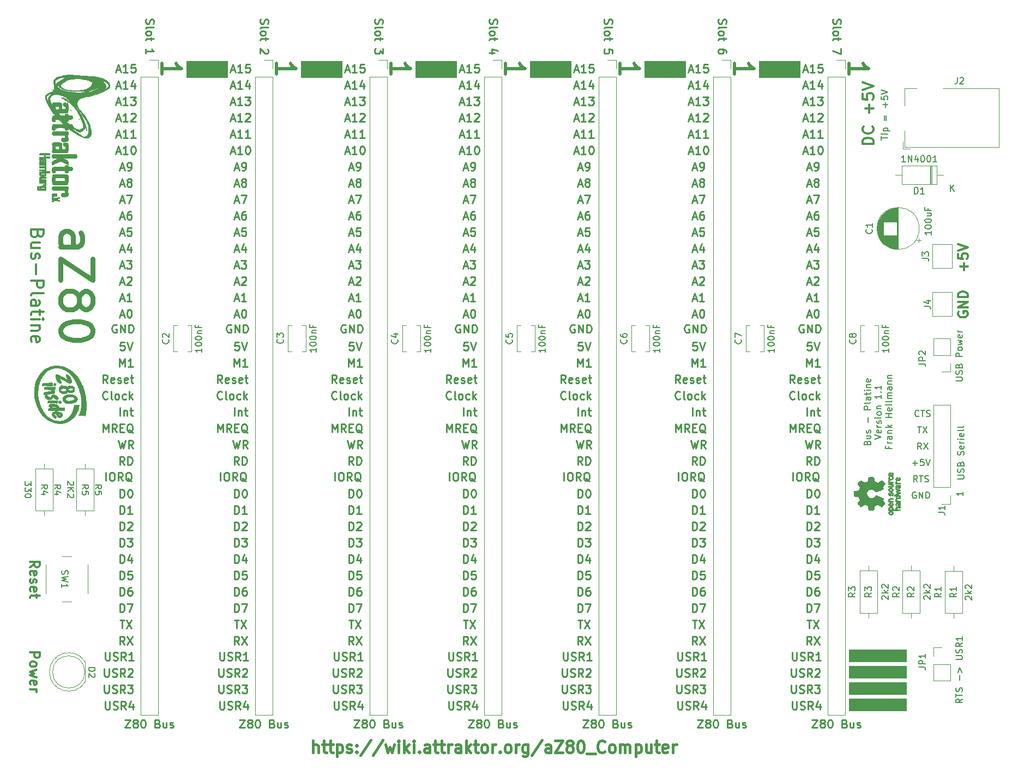
<source format=gto>
G04 #@! TF.GenerationSoftware,KiCad,Pcbnew,(5.1.2)-2*
G04 #@! TF.CreationDate,2021-05-14T22:55:01+02:00*
G04 #@! TF.ProjectId,Backplane_V1.0,4261636b-706c-4616-9e65-5f56312e302e,rev?*
G04 #@! TF.SameCoordinates,Original*
G04 #@! TF.FileFunction,Legend,Top*
G04 #@! TF.FilePolarity,Positive*
%FSLAX46Y46*%
G04 Gerber Fmt 4.6, Leading zero omitted, Abs format (unit mm)*
G04 Created by KiCad (PCBNEW (5.1.2)-2) date 2021-05-14 22:55:01*
%MOMM*%
%LPD*%
G04 APERTURE LIST*
%ADD10C,0.100000*%
%ADD11C,0.250000*%
%ADD12C,0.150000*%
%ADD13C,0.300000*%
%ADD14C,0.500000*%
%ADD15C,0.400000*%
%ADD16C,0.800000*%
%ADD17C,0.120000*%
%ADD18C,0.010000*%
%ADD19O,1.802000X1.802000*%
%ADD20R,1.802000X1.802000*%
%ADD21C,2.702000*%
%ADD22O,1.702000X1.702000*%
%ADD23C,1.702000*%
%ADD24C,7.102000*%
%ADD25C,0.902000*%
%ADD26C,2.102000*%
%ADD27R,3.602000X3.602000*%
%ADD28C,3.102000*%
%ADD29C,3.602000*%
%ADD30C,1.902000*%
%ADD31R,1.902000X1.902000*%
%ADD32O,2.302000X2.302000*%
%ADD33R,2.302000X2.302000*%
%ADD34R,1.702000X1.702000*%
G04 APERTURE END LIST*
D10*
G36*
X188468000Y-145475000D02*
G01*
X179578000Y-145475000D01*
X179578000Y-143570000D01*
X188468000Y-143570000D01*
X188468000Y-145475000D01*
G37*
X188468000Y-145475000D02*
X179578000Y-145475000D01*
X179578000Y-143570000D01*
X188468000Y-143570000D01*
X188468000Y-145475000D01*
G36*
X188468000Y-142935000D02*
G01*
X179578000Y-142935000D01*
X179578000Y-141030000D01*
X188468000Y-141030000D01*
X188468000Y-142935000D01*
G37*
X188468000Y-142935000D02*
X179578000Y-142935000D01*
X179578000Y-141030000D01*
X188468000Y-141030000D01*
X188468000Y-142935000D01*
G36*
X188468000Y-140395000D02*
G01*
X179578000Y-140395000D01*
X179578000Y-138490000D01*
X188468000Y-138490000D01*
X188468000Y-140395000D01*
G37*
X188468000Y-140395000D02*
X179578000Y-140395000D01*
X179578000Y-138490000D01*
X188468000Y-138490000D01*
X188468000Y-140395000D01*
G36*
X188468000Y-137855000D02*
G01*
X179578000Y-137855000D01*
X179578000Y-135950000D01*
X188468000Y-135950000D01*
X188468000Y-137855000D01*
G37*
X188468000Y-137855000D02*
X179578000Y-137855000D01*
X179578000Y-135950000D01*
X188468000Y-135950000D01*
X188468000Y-137855000D01*
G36*
X171958000Y-47050000D02*
G01*
X165608000Y-47050000D01*
X165608000Y-44510000D01*
X171958000Y-44510000D01*
X171958000Y-47050000D01*
G37*
X171958000Y-47050000D02*
X165608000Y-47050000D01*
X165608000Y-44510000D01*
X171958000Y-44510000D01*
X171958000Y-47050000D01*
G36*
X154178000Y-47050000D02*
G01*
X147828000Y-47050000D01*
X147828000Y-44510000D01*
X154178000Y-44510000D01*
X154178000Y-47050000D01*
G37*
X154178000Y-47050000D02*
X147828000Y-47050000D01*
X147828000Y-44510000D01*
X154178000Y-44510000D01*
X154178000Y-47050000D01*
G36*
X136398000Y-47050000D02*
G01*
X130048000Y-47050000D01*
X130048000Y-44510000D01*
X136398000Y-44510000D01*
X136398000Y-47050000D01*
G37*
X136398000Y-47050000D02*
X130048000Y-47050000D01*
X130048000Y-44510000D01*
X136398000Y-44510000D01*
X136398000Y-47050000D01*
G36*
X118618000Y-47050000D02*
G01*
X112268000Y-47050000D01*
X112268000Y-44510000D01*
X118618000Y-44510000D01*
X118618000Y-47050000D01*
G37*
X118618000Y-47050000D02*
X112268000Y-47050000D01*
X112268000Y-44510000D01*
X118618000Y-44510000D01*
X118618000Y-47050000D01*
G36*
X100838000Y-47050000D02*
G01*
X94488000Y-47050000D01*
X94488000Y-44510000D01*
X100838000Y-44510000D01*
X100838000Y-47050000D01*
G37*
X100838000Y-47050000D02*
X94488000Y-47050000D01*
X94488000Y-44510000D01*
X100838000Y-44510000D01*
X100838000Y-47050000D01*
G36*
X83058000Y-47050000D02*
G01*
X76708000Y-47050000D01*
X76708000Y-44510000D01*
X83058000Y-44510000D01*
X83058000Y-47050000D01*
G37*
X83058000Y-47050000D02*
X76708000Y-47050000D01*
X76708000Y-44510000D01*
X83058000Y-44510000D01*
X83058000Y-47050000D01*
D11*
X172978095Y-92005476D02*
X172978095Y-90755476D01*
X173394761Y-91648333D01*
X173811428Y-90755476D01*
X173811428Y-92005476D01*
X175061428Y-92005476D02*
X174347142Y-92005476D01*
X174704285Y-92005476D02*
X174704285Y-90755476D01*
X174585238Y-90934047D01*
X174466190Y-91053095D01*
X174347142Y-91112619D01*
X172829285Y-103455476D02*
X173126904Y-104705476D01*
X173365000Y-103812619D01*
X173603095Y-104705476D01*
X173900714Y-103455476D01*
X175091190Y-104705476D02*
X174674523Y-104110238D01*
X174376904Y-104705476D02*
X174376904Y-103455476D01*
X174853095Y-103455476D01*
X174972142Y-103515000D01*
X175031666Y-103574523D01*
X175091190Y-103693571D01*
X175091190Y-103872142D01*
X175031666Y-103991190D01*
X174972142Y-104050714D01*
X174853095Y-104110238D01*
X174376904Y-104110238D01*
X170769571Y-136408476D02*
X170769571Y-137420380D01*
X170829095Y-137539428D01*
X170888619Y-137598952D01*
X171007666Y-137658476D01*
X171245761Y-137658476D01*
X171364809Y-137598952D01*
X171424333Y-137539428D01*
X171483857Y-137420380D01*
X171483857Y-136408476D01*
X172019571Y-137598952D02*
X172198142Y-137658476D01*
X172495761Y-137658476D01*
X172614809Y-137598952D01*
X172674333Y-137539428D01*
X172733857Y-137420380D01*
X172733857Y-137301333D01*
X172674333Y-137182285D01*
X172614809Y-137122761D01*
X172495761Y-137063238D01*
X172257666Y-137003714D01*
X172138619Y-136944190D01*
X172079095Y-136884666D01*
X172019571Y-136765619D01*
X172019571Y-136646571D01*
X172079095Y-136527523D01*
X172138619Y-136468000D01*
X172257666Y-136408476D01*
X172555285Y-136408476D01*
X172733857Y-136468000D01*
X173983857Y-137658476D02*
X173567190Y-137063238D01*
X173269571Y-137658476D02*
X173269571Y-136408476D01*
X173745761Y-136408476D01*
X173864809Y-136468000D01*
X173924333Y-136527523D01*
X173983857Y-136646571D01*
X173983857Y-136825142D01*
X173924333Y-136944190D01*
X173864809Y-137003714D01*
X173745761Y-137063238D01*
X173269571Y-137063238D01*
X175174333Y-137658476D02*
X174460047Y-137658476D01*
X174817190Y-137658476D02*
X174817190Y-136408476D01*
X174698142Y-136587047D01*
X174579095Y-136706095D01*
X174460047Y-136765619D01*
X173067380Y-127565476D02*
X173067380Y-126315476D01*
X173365000Y-126315476D01*
X173543571Y-126375000D01*
X173662619Y-126494047D01*
X173722142Y-126613095D01*
X173781666Y-126851190D01*
X173781666Y-127029761D01*
X173722142Y-127267857D01*
X173662619Y-127386904D01*
X173543571Y-127505952D01*
X173365000Y-127565476D01*
X173067380Y-127565476D01*
X174853095Y-126315476D02*
X174615000Y-126315476D01*
X174495952Y-126375000D01*
X174436428Y-126434523D01*
X174317380Y-126613095D01*
X174257857Y-126851190D01*
X174257857Y-127327380D01*
X174317380Y-127446428D01*
X174376904Y-127505952D01*
X174495952Y-127565476D01*
X174734047Y-127565476D01*
X174853095Y-127505952D01*
X174912619Y-127446428D01*
X174972142Y-127327380D01*
X174972142Y-127029761D01*
X174912619Y-126910714D01*
X174853095Y-126851190D01*
X174734047Y-126791666D01*
X174495952Y-126791666D01*
X174376904Y-126851190D01*
X174317380Y-126910714D01*
X174257857Y-127029761D01*
X172501904Y-53548333D02*
X173097142Y-53548333D01*
X172382857Y-53905476D02*
X172799523Y-52655476D01*
X173216190Y-53905476D01*
X174287619Y-53905476D02*
X173573333Y-53905476D01*
X173930476Y-53905476D02*
X173930476Y-52655476D01*
X173811428Y-52834047D01*
X173692380Y-52953095D01*
X173573333Y-53012619D01*
X174763809Y-52774523D02*
X174823333Y-52715000D01*
X174942380Y-52655476D01*
X175240000Y-52655476D01*
X175359047Y-52715000D01*
X175418571Y-52774523D01*
X175478095Y-52893571D01*
X175478095Y-53012619D01*
X175418571Y-53191190D01*
X174704285Y-53905476D01*
X175478095Y-53905476D01*
X172501904Y-45928333D02*
X173097142Y-45928333D01*
X172382857Y-46285476D02*
X172799523Y-45035476D01*
X173216190Y-46285476D01*
X174287619Y-46285476D02*
X173573333Y-46285476D01*
X173930476Y-46285476D02*
X173930476Y-45035476D01*
X173811428Y-45214047D01*
X173692380Y-45333095D01*
X173573333Y-45392619D01*
X175418571Y-45035476D02*
X174823333Y-45035476D01*
X174763809Y-45630714D01*
X174823333Y-45571190D01*
X174942380Y-45511666D01*
X175240000Y-45511666D01*
X175359047Y-45571190D01*
X175418571Y-45630714D01*
X175478095Y-45749761D01*
X175478095Y-46047380D01*
X175418571Y-46166428D01*
X175359047Y-46225952D01*
X175240000Y-46285476D01*
X174942380Y-46285476D01*
X174823333Y-46225952D01*
X174763809Y-46166428D01*
X172501904Y-48468333D02*
X173097142Y-48468333D01*
X172382857Y-48825476D02*
X172799523Y-47575476D01*
X173216190Y-48825476D01*
X174287619Y-48825476D02*
X173573333Y-48825476D01*
X173930476Y-48825476D02*
X173930476Y-47575476D01*
X173811428Y-47754047D01*
X173692380Y-47873095D01*
X173573333Y-47932619D01*
X175359047Y-47992142D02*
X175359047Y-48825476D01*
X175061428Y-47515952D02*
X174763809Y-48408809D01*
X175537619Y-48408809D01*
X172501904Y-51008333D02*
X173097142Y-51008333D01*
X172382857Y-51365476D02*
X172799523Y-50115476D01*
X173216190Y-51365476D01*
X174287619Y-51365476D02*
X173573333Y-51365476D01*
X173930476Y-51365476D02*
X173930476Y-50115476D01*
X173811428Y-50294047D01*
X173692380Y-50413095D01*
X173573333Y-50472619D01*
X174704285Y-50115476D02*
X175478095Y-50115476D01*
X175061428Y-50591666D01*
X175240000Y-50591666D01*
X175359047Y-50651190D01*
X175418571Y-50710714D01*
X175478095Y-50829761D01*
X175478095Y-51127380D01*
X175418571Y-51246428D01*
X175359047Y-51305952D01*
X175240000Y-51365476D01*
X174882857Y-51365476D01*
X174763809Y-51305952D01*
X174704285Y-51246428D01*
X172501904Y-56088333D02*
X173097142Y-56088333D01*
X172382857Y-56445476D02*
X172799523Y-55195476D01*
X173216190Y-56445476D01*
X174287619Y-56445476D02*
X173573333Y-56445476D01*
X173930476Y-56445476D02*
X173930476Y-55195476D01*
X173811428Y-55374047D01*
X173692380Y-55493095D01*
X173573333Y-55552619D01*
X175478095Y-56445476D02*
X174763809Y-56445476D01*
X175120952Y-56445476D02*
X175120952Y-55195476D01*
X175001904Y-55374047D01*
X174882857Y-55493095D01*
X174763809Y-55552619D01*
X172501904Y-58628333D02*
X173097142Y-58628333D01*
X172382857Y-58985476D02*
X172799523Y-57735476D01*
X173216190Y-58985476D01*
X174287619Y-58985476D02*
X173573333Y-58985476D01*
X173930476Y-58985476D02*
X173930476Y-57735476D01*
X173811428Y-57914047D01*
X173692380Y-58033095D01*
X173573333Y-58092619D01*
X175061428Y-57735476D02*
X175180476Y-57735476D01*
X175299523Y-57795000D01*
X175359047Y-57854523D01*
X175418571Y-57973571D01*
X175478095Y-58211666D01*
X175478095Y-58509285D01*
X175418571Y-58747380D01*
X175359047Y-58866428D01*
X175299523Y-58925952D01*
X175180476Y-58985476D01*
X175061428Y-58985476D01*
X174942380Y-58925952D01*
X174882857Y-58866428D01*
X174823333Y-58747380D01*
X174763809Y-58509285D01*
X174763809Y-58211666D01*
X174823333Y-57973571D01*
X174882857Y-57854523D01*
X174942380Y-57795000D01*
X175061428Y-57735476D01*
X173067380Y-122485476D02*
X173067380Y-121235476D01*
X173365000Y-121235476D01*
X173543571Y-121295000D01*
X173662619Y-121414047D01*
X173722142Y-121533095D01*
X173781666Y-121771190D01*
X173781666Y-121949761D01*
X173722142Y-122187857D01*
X173662619Y-122306904D01*
X173543571Y-122425952D01*
X173365000Y-122485476D01*
X173067380Y-122485476D01*
X174853095Y-121652142D02*
X174853095Y-122485476D01*
X174555476Y-121175952D02*
X174257857Y-122068809D01*
X175031666Y-122068809D01*
X173097142Y-66248333D02*
X173692380Y-66248333D01*
X172978095Y-66605476D02*
X173394761Y-65355476D01*
X173811428Y-66605476D01*
X174109047Y-65355476D02*
X174942380Y-65355476D01*
X174406666Y-66605476D01*
X170426285Y-102165476D02*
X170426285Y-100915476D01*
X170842952Y-101808333D01*
X171259619Y-100915476D01*
X171259619Y-102165476D01*
X172569142Y-102165476D02*
X172152476Y-101570238D01*
X171854857Y-102165476D02*
X171854857Y-100915476D01*
X172331047Y-100915476D01*
X172450095Y-100975000D01*
X172509619Y-101034523D01*
X172569142Y-101153571D01*
X172569142Y-101332142D01*
X172509619Y-101451190D01*
X172450095Y-101510714D01*
X172331047Y-101570238D01*
X171854857Y-101570238D01*
X173104857Y-101510714D02*
X173521523Y-101510714D01*
X173700095Y-102165476D02*
X173104857Y-102165476D01*
X173104857Y-100915476D01*
X173700095Y-100915476D01*
X175069142Y-102284523D02*
X174950095Y-102225000D01*
X174831047Y-102105952D01*
X174652476Y-101927380D01*
X174533428Y-101867857D01*
X174414380Y-101867857D01*
X174473904Y-102165476D02*
X174354857Y-102105952D01*
X174235809Y-101986904D01*
X174176285Y-101748809D01*
X174176285Y-101332142D01*
X174235809Y-101094047D01*
X174354857Y-100975000D01*
X174473904Y-100915476D01*
X174712000Y-100915476D01*
X174831047Y-100975000D01*
X174950095Y-101094047D01*
X175009619Y-101332142D01*
X175009619Y-101748809D01*
X174950095Y-101986904D01*
X174831047Y-102105952D01*
X174712000Y-102165476D01*
X174473904Y-102165476D01*
X170769571Y-144028476D02*
X170769571Y-145040380D01*
X170829095Y-145159428D01*
X170888619Y-145218952D01*
X171007666Y-145278476D01*
X171245761Y-145278476D01*
X171364809Y-145218952D01*
X171424333Y-145159428D01*
X171483857Y-145040380D01*
X171483857Y-144028476D01*
X172019571Y-145218952D02*
X172198142Y-145278476D01*
X172495761Y-145278476D01*
X172614809Y-145218952D01*
X172674333Y-145159428D01*
X172733857Y-145040380D01*
X172733857Y-144921333D01*
X172674333Y-144802285D01*
X172614809Y-144742761D01*
X172495761Y-144683238D01*
X172257666Y-144623714D01*
X172138619Y-144564190D01*
X172079095Y-144504666D01*
X172019571Y-144385619D01*
X172019571Y-144266571D01*
X172079095Y-144147523D01*
X172138619Y-144088000D01*
X172257666Y-144028476D01*
X172555285Y-144028476D01*
X172733857Y-144088000D01*
X173983857Y-145278476D02*
X173567190Y-144683238D01*
X173269571Y-145278476D02*
X173269571Y-144028476D01*
X173745761Y-144028476D01*
X173864809Y-144088000D01*
X173924333Y-144147523D01*
X173983857Y-144266571D01*
X173983857Y-144445142D01*
X173924333Y-144564190D01*
X173864809Y-144623714D01*
X173745761Y-144683238D01*
X173269571Y-144683238D01*
X175055285Y-144445142D02*
X175055285Y-145278476D01*
X174757666Y-143968952D02*
X174460047Y-144861809D01*
X175233857Y-144861809D01*
X170642571Y-141488476D02*
X170642571Y-142500380D01*
X170702095Y-142619428D01*
X170761619Y-142678952D01*
X170880666Y-142738476D01*
X171118761Y-142738476D01*
X171237809Y-142678952D01*
X171297333Y-142619428D01*
X171356857Y-142500380D01*
X171356857Y-141488476D01*
X171892571Y-142678952D02*
X172071142Y-142738476D01*
X172368761Y-142738476D01*
X172487809Y-142678952D01*
X172547333Y-142619428D01*
X172606857Y-142500380D01*
X172606857Y-142381333D01*
X172547333Y-142262285D01*
X172487809Y-142202761D01*
X172368761Y-142143238D01*
X172130666Y-142083714D01*
X172011619Y-142024190D01*
X171952095Y-141964666D01*
X171892571Y-141845619D01*
X171892571Y-141726571D01*
X171952095Y-141607523D01*
X172011619Y-141548000D01*
X172130666Y-141488476D01*
X172428285Y-141488476D01*
X172606857Y-141548000D01*
X173856857Y-142738476D02*
X173440190Y-142143238D01*
X173142571Y-142738476D02*
X173142571Y-141488476D01*
X173618761Y-141488476D01*
X173737809Y-141548000D01*
X173797333Y-141607523D01*
X173856857Y-141726571D01*
X173856857Y-141905142D01*
X173797333Y-142024190D01*
X173737809Y-142083714D01*
X173618761Y-142143238D01*
X173142571Y-142143238D01*
X174273523Y-141488476D02*
X175047333Y-141488476D01*
X174630666Y-141964666D01*
X174809238Y-141964666D01*
X174928285Y-142024190D01*
X174987809Y-142083714D01*
X175047333Y-142202761D01*
X175047333Y-142500380D01*
X174987809Y-142619428D01*
X174928285Y-142678952D01*
X174809238Y-142738476D01*
X174452095Y-142738476D01*
X174333047Y-142678952D01*
X174273523Y-142619428D01*
X173067380Y-119945476D02*
X173067380Y-118695476D01*
X173365000Y-118695476D01*
X173543571Y-118755000D01*
X173662619Y-118874047D01*
X173722142Y-118993095D01*
X173781666Y-119231190D01*
X173781666Y-119409761D01*
X173722142Y-119647857D01*
X173662619Y-119766904D01*
X173543571Y-119885952D01*
X173365000Y-119945476D01*
X173067380Y-119945476D01*
X174198333Y-118695476D02*
X174972142Y-118695476D01*
X174555476Y-119171666D01*
X174734047Y-119171666D01*
X174853095Y-119231190D01*
X174912619Y-119290714D01*
X174972142Y-119409761D01*
X174972142Y-119707380D01*
X174912619Y-119826428D01*
X174853095Y-119885952D01*
X174734047Y-119945476D01*
X174376904Y-119945476D01*
X174257857Y-119885952D01*
X174198333Y-119826428D01*
X171140571Y-96966428D02*
X171081047Y-97025952D01*
X170902476Y-97085476D01*
X170783428Y-97085476D01*
X170604857Y-97025952D01*
X170485809Y-96906904D01*
X170426285Y-96787857D01*
X170366761Y-96549761D01*
X170366761Y-96371190D01*
X170426285Y-96133095D01*
X170485809Y-96014047D01*
X170604857Y-95895000D01*
X170783428Y-95835476D01*
X170902476Y-95835476D01*
X171081047Y-95895000D01*
X171140571Y-95954523D01*
X171854857Y-97085476D02*
X171735809Y-97025952D01*
X171676285Y-96906904D01*
X171676285Y-95835476D01*
X172509619Y-97085476D02*
X172390571Y-97025952D01*
X172331047Y-96966428D01*
X172271523Y-96847380D01*
X172271523Y-96490238D01*
X172331047Y-96371190D01*
X172390571Y-96311666D01*
X172509619Y-96252142D01*
X172688190Y-96252142D01*
X172807238Y-96311666D01*
X172866761Y-96371190D01*
X172926285Y-96490238D01*
X172926285Y-96847380D01*
X172866761Y-96966428D01*
X172807238Y-97025952D01*
X172688190Y-97085476D01*
X172509619Y-97085476D01*
X173997714Y-97025952D02*
X173878666Y-97085476D01*
X173640571Y-97085476D01*
X173521523Y-97025952D01*
X173462000Y-96966428D01*
X173402476Y-96847380D01*
X173402476Y-96490238D01*
X173462000Y-96371190D01*
X173521523Y-96311666D01*
X173640571Y-96252142D01*
X173878666Y-96252142D01*
X173997714Y-96311666D01*
X174533428Y-97085476D02*
X174533428Y-95835476D01*
X174652476Y-96609285D02*
X175009619Y-97085476D01*
X175009619Y-96252142D02*
X174533428Y-96728333D01*
X173097142Y-76408333D02*
X173692380Y-76408333D01*
X172978095Y-76765476D02*
X173394761Y-75515476D01*
X173811428Y-76765476D01*
X174109047Y-75515476D02*
X174882857Y-75515476D01*
X174466190Y-75991666D01*
X174644761Y-75991666D01*
X174763809Y-76051190D01*
X174823333Y-76110714D01*
X174882857Y-76229761D01*
X174882857Y-76527380D01*
X174823333Y-76646428D01*
X174763809Y-76705952D01*
X174644761Y-76765476D01*
X174287619Y-76765476D01*
X174168571Y-76705952D01*
X174109047Y-76646428D01*
X173097142Y-81488333D02*
X173692380Y-81488333D01*
X172978095Y-81845476D02*
X173394761Y-80595476D01*
X173811428Y-81845476D01*
X174882857Y-81845476D02*
X174168571Y-81845476D01*
X174525714Y-81845476D02*
X174525714Y-80595476D01*
X174406666Y-80774047D01*
X174287619Y-80893095D01*
X174168571Y-80952619D01*
X173037619Y-131395476D02*
X173751904Y-131395476D01*
X173394761Y-132645476D02*
X173394761Y-131395476D01*
X174049523Y-131395476D02*
X174882857Y-132645476D01*
X174882857Y-131395476D02*
X174049523Y-132645476D01*
X173067380Y-114865476D02*
X173067380Y-113615476D01*
X173365000Y-113615476D01*
X173543571Y-113675000D01*
X173662619Y-113794047D01*
X173722142Y-113913095D01*
X173781666Y-114151190D01*
X173781666Y-114329761D01*
X173722142Y-114567857D01*
X173662619Y-114686904D01*
X173543571Y-114805952D01*
X173365000Y-114865476D01*
X173067380Y-114865476D01*
X174972142Y-114865476D02*
X174257857Y-114865476D01*
X174615000Y-114865476D02*
X174615000Y-113615476D01*
X174495952Y-113794047D01*
X174376904Y-113913095D01*
X174257857Y-113972619D01*
X173097142Y-61168333D02*
X173692380Y-61168333D01*
X172978095Y-61525476D02*
X173394761Y-60275476D01*
X173811428Y-61525476D01*
X174287619Y-61525476D02*
X174525714Y-61525476D01*
X174644761Y-61465952D01*
X174704285Y-61406428D01*
X174823333Y-61227857D01*
X174882857Y-60989761D01*
X174882857Y-60513571D01*
X174823333Y-60394523D01*
X174763809Y-60335000D01*
X174644761Y-60275476D01*
X174406666Y-60275476D01*
X174287619Y-60335000D01*
X174228095Y-60394523D01*
X174168571Y-60513571D01*
X174168571Y-60811190D01*
X174228095Y-60930238D01*
X174287619Y-60989761D01*
X174406666Y-61049285D01*
X174644761Y-61049285D01*
X174763809Y-60989761D01*
X174823333Y-60930238D01*
X174882857Y-60811190D01*
X173097142Y-71328333D02*
X173692380Y-71328333D01*
X172978095Y-71685476D02*
X173394761Y-70435476D01*
X173811428Y-71685476D01*
X174823333Y-70435476D02*
X174228095Y-70435476D01*
X174168571Y-71030714D01*
X174228095Y-70971190D01*
X174347142Y-70911666D01*
X174644761Y-70911666D01*
X174763809Y-70971190D01*
X174823333Y-71030714D01*
X174882857Y-71149761D01*
X174882857Y-71447380D01*
X174823333Y-71566428D01*
X174763809Y-71625952D01*
X174644761Y-71685476D01*
X174347142Y-71685476D01*
X174228095Y-71625952D01*
X174168571Y-71566428D01*
X173751904Y-88215476D02*
X173156666Y-88215476D01*
X173097142Y-88810714D01*
X173156666Y-88751190D01*
X173275714Y-88691666D01*
X173573333Y-88691666D01*
X173692380Y-88751190D01*
X173751904Y-88810714D01*
X173811428Y-88929761D01*
X173811428Y-89227380D01*
X173751904Y-89346428D01*
X173692380Y-89405952D01*
X173573333Y-89465476D01*
X173275714Y-89465476D01*
X173156666Y-89405952D01*
X173097142Y-89346428D01*
X174168571Y-88215476D02*
X174585238Y-89465476D01*
X175001904Y-88215476D01*
X170880666Y-109718476D02*
X170880666Y-108468476D01*
X171714000Y-108468476D02*
X171952095Y-108468476D01*
X172071142Y-108528000D01*
X172190190Y-108647047D01*
X172249714Y-108885142D01*
X172249714Y-109301809D01*
X172190190Y-109539904D01*
X172071142Y-109658952D01*
X171952095Y-109718476D01*
X171714000Y-109718476D01*
X171594952Y-109658952D01*
X171475904Y-109539904D01*
X171416380Y-109301809D01*
X171416380Y-108885142D01*
X171475904Y-108647047D01*
X171594952Y-108528000D01*
X171714000Y-108468476D01*
X173499714Y-109718476D02*
X173083047Y-109123238D01*
X172785428Y-109718476D02*
X172785428Y-108468476D01*
X173261619Y-108468476D01*
X173380666Y-108528000D01*
X173440190Y-108587523D01*
X173499714Y-108706571D01*
X173499714Y-108885142D01*
X173440190Y-109004190D01*
X173380666Y-109063714D01*
X173261619Y-109123238D01*
X172785428Y-109123238D01*
X174868761Y-109837523D02*
X174749714Y-109778000D01*
X174630666Y-109658952D01*
X174452095Y-109480380D01*
X174333047Y-109420857D01*
X174214000Y-109420857D01*
X174273523Y-109718476D02*
X174154476Y-109658952D01*
X174035428Y-109539904D01*
X173975904Y-109301809D01*
X173975904Y-108885142D01*
X174035428Y-108647047D01*
X174154476Y-108528000D01*
X174273523Y-108468476D01*
X174511619Y-108468476D01*
X174630666Y-108528000D01*
X174749714Y-108647047D01*
X174809238Y-108885142D01*
X174809238Y-109301809D01*
X174749714Y-109539904D01*
X174630666Y-109658952D01*
X174511619Y-109718476D01*
X174273523Y-109718476D01*
X173097142Y-84028333D02*
X173692380Y-84028333D01*
X172978095Y-84385476D02*
X173394761Y-83135476D01*
X173811428Y-84385476D01*
X174466190Y-83135476D02*
X174585238Y-83135476D01*
X174704285Y-83195000D01*
X174763809Y-83254523D01*
X174823333Y-83373571D01*
X174882857Y-83611666D01*
X174882857Y-83909285D01*
X174823333Y-84147380D01*
X174763809Y-84266428D01*
X174704285Y-84325952D01*
X174585238Y-84385476D01*
X174466190Y-84385476D01*
X174347142Y-84325952D01*
X174287619Y-84266428D01*
X174228095Y-84147380D01*
X174168571Y-83909285D01*
X174168571Y-83611666D01*
X174228095Y-83373571D01*
X174287619Y-83254523D01*
X174347142Y-83195000D01*
X174466190Y-83135476D01*
X173097142Y-63708333D02*
X173692380Y-63708333D01*
X172978095Y-64065476D02*
X173394761Y-62815476D01*
X173811428Y-64065476D01*
X174406666Y-63351190D02*
X174287619Y-63291666D01*
X174228095Y-63232142D01*
X174168571Y-63113095D01*
X174168571Y-63053571D01*
X174228095Y-62934523D01*
X174287619Y-62875000D01*
X174406666Y-62815476D01*
X174644761Y-62815476D01*
X174763809Y-62875000D01*
X174823333Y-62934523D01*
X174882857Y-63053571D01*
X174882857Y-63113095D01*
X174823333Y-63232142D01*
X174763809Y-63291666D01*
X174644761Y-63351190D01*
X174406666Y-63351190D01*
X174287619Y-63410714D01*
X174228095Y-63470238D01*
X174168571Y-63589285D01*
X174168571Y-63827380D01*
X174228095Y-63946428D01*
X174287619Y-64005952D01*
X174406666Y-64065476D01*
X174644761Y-64065476D01*
X174763809Y-64005952D01*
X174823333Y-63946428D01*
X174882857Y-63827380D01*
X174882857Y-63589285D01*
X174823333Y-63470238D01*
X174763809Y-63410714D01*
X174644761Y-63351190D01*
X173067380Y-117405476D02*
X173067380Y-116155476D01*
X173365000Y-116155476D01*
X173543571Y-116215000D01*
X173662619Y-116334047D01*
X173722142Y-116453095D01*
X173781666Y-116691190D01*
X173781666Y-116869761D01*
X173722142Y-117107857D01*
X173662619Y-117226904D01*
X173543571Y-117345952D01*
X173365000Y-117405476D01*
X173067380Y-117405476D01*
X174257857Y-116274523D02*
X174317380Y-116215000D01*
X174436428Y-116155476D01*
X174734047Y-116155476D01*
X174853095Y-116215000D01*
X174912619Y-116274523D01*
X174972142Y-116393571D01*
X174972142Y-116512619D01*
X174912619Y-116691190D01*
X174198333Y-117405476D01*
X174972142Y-117405476D01*
X173097142Y-68788333D02*
X173692380Y-68788333D01*
X172978095Y-69145476D02*
X173394761Y-67895476D01*
X173811428Y-69145476D01*
X174763809Y-67895476D02*
X174525714Y-67895476D01*
X174406666Y-67955000D01*
X174347142Y-68014523D01*
X174228095Y-68193095D01*
X174168571Y-68431190D01*
X174168571Y-68907380D01*
X174228095Y-69026428D01*
X174287619Y-69085952D01*
X174406666Y-69145476D01*
X174644761Y-69145476D01*
X174763809Y-69085952D01*
X174823333Y-69026428D01*
X174882857Y-68907380D01*
X174882857Y-68609761D01*
X174823333Y-68490714D01*
X174763809Y-68431190D01*
X174644761Y-68371666D01*
X174406666Y-68371666D01*
X174287619Y-68431190D01*
X174228095Y-68490714D01*
X174168571Y-68609761D01*
X173097142Y-73868333D02*
X173692380Y-73868333D01*
X172978095Y-74225476D02*
X173394761Y-72975476D01*
X173811428Y-74225476D01*
X174763809Y-73392142D02*
X174763809Y-74225476D01*
X174466190Y-72915952D02*
X174168571Y-73808809D01*
X174942380Y-73808809D01*
X173097142Y-78948333D02*
X173692380Y-78948333D01*
X172978095Y-79305476D02*
X173394761Y-78055476D01*
X173811428Y-79305476D01*
X174168571Y-78174523D02*
X174228095Y-78115000D01*
X174347142Y-78055476D01*
X174644761Y-78055476D01*
X174763809Y-78115000D01*
X174823333Y-78174523D01*
X174882857Y-78293571D01*
X174882857Y-78412619D01*
X174823333Y-78591190D01*
X174109047Y-79305476D01*
X174882857Y-79305476D01*
X172529619Y-85541000D02*
X172410571Y-85481476D01*
X172232000Y-85481476D01*
X172053428Y-85541000D01*
X171934380Y-85660047D01*
X171874857Y-85779095D01*
X171815333Y-86017190D01*
X171815333Y-86195761D01*
X171874857Y-86433857D01*
X171934380Y-86552904D01*
X172053428Y-86671952D01*
X172232000Y-86731476D01*
X172351047Y-86731476D01*
X172529619Y-86671952D01*
X172589142Y-86612428D01*
X172589142Y-86195761D01*
X172351047Y-86195761D01*
X173124857Y-86731476D02*
X173124857Y-85481476D01*
X173839142Y-86731476D01*
X173839142Y-85481476D01*
X174434380Y-86731476D02*
X174434380Y-85481476D01*
X174732000Y-85481476D01*
X174910571Y-85541000D01*
X175029619Y-85660047D01*
X175089142Y-85779095D01*
X175148666Y-86017190D01*
X175148666Y-86195761D01*
X175089142Y-86433857D01*
X175029619Y-86552904D01*
X174910571Y-86671952D01*
X174732000Y-86731476D01*
X174434380Y-86731476D01*
X171140571Y-94545476D02*
X170723904Y-93950238D01*
X170426285Y-94545476D02*
X170426285Y-93295476D01*
X170902476Y-93295476D01*
X171021523Y-93355000D01*
X171081047Y-93414523D01*
X171140571Y-93533571D01*
X171140571Y-93712142D01*
X171081047Y-93831190D01*
X171021523Y-93890714D01*
X170902476Y-93950238D01*
X170426285Y-93950238D01*
X172152476Y-94485952D02*
X172033428Y-94545476D01*
X171795333Y-94545476D01*
X171676285Y-94485952D01*
X171616761Y-94366904D01*
X171616761Y-93890714D01*
X171676285Y-93771666D01*
X171795333Y-93712142D01*
X172033428Y-93712142D01*
X172152476Y-93771666D01*
X172212000Y-93890714D01*
X172212000Y-94009761D01*
X171616761Y-94128809D01*
X172688190Y-94485952D02*
X172807238Y-94545476D01*
X173045333Y-94545476D01*
X173164380Y-94485952D01*
X173223904Y-94366904D01*
X173223904Y-94307380D01*
X173164380Y-94188333D01*
X173045333Y-94128809D01*
X172866761Y-94128809D01*
X172747714Y-94069285D01*
X172688190Y-93950238D01*
X172688190Y-93890714D01*
X172747714Y-93771666D01*
X172866761Y-93712142D01*
X173045333Y-93712142D01*
X173164380Y-93771666D01*
X174235809Y-94485952D02*
X174116761Y-94545476D01*
X173878666Y-94545476D01*
X173759619Y-94485952D01*
X173700095Y-94366904D01*
X173700095Y-93890714D01*
X173759619Y-93771666D01*
X173878666Y-93712142D01*
X174116761Y-93712142D01*
X174235809Y-93771666D01*
X174295333Y-93890714D01*
X174295333Y-94009761D01*
X173700095Y-94128809D01*
X174652476Y-93712142D02*
X175128666Y-93712142D01*
X174831047Y-93295476D02*
X174831047Y-94366904D01*
X174890571Y-94485952D01*
X175009619Y-94545476D01*
X175128666Y-94545476D01*
X173067380Y-99625476D02*
X173067380Y-98375476D01*
X173662619Y-98792142D02*
X173662619Y-99625476D01*
X173662619Y-98911190D02*
X173722142Y-98851666D01*
X173841190Y-98792142D01*
X174019761Y-98792142D01*
X174138809Y-98851666D01*
X174198333Y-98970714D01*
X174198333Y-99625476D01*
X174615000Y-98792142D02*
X175091190Y-98792142D01*
X174793571Y-98375476D02*
X174793571Y-99446904D01*
X174853095Y-99565952D01*
X174972142Y-99625476D01*
X175091190Y-99625476D01*
X173751904Y-107245476D02*
X173335238Y-106650238D01*
X173037619Y-107245476D02*
X173037619Y-105995476D01*
X173513809Y-105995476D01*
X173632857Y-106055000D01*
X173692380Y-106114523D01*
X173751904Y-106233571D01*
X173751904Y-106412142D01*
X173692380Y-106531190D01*
X173632857Y-106590714D01*
X173513809Y-106650238D01*
X173037619Y-106650238D01*
X174287619Y-107245476D02*
X174287619Y-105995476D01*
X174585238Y-105995476D01*
X174763809Y-106055000D01*
X174882857Y-106174047D01*
X174942380Y-106293095D01*
X175001904Y-106531190D01*
X175001904Y-106709761D01*
X174942380Y-106947857D01*
X174882857Y-107066904D01*
X174763809Y-107185952D01*
X174585238Y-107245476D01*
X174287619Y-107245476D01*
X170642571Y-138948476D02*
X170642571Y-139960380D01*
X170702095Y-140079428D01*
X170761619Y-140138952D01*
X170880666Y-140198476D01*
X171118761Y-140198476D01*
X171237809Y-140138952D01*
X171297333Y-140079428D01*
X171356857Y-139960380D01*
X171356857Y-138948476D01*
X171892571Y-140138952D02*
X172071142Y-140198476D01*
X172368761Y-140198476D01*
X172487809Y-140138952D01*
X172547333Y-140079428D01*
X172606857Y-139960380D01*
X172606857Y-139841333D01*
X172547333Y-139722285D01*
X172487809Y-139662761D01*
X172368761Y-139603238D01*
X172130666Y-139543714D01*
X172011619Y-139484190D01*
X171952095Y-139424666D01*
X171892571Y-139305619D01*
X171892571Y-139186571D01*
X171952095Y-139067523D01*
X172011619Y-139008000D01*
X172130666Y-138948476D01*
X172428285Y-138948476D01*
X172606857Y-139008000D01*
X173856857Y-140198476D02*
X173440190Y-139603238D01*
X173142571Y-140198476D02*
X173142571Y-138948476D01*
X173618761Y-138948476D01*
X173737809Y-139008000D01*
X173797333Y-139067523D01*
X173856857Y-139186571D01*
X173856857Y-139365142D01*
X173797333Y-139484190D01*
X173737809Y-139543714D01*
X173618761Y-139603238D01*
X173142571Y-139603238D01*
X174333047Y-139067523D02*
X174392571Y-139008000D01*
X174511619Y-138948476D01*
X174809238Y-138948476D01*
X174928285Y-139008000D01*
X174987809Y-139067523D01*
X175047333Y-139186571D01*
X175047333Y-139305619D01*
X174987809Y-139484190D01*
X174273523Y-140198476D01*
X175047333Y-140198476D01*
X173067380Y-112325476D02*
X173067380Y-111075476D01*
X173365000Y-111075476D01*
X173543571Y-111135000D01*
X173662619Y-111254047D01*
X173722142Y-111373095D01*
X173781666Y-111611190D01*
X173781666Y-111789761D01*
X173722142Y-112027857D01*
X173662619Y-112146904D01*
X173543571Y-112265952D01*
X173365000Y-112325476D01*
X173067380Y-112325476D01*
X174555476Y-111075476D02*
X174674523Y-111075476D01*
X174793571Y-111135000D01*
X174853095Y-111194523D01*
X174912619Y-111313571D01*
X174972142Y-111551666D01*
X174972142Y-111849285D01*
X174912619Y-112087380D01*
X174853095Y-112206428D01*
X174793571Y-112265952D01*
X174674523Y-112325476D01*
X174555476Y-112325476D01*
X174436428Y-112265952D01*
X174376904Y-112206428D01*
X174317380Y-112087380D01*
X174257857Y-111849285D01*
X174257857Y-111551666D01*
X174317380Y-111313571D01*
X174376904Y-111194523D01*
X174436428Y-111135000D01*
X174555476Y-111075476D01*
X173067380Y-125025476D02*
X173067380Y-123775476D01*
X173365000Y-123775476D01*
X173543571Y-123835000D01*
X173662619Y-123954047D01*
X173722142Y-124073095D01*
X173781666Y-124311190D01*
X173781666Y-124489761D01*
X173722142Y-124727857D01*
X173662619Y-124846904D01*
X173543571Y-124965952D01*
X173365000Y-125025476D01*
X173067380Y-125025476D01*
X174912619Y-123775476D02*
X174317380Y-123775476D01*
X174257857Y-124370714D01*
X174317380Y-124311190D01*
X174436428Y-124251666D01*
X174734047Y-124251666D01*
X174853095Y-124311190D01*
X174912619Y-124370714D01*
X174972142Y-124489761D01*
X174972142Y-124787380D01*
X174912619Y-124906428D01*
X174853095Y-124965952D01*
X174734047Y-125025476D01*
X174436428Y-125025476D01*
X174317380Y-124965952D01*
X174257857Y-124906428D01*
X173067380Y-130105476D02*
X173067380Y-128855476D01*
X173365000Y-128855476D01*
X173543571Y-128915000D01*
X173662619Y-129034047D01*
X173722142Y-129153095D01*
X173781666Y-129391190D01*
X173781666Y-129569761D01*
X173722142Y-129807857D01*
X173662619Y-129926904D01*
X173543571Y-130045952D01*
X173365000Y-130105476D01*
X173067380Y-130105476D01*
X174198333Y-128855476D02*
X175031666Y-128855476D01*
X174495952Y-130105476D01*
X173781666Y-135185476D02*
X173365000Y-134590238D01*
X173067380Y-135185476D02*
X173067380Y-133935476D01*
X173543571Y-133935476D01*
X173662619Y-133995000D01*
X173722142Y-134054523D01*
X173781666Y-134173571D01*
X173781666Y-134352142D01*
X173722142Y-134471190D01*
X173662619Y-134530714D01*
X173543571Y-134590238D01*
X173067380Y-134590238D01*
X174198333Y-133935476D02*
X175031666Y-135185476D01*
X175031666Y-133935476D02*
X174198333Y-135185476D01*
X155198095Y-92005476D02*
X155198095Y-90755476D01*
X155614761Y-91648333D01*
X156031428Y-90755476D01*
X156031428Y-92005476D01*
X157281428Y-92005476D02*
X156567142Y-92005476D01*
X156924285Y-92005476D02*
X156924285Y-90755476D01*
X156805238Y-90934047D01*
X156686190Y-91053095D01*
X156567142Y-91112619D01*
X155049285Y-103455476D02*
X155346904Y-104705476D01*
X155585000Y-103812619D01*
X155823095Y-104705476D01*
X156120714Y-103455476D01*
X157311190Y-104705476D02*
X156894523Y-104110238D01*
X156596904Y-104705476D02*
X156596904Y-103455476D01*
X157073095Y-103455476D01*
X157192142Y-103515000D01*
X157251666Y-103574523D01*
X157311190Y-103693571D01*
X157311190Y-103872142D01*
X157251666Y-103991190D01*
X157192142Y-104050714D01*
X157073095Y-104110238D01*
X156596904Y-104110238D01*
X152989571Y-136408476D02*
X152989571Y-137420380D01*
X153049095Y-137539428D01*
X153108619Y-137598952D01*
X153227666Y-137658476D01*
X153465761Y-137658476D01*
X153584809Y-137598952D01*
X153644333Y-137539428D01*
X153703857Y-137420380D01*
X153703857Y-136408476D01*
X154239571Y-137598952D02*
X154418142Y-137658476D01*
X154715761Y-137658476D01*
X154834809Y-137598952D01*
X154894333Y-137539428D01*
X154953857Y-137420380D01*
X154953857Y-137301333D01*
X154894333Y-137182285D01*
X154834809Y-137122761D01*
X154715761Y-137063238D01*
X154477666Y-137003714D01*
X154358619Y-136944190D01*
X154299095Y-136884666D01*
X154239571Y-136765619D01*
X154239571Y-136646571D01*
X154299095Y-136527523D01*
X154358619Y-136468000D01*
X154477666Y-136408476D01*
X154775285Y-136408476D01*
X154953857Y-136468000D01*
X156203857Y-137658476D02*
X155787190Y-137063238D01*
X155489571Y-137658476D02*
X155489571Y-136408476D01*
X155965761Y-136408476D01*
X156084809Y-136468000D01*
X156144333Y-136527523D01*
X156203857Y-136646571D01*
X156203857Y-136825142D01*
X156144333Y-136944190D01*
X156084809Y-137003714D01*
X155965761Y-137063238D01*
X155489571Y-137063238D01*
X157394333Y-137658476D02*
X156680047Y-137658476D01*
X157037190Y-137658476D02*
X157037190Y-136408476D01*
X156918142Y-136587047D01*
X156799095Y-136706095D01*
X156680047Y-136765619D01*
X155287380Y-127565476D02*
X155287380Y-126315476D01*
X155585000Y-126315476D01*
X155763571Y-126375000D01*
X155882619Y-126494047D01*
X155942142Y-126613095D01*
X156001666Y-126851190D01*
X156001666Y-127029761D01*
X155942142Y-127267857D01*
X155882619Y-127386904D01*
X155763571Y-127505952D01*
X155585000Y-127565476D01*
X155287380Y-127565476D01*
X157073095Y-126315476D02*
X156835000Y-126315476D01*
X156715952Y-126375000D01*
X156656428Y-126434523D01*
X156537380Y-126613095D01*
X156477857Y-126851190D01*
X156477857Y-127327380D01*
X156537380Y-127446428D01*
X156596904Y-127505952D01*
X156715952Y-127565476D01*
X156954047Y-127565476D01*
X157073095Y-127505952D01*
X157132619Y-127446428D01*
X157192142Y-127327380D01*
X157192142Y-127029761D01*
X157132619Y-126910714D01*
X157073095Y-126851190D01*
X156954047Y-126791666D01*
X156715952Y-126791666D01*
X156596904Y-126851190D01*
X156537380Y-126910714D01*
X156477857Y-127029761D01*
X154721904Y-53548333D02*
X155317142Y-53548333D01*
X154602857Y-53905476D02*
X155019523Y-52655476D01*
X155436190Y-53905476D01*
X156507619Y-53905476D02*
X155793333Y-53905476D01*
X156150476Y-53905476D02*
X156150476Y-52655476D01*
X156031428Y-52834047D01*
X155912380Y-52953095D01*
X155793333Y-53012619D01*
X156983809Y-52774523D02*
X157043333Y-52715000D01*
X157162380Y-52655476D01*
X157460000Y-52655476D01*
X157579047Y-52715000D01*
X157638571Y-52774523D01*
X157698095Y-52893571D01*
X157698095Y-53012619D01*
X157638571Y-53191190D01*
X156924285Y-53905476D01*
X157698095Y-53905476D01*
X154721904Y-45928333D02*
X155317142Y-45928333D01*
X154602857Y-46285476D02*
X155019523Y-45035476D01*
X155436190Y-46285476D01*
X156507619Y-46285476D02*
X155793333Y-46285476D01*
X156150476Y-46285476D02*
X156150476Y-45035476D01*
X156031428Y-45214047D01*
X155912380Y-45333095D01*
X155793333Y-45392619D01*
X157638571Y-45035476D02*
X157043333Y-45035476D01*
X156983809Y-45630714D01*
X157043333Y-45571190D01*
X157162380Y-45511666D01*
X157460000Y-45511666D01*
X157579047Y-45571190D01*
X157638571Y-45630714D01*
X157698095Y-45749761D01*
X157698095Y-46047380D01*
X157638571Y-46166428D01*
X157579047Y-46225952D01*
X157460000Y-46285476D01*
X157162380Y-46285476D01*
X157043333Y-46225952D01*
X156983809Y-46166428D01*
X154721904Y-48468333D02*
X155317142Y-48468333D01*
X154602857Y-48825476D02*
X155019523Y-47575476D01*
X155436190Y-48825476D01*
X156507619Y-48825476D02*
X155793333Y-48825476D01*
X156150476Y-48825476D02*
X156150476Y-47575476D01*
X156031428Y-47754047D01*
X155912380Y-47873095D01*
X155793333Y-47932619D01*
X157579047Y-47992142D02*
X157579047Y-48825476D01*
X157281428Y-47515952D02*
X156983809Y-48408809D01*
X157757619Y-48408809D01*
X154721904Y-51008333D02*
X155317142Y-51008333D01*
X154602857Y-51365476D02*
X155019523Y-50115476D01*
X155436190Y-51365476D01*
X156507619Y-51365476D02*
X155793333Y-51365476D01*
X156150476Y-51365476D02*
X156150476Y-50115476D01*
X156031428Y-50294047D01*
X155912380Y-50413095D01*
X155793333Y-50472619D01*
X156924285Y-50115476D02*
X157698095Y-50115476D01*
X157281428Y-50591666D01*
X157460000Y-50591666D01*
X157579047Y-50651190D01*
X157638571Y-50710714D01*
X157698095Y-50829761D01*
X157698095Y-51127380D01*
X157638571Y-51246428D01*
X157579047Y-51305952D01*
X157460000Y-51365476D01*
X157102857Y-51365476D01*
X156983809Y-51305952D01*
X156924285Y-51246428D01*
X154721904Y-56088333D02*
X155317142Y-56088333D01*
X154602857Y-56445476D02*
X155019523Y-55195476D01*
X155436190Y-56445476D01*
X156507619Y-56445476D02*
X155793333Y-56445476D01*
X156150476Y-56445476D02*
X156150476Y-55195476D01*
X156031428Y-55374047D01*
X155912380Y-55493095D01*
X155793333Y-55552619D01*
X157698095Y-56445476D02*
X156983809Y-56445476D01*
X157340952Y-56445476D02*
X157340952Y-55195476D01*
X157221904Y-55374047D01*
X157102857Y-55493095D01*
X156983809Y-55552619D01*
X154721904Y-58628333D02*
X155317142Y-58628333D01*
X154602857Y-58985476D02*
X155019523Y-57735476D01*
X155436190Y-58985476D01*
X156507619Y-58985476D02*
X155793333Y-58985476D01*
X156150476Y-58985476D02*
X156150476Y-57735476D01*
X156031428Y-57914047D01*
X155912380Y-58033095D01*
X155793333Y-58092619D01*
X157281428Y-57735476D02*
X157400476Y-57735476D01*
X157519523Y-57795000D01*
X157579047Y-57854523D01*
X157638571Y-57973571D01*
X157698095Y-58211666D01*
X157698095Y-58509285D01*
X157638571Y-58747380D01*
X157579047Y-58866428D01*
X157519523Y-58925952D01*
X157400476Y-58985476D01*
X157281428Y-58985476D01*
X157162380Y-58925952D01*
X157102857Y-58866428D01*
X157043333Y-58747380D01*
X156983809Y-58509285D01*
X156983809Y-58211666D01*
X157043333Y-57973571D01*
X157102857Y-57854523D01*
X157162380Y-57795000D01*
X157281428Y-57735476D01*
X155287380Y-122485476D02*
X155287380Y-121235476D01*
X155585000Y-121235476D01*
X155763571Y-121295000D01*
X155882619Y-121414047D01*
X155942142Y-121533095D01*
X156001666Y-121771190D01*
X156001666Y-121949761D01*
X155942142Y-122187857D01*
X155882619Y-122306904D01*
X155763571Y-122425952D01*
X155585000Y-122485476D01*
X155287380Y-122485476D01*
X157073095Y-121652142D02*
X157073095Y-122485476D01*
X156775476Y-121175952D02*
X156477857Y-122068809D01*
X157251666Y-122068809D01*
X155317142Y-66248333D02*
X155912380Y-66248333D01*
X155198095Y-66605476D02*
X155614761Y-65355476D01*
X156031428Y-66605476D01*
X156329047Y-65355476D02*
X157162380Y-65355476D01*
X156626666Y-66605476D01*
X152646285Y-102165476D02*
X152646285Y-100915476D01*
X153062952Y-101808333D01*
X153479619Y-100915476D01*
X153479619Y-102165476D01*
X154789142Y-102165476D02*
X154372476Y-101570238D01*
X154074857Y-102165476D02*
X154074857Y-100915476D01*
X154551047Y-100915476D01*
X154670095Y-100975000D01*
X154729619Y-101034523D01*
X154789142Y-101153571D01*
X154789142Y-101332142D01*
X154729619Y-101451190D01*
X154670095Y-101510714D01*
X154551047Y-101570238D01*
X154074857Y-101570238D01*
X155324857Y-101510714D02*
X155741523Y-101510714D01*
X155920095Y-102165476D02*
X155324857Y-102165476D01*
X155324857Y-100915476D01*
X155920095Y-100915476D01*
X157289142Y-102284523D02*
X157170095Y-102225000D01*
X157051047Y-102105952D01*
X156872476Y-101927380D01*
X156753428Y-101867857D01*
X156634380Y-101867857D01*
X156693904Y-102165476D02*
X156574857Y-102105952D01*
X156455809Y-101986904D01*
X156396285Y-101748809D01*
X156396285Y-101332142D01*
X156455809Y-101094047D01*
X156574857Y-100975000D01*
X156693904Y-100915476D01*
X156932000Y-100915476D01*
X157051047Y-100975000D01*
X157170095Y-101094047D01*
X157229619Y-101332142D01*
X157229619Y-101748809D01*
X157170095Y-101986904D01*
X157051047Y-102105952D01*
X156932000Y-102165476D01*
X156693904Y-102165476D01*
X152989571Y-144028476D02*
X152989571Y-145040380D01*
X153049095Y-145159428D01*
X153108619Y-145218952D01*
X153227666Y-145278476D01*
X153465761Y-145278476D01*
X153584809Y-145218952D01*
X153644333Y-145159428D01*
X153703857Y-145040380D01*
X153703857Y-144028476D01*
X154239571Y-145218952D02*
X154418142Y-145278476D01*
X154715761Y-145278476D01*
X154834809Y-145218952D01*
X154894333Y-145159428D01*
X154953857Y-145040380D01*
X154953857Y-144921333D01*
X154894333Y-144802285D01*
X154834809Y-144742761D01*
X154715761Y-144683238D01*
X154477666Y-144623714D01*
X154358619Y-144564190D01*
X154299095Y-144504666D01*
X154239571Y-144385619D01*
X154239571Y-144266571D01*
X154299095Y-144147523D01*
X154358619Y-144088000D01*
X154477666Y-144028476D01*
X154775285Y-144028476D01*
X154953857Y-144088000D01*
X156203857Y-145278476D02*
X155787190Y-144683238D01*
X155489571Y-145278476D02*
X155489571Y-144028476D01*
X155965761Y-144028476D01*
X156084809Y-144088000D01*
X156144333Y-144147523D01*
X156203857Y-144266571D01*
X156203857Y-144445142D01*
X156144333Y-144564190D01*
X156084809Y-144623714D01*
X155965761Y-144683238D01*
X155489571Y-144683238D01*
X157275285Y-144445142D02*
X157275285Y-145278476D01*
X156977666Y-143968952D02*
X156680047Y-144861809D01*
X157453857Y-144861809D01*
X152862571Y-141488476D02*
X152862571Y-142500380D01*
X152922095Y-142619428D01*
X152981619Y-142678952D01*
X153100666Y-142738476D01*
X153338761Y-142738476D01*
X153457809Y-142678952D01*
X153517333Y-142619428D01*
X153576857Y-142500380D01*
X153576857Y-141488476D01*
X154112571Y-142678952D02*
X154291142Y-142738476D01*
X154588761Y-142738476D01*
X154707809Y-142678952D01*
X154767333Y-142619428D01*
X154826857Y-142500380D01*
X154826857Y-142381333D01*
X154767333Y-142262285D01*
X154707809Y-142202761D01*
X154588761Y-142143238D01*
X154350666Y-142083714D01*
X154231619Y-142024190D01*
X154172095Y-141964666D01*
X154112571Y-141845619D01*
X154112571Y-141726571D01*
X154172095Y-141607523D01*
X154231619Y-141548000D01*
X154350666Y-141488476D01*
X154648285Y-141488476D01*
X154826857Y-141548000D01*
X156076857Y-142738476D02*
X155660190Y-142143238D01*
X155362571Y-142738476D02*
X155362571Y-141488476D01*
X155838761Y-141488476D01*
X155957809Y-141548000D01*
X156017333Y-141607523D01*
X156076857Y-141726571D01*
X156076857Y-141905142D01*
X156017333Y-142024190D01*
X155957809Y-142083714D01*
X155838761Y-142143238D01*
X155362571Y-142143238D01*
X156493523Y-141488476D02*
X157267333Y-141488476D01*
X156850666Y-141964666D01*
X157029238Y-141964666D01*
X157148285Y-142024190D01*
X157207809Y-142083714D01*
X157267333Y-142202761D01*
X157267333Y-142500380D01*
X157207809Y-142619428D01*
X157148285Y-142678952D01*
X157029238Y-142738476D01*
X156672095Y-142738476D01*
X156553047Y-142678952D01*
X156493523Y-142619428D01*
X155287380Y-119945476D02*
X155287380Y-118695476D01*
X155585000Y-118695476D01*
X155763571Y-118755000D01*
X155882619Y-118874047D01*
X155942142Y-118993095D01*
X156001666Y-119231190D01*
X156001666Y-119409761D01*
X155942142Y-119647857D01*
X155882619Y-119766904D01*
X155763571Y-119885952D01*
X155585000Y-119945476D01*
X155287380Y-119945476D01*
X156418333Y-118695476D02*
X157192142Y-118695476D01*
X156775476Y-119171666D01*
X156954047Y-119171666D01*
X157073095Y-119231190D01*
X157132619Y-119290714D01*
X157192142Y-119409761D01*
X157192142Y-119707380D01*
X157132619Y-119826428D01*
X157073095Y-119885952D01*
X156954047Y-119945476D01*
X156596904Y-119945476D01*
X156477857Y-119885952D01*
X156418333Y-119826428D01*
X153360571Y-96966428D02*
X153301047Y-97025952D01*
X153122476Y-97085476D01*
X153003428Y-97085476D01*
X152824857Y-97025952D01*
X152705809Y-96906904D01*
X152646285Y-96787857D01*
X152586761Y-96549761D01*
X152586761Y-96371190D01*
X152646285Y-96133095D01*
X152705809Y-96014047D01*
X152824857Y-95895000D01*
X153003428Y-95835476D01*
X153122476Y-95835476D01*
X153301047Y-95895000D01*
X153360571Y-95954523D01*
X154074857Y-97085476D02*
X153955809Y-97025952D01*
X153896285Y-96906904D01*
X153896285Y-95835476D01*
X154729619Y-97085476D02*
X154610571Y-97025952D01*
X154551047Y-96966428D01*
X154491523Y-96847380D01*
X154491523Y-96490238D01*
X154551047Y-96371190D01*
X154610571Y-96311666D01*
X154729619Y-96252142D01*
X154908190Y-96252142D01*
X155027238Y-96311666D01*
X155086761Y-96371190D01*
X155146285Y-96490238D01*
X155146285Y-96847380D01*
X155086761Y-96966428D01*
X155027238Y-97025952D01*
X154908190Y-97085476D01*
X154729619Y-97085476D01*
X156217714Y-97025952D02*
X156098666Y-97085476D01*
X155860571Y-97085476D01*
X155741523Y-97025952D01*
X155682000Y-96966428D01*
X155622476Y-96847380D01*
X155622476Y-96490238D01*
X155682000Y-96371190D01*
X155741523Y-96311666D01*
X155860571Y-96252142D01*
X156098666Y-96252142D01*
X156217714Y-96311666D01*
X156753428Y-97085476D02*
X156753428Y-95835476D01*
X156872476Y-96609285D02*
X157229619Y-97085476D01*
X157229619Y-96252142D02*
X156753428Y-96728333D01*
X155317142Y-76408333D02*
X155912380Y-76408333D01*
X155198095Y-76765476D02*
X155614761Y-75515476D01*
X156031428Y-76765476D01*
X156329047Y-75515476D02*
X157102857Y-75515476D01*
X156686190Y-75991666D01*
X156864761Y-75991666D01*
X156983809Y-76051190D01*
X157043333Y-76110714D01*
X157102857Y-76229761D01*
X157102857Y-76527380D01*
X157043333Y-76646428D01*
X156983809Y-76705952D01*
X156864761Y-76765476D01*
X156507619Y-76765476D01*
X156388571Y-76705952D01*
X156329047Y-76646428D01*
X155317142Y-81488333D02*
X155912380Y-81488333D01*
X155198095Y-81845476D02*
X155614761Y-80595476D01*
X156031428Y-81845476D01*
X157102857Y-81845476D02*
X156388571Y-81845476D01*
X156745714Y-81845476D02*
X156745714Y-80595476D01*
X156626666Y-80774047D01*
X156507619Y-80893095D01*
X156388571Y-80952619D01*
X155257619Y-131395476D02*
X155971904Y-131395476D01*
X155614761Y-132645476D02*
X155614761Y-131395476D01*
X156269523Y-131395476D02*
X157102857Y-132645476D01*
X157102857Y-131395476D02*
X156269523Y-132645476D01*
X155287380Y-114865476D02*
X155287380Y-113615476D01*
X155585000Y-113615476D01*
X155763571Y-113675000D01*
X155882619Y-113794047D01*
X155942142Y-113913095D01*
X156001666Y-114151190D01*
X156001666Y-114329761D01*
X155942142Y-114567857D01*
X155882619Y-114686904D01*
X155763571Y-114805952D01*
X155585000Y-114865476D01*
X155287380Y-114865476D01*
X157192142Y-114865476D02*
X156477857Y-114865476D01*
X156835000Y-114865476D02*
X156835000Y-113615476D01*
X156715952Y-113794047D01*
X156596904Y-113913095D01*
X156477857Y-113972619D01*
X155317142Y-61168333D02*
X155912380Y-61168333D01*
X155198095Y-61525476D02*
X155614761Y-60275476D01*
X156031428Y-61525476D01*
X156507619Y-61525476D02*
X156745714Y-61525476D01*
X156864761Y-61465952D01*
X156924285Y-61406428D01*
X157043333Y-61227857D01*
X157102857Y-60989761D01*
X157102857Y-60513571D01*
X157043333Y-60394523D01*
X156983809Y-60335000D01*
X156864761Y-60275476D01*
X156626666Y-60275476D01*
X156507619Y-60335000D01*
X156448095Y-60394523D01*
X156388571Y-60513571D01*
X156388571Y-60811190D01*
X156448095Y-60930238D01*
X156507619Y-60989761D01*
X156626666Y-61049285D01*
X156864761Y-61049285D01*
X156983809Y-60989761D01*
X157043333Y-60930238D01*
X157102857Y-60811190D01*
X155317142Y-71328333D02*
X155912380Y-71328333D01*
X155198095Y-71685476D02*
X155614761Y-70435476D01*
X156031428Y-71685476D01*
X157043333Y-70435476D02*
X156448095Y-70435476D01*
X156388571Y-71030714D01*
X156448095Y-70971190D01*
X156567142Y-70911666D01*
X156864761Y-70911666D01*
X156983809Y-70971190D01*
X157043333Y-71030714D01*
X157102857Y-71149761D01*
X157102857Y-71447380D01*
X157043333Y-71566428D01*
X156983809Y-71625952D01*
X156864761Y-71685476D01*
X156567142Y-71685476D01*
X156448095Y-71625952D01*
X156388571Y-71566428D01*
X155971904Y-88215476D02*
X155376666Y-88215476D01*
X155317142Y-88810714D01*
X155376666Y-88751190D01*
X155495714Y-88691666D01*
X155793333Y-88691666D01*
X155912380Y-88751190D01*
X155971904Y-88810714D01*
X156031428Y-88929761D01*
X156031428Y-89227380D01*
X155971904Y-89346428D01*
X155912380Y-89405952D01*
X155793333Y-89465476D01*
X155495714Y-89465476D01*
X155376666Y-89405952D01*
X155317142Y-89346428D01*
X156388571Y-88215476D02*
X156805238Y-89465476D01*
X157221904Y-88215476D01*
X153100666Y-109718476D02*
X153100666Y-108468476D01*
X153934000Y-108468476D02*
X154172095Y-108468476D01*
X154291142Y-108528000D01*
X154410190Y-108647047D01*
X154469714Y-108885142D01*
X154469714Y-109301809D01*
X154410190Y-109539904D01*
X154291142Y-109658952D01*
X154172095Y-109718476D01*
X153934000Y-109718476D01*
X153814952Y-109658952D01*
X153695904Y-109539904D01*
X153636380Y-109301809D01*
X153636380Y-108885142D01*
X153695904Y-108647047D01*
X153814952Y-108528000D01*
X153934000Y-108468476D01*
X155719714Y-109718476D02*
X155303047Y-109123238D01*
X155005428Y-109718476D02*
X155005428Y-108468476D01*
X155481619Y-108468476D01*
X155600666Y-108528000D01*
X155660190Y-108587523D01*
X155719714Y-108706571D01*
X155719714Y-108885142D01*
X155660190Y-109004190D01*
X155600666Y-109063714D01*
X155481619Y-109123238D01*
X155005428Y-109123238D01*
X157088761Y-109837523D02*
X156969714Y-109778000D01*
X156850666Y-109658952D01*
X156672095Y-109480380D01*
X156553047Y-109420857D01*
X156434000Y-109420857D01*
X156493523Y-109718476D02*
X156374476Y-109658952D01*
X156255428Y-109539904D01*
X156195904Y-109301809D01*
X156195904Y-108885142D01*
X156255428Y-108647047D01*
X156374476Y-108528000D01*
X156493523Y-108468476D01*
X156731619Y-108468476D01*
X156850666Y-108528000D01*
X156969714Y-108647047D01*
X157029238Y-108885142D01*
X157029238Y-109301809D01*
X156969714Y-109539904D01*
X156850666Y-109658952D01*
X156731619Y-109718476D01*
X156493523Y-109718476D01*
X155317142Y-84028333D02*
X155912380Y-84028333D01*
X155198095Y-84385476D02*
X155614761Y-83135476D01*
X156031428Y-84385476D01*
X156686190Y-83135476D02*
X156805238Y-83135476D01*
X156924285Y-83195000D01*
X156983809Y-83254523D01*
X157043333Y-83373571D01*
X157102857Y-83611666D01*
X157102857Y-83909285D01*
X157043333Y-84147380D01*
X156983809Y-84266428D01*
X156924285Y-84325952D01*
X156805238Y-84385476D01*
X156686190Y-84385476D01*
X156567142Y-84325952D01*
X156507619Y-84266428D01*
X156448095Y-84147380D01*
X156388571Y-83909285D01*
X156388571Y-83611666D01*
X156448095Y-83373571D01*
X156507619Y-83254523D01*
X156567142Y-83195000D01*
X156686190Y-83135476D01*
X155317142Y-63708333D02*
X155912380Y-63708333D01*
X155198095Y-64065476D02*
X155614761Y-62815476D01*
X156031428Y-64065476D01*
X156626666Y-63351190D02*
X156507619Y-63291666D01*
X156448095Y-63232142D01*
X156388571Y-63113095D01*
X156388571Y-63053571D01*
X156448095Y-62934523D01*
X156507619Y-62875000D01*
X156626666Y-62815476D01*
X156864761Y-62815476D01*
X156983809Y-62875000D01*
X157043333Y-62934523D01*
X157102857Y-63053571D01*
X157102857Y-63113095D01*
X157043333Y-63232142D01*
X156983809Y-63291666D01*
X156864761Y-63351190D01*
X156626666Y-63351190D01*
X156507619Y-63410714D01*
X156448095Y-63470238D01*
X156388571Y-63589285D01*
X156388571Y-63827380D01*
X156448095Y-63946428D01*
X156507619Y-64005952D01*
X156626666Y-64065476D01*
X156864761Y-64065476D01*
X156983809Y-64005952D01*
X157043333Y-63946428D01*
X157102857Y-63827380D01*
X157102857Y-63589285D01*
X157043333Y-63470238D01*
X156983809Y-63410714D01*
X156864761Y-63351190D01*
X155287380Y-117405476D02*
X155287380Y-116155476D01*
X155585000Y-116155476D01*
X155763571Y-116215000D01*
X155882619Y-116334047D01*
X155942142Y-116453095D01*
X156001666Y-116691190D01*
X156001666Y-116869761D01*
X155942142Y-117107857D01*
X155882619Y-117226904D01*
X155763571Y-117345952D01*
X155585000Y-117405476D01*
X155287380Y-117405476D01*
X156477857Y-116274523D02*
X156537380Y-116215000D01*
X156656428Y-116155476D01*
X156954047Y-116155476D01*
X157073095Y-116215000D01*
X157132619Y-116274523D01*
X157192142Y-116393571D01*
X157192142Y-116512619D01*
X157132619Y-116691190D01*
X156418333Y-117405476D01*
X157192142Y-117405476D01*
X155317142Y-68788333D02*
X155912380Y-68788333D01*
X155198095Y-69145476D02*
X155614761Y-67895476D01*
X156031428Y-69145476D01*
X156983809Y-67895476D02*
X156745714Y-67895476D01*
X156626666Y-67955000D01*
X156567142Y-68014523D01*
X156448095Y-68193095D01*
X156388571Y-68431190D01*
X156388571Y-68907380D01*
X156448095Y-69026428D01*
X156507619Y-69085952D01*
X156626666Y-69145476D01*
X156864761Y-69145476D01*
X156983809Y-69085952D01*
X157043333Y-69026428D01*
X157102857Y-68907380D01*
X157102857Y-68609761D01*
X157043333Y-68490714D01*
X156983809Y-68431190D01*
X156864761Y-68371666D01*
X156626666Y-68371666D01*
X156507619Y-68431190D01*
X156448095Y-68490714D01*
X156388571Y-68609761D01*
X155317142Y-73868333D02*
X155912380Y-73868333D01*
X155198095Y-74225476D02*
X155614761Y-72975476D01*
X156031428Y-74225476D01*
X156983809Y-73392142D02*
X156983809Y-74225476D01*
X156686190Y-72915952D02*
X156388571Y-73808809D01*
X157162380Y-73808809D01*
X155317142Y-78948333D02*
X155912380Y-78948333D01*
X155198095Y-79305476D02*
X155614761Y-78055476D01*
X156031428Y-79305476D01*
X156388571Y-78174523D02*
X156448095Y-78115000D01*
X156567142Y-78055476D01*
X156864761Y-78055476D01*
X156983809Y-78115000D01*
X157043333Y-78174523D01*
X157102857Y-78293571D01*
X157102857Y-78412619D01*
X157043333Y-78591190D01*
X156329047Y-79305476D01*
X157102857Y-79305476D01*
X154749619Y-85541000D02*
X154630571Y-85481476D01*
X154452000Y-85481476D01*
X154273428Y-85541000D01*
X154154380Y-85660047D01*
X154094857Y-85779095D01*
X154035333Y-86017190D01*
X154035333Y-86195761D01*
X154094857Y-86433857D01*
X154154380Y-86552904D01*
X154273428Y-86671952D01*
X154452000Y-86731476D01*
X154571047Y-86731476D01*
X154749619Y-86671952D01*
X154809142Y-86612428D01*
X154809142Y-86195761D01*
X154571047Y-86195761D01*
X155344857Y-86731476D02*
X155344857Y-85481476D01*
X156059142Y-86731476D01*
X156059142Y-85481476D01*
X156654380Y-86731476D02*
X156654380Y-85481476D01*
X156952000Y-85481476D01*
X157130571Y-85541000D01*
X157249619Y-85660047D01*
X157309142Y-85779095D01*
X157368666Y-86017190D01*
X157368666Y-86195761D01*
X157309142Y-86433857D01*
X157249619Y-86552904D01*
X157130571Y-86671952D01*
X156952000Y-86731476D01*
X156654380Y-86731476D01*
X153360571Y-94545476D02*
X152943904Y-93950238D01*
X152646285Y-94545476D02*
X152646285Y-93295476D01*
X153122476Y-93295476D01*
X153241523Y-93355000D01*
X153301047Y-93414523D01*
X153360571Y-93533571D01*
X153360571Y-93712142D01*
X153301047Y-93831190D01*
X153241523Y-93890714D01*
X153122476Y-93950238D01*
X152646285Y-93950238D01*
X154372476Y-94485952D02*
X154253428Y-94545476D01*
X154015333Y-94545476D01*
X153896285Y-94485952D01*
X153836761Y-94366904D01*
X153836761Y-93890714D01*
X153896285Y-93771666D01*
X154015333Y-93712142D01*
X154253428Y-93712142D01*
X154372476Y-93771666D01*
X154432000Y-93890714D01*
X154432000Y-94009761D01*
X153836761Y-94128809D01*
X154908190Y-94485952D02*
X155027238Y-94545476D01*
X155265333Y-94545476D01*
X155384380Y-94485952D01*
X155443904Y-94366904D01*
X155443904Y-94307380D01*
X155384380Y-94188333D01*
X155265333Y-94128809D01*
X155086761Y-94128809D01*
X154967714Y-94069285D01*
X154908190Y-93950238D01*
X154908190Y-93890714D01*
X154967714Y-93771666D01*
X155086761Y-93712142D01*
X155265333Y-93712142D01*
X155384380Y-93771666D01*
X156455809Y-94485952D02*
X156336761Y-94545476D01*
X156098666Y-94545476D01*
X155979619Y-94485952D01*
X155920095Y-94366904D01*
X155920095Y-93890714D01*
X155979619Y-93771666D01*
X156098666Y-93712142D01*
X156336761Y-93712142D01*
X156455809Y-93771666D01*
X156515333Y-93890714D01*
X156515333Y-94009761D01*
X155920095Y-94128809D01*
X156872476Y-93712142D02*
X157348666Y-93712142D01*
X157051047Y-93295476D02*
X157051047Y-94366904D01*
X157110571Y-94485952D01*
X157229619Y-94545476D01*
X157348666Y-94545476D01*
X155287380Y-99625476D02*
X155287380Y-98375476D01*
X155882619Y-98792142D02*
X155882619Y-99625476D01*
X155882619Y-98911190D02*
X155942142Y-98851666D01*
X156061190Y-98792142D01*
X156239761Y-98792142D01*
X156358809Y-98851666D01*
X156418333Y-98970714D01*
X156418333Y-99625476D01*
X156835000Y-98792142D02*
X157311190Y-98792142D01*
X157013571Y-98375476D02*
X157013571Y-99446904D01*
X157073095Y-99565952D01*
X157192142Y-99625476D01*
X157311190Y-99625476D01*
X155971904Y-107245476D02*
X155555238Y-106650238D01*
X155257619Y-107245476D02*
X155257619Y-105995476D01*
X155733809Y-105995476D01*
X155852857Y-106055000D01*
X155912380Y-106114523D01*
X155971904Y-106233571D01*
X155971904Y-106412142D01*
X155912380Y-106531190D01*
X155852857Y-106590714D01*
X155733809Y-106650238D01*
X155257619Y-106650238D01*
X156507619Y-107245476D02*
X156507619Y-105995476D01*
X156805238Y-105995476D01*
X156983809Y-106055000D01*
X157102857Y-106174047D01*
X157162380Y-106293095D01*
X157221904Y-106531190D01*
X157221904Y-106709761D01*
X157162380Y-106947857D01*
X157102857Y-107066904D01*
X156983809Y-107185952D01*
X156805238Y-107245476D01*
X156507619Y-107245476D01*
X152862571Y-138948476D02*
X152862571Y-139960380D01*
X152922095Y-140079428D01*
X152981619Y-140138952D01*
X153100666Y-140198476D01*
X153338761Y-140198476D01*
X153457809Y-140138952D01*
X153517333Y-140079428D01*
X153576857Y-139960380D01*
X153576857Y-138948476D01*
X154112571Y-140138952D02*
X154291142Y-140198476D01*
X154588761Y-140198476D01*
X154707809Y-140138952D01*
X154767333Y-140079428D01*
X154826857Y-139960380D01*
X154826857Y-139841333D01*
X154767333Y-139722285D01*
X154707809Y-139662761D01*
X154588761Y-139603238D01*
X154350666Y-139543714D01*
X154231619Y-139484190D01*
X154172095Y-139424666D01*
X154112571Y-139305619D01*
X154112571Y-139186571D01*
X154172095Y-139067523D01*
X154231619Y-139008000D01*
X154350666Y-138948476D01*
X154648285Y-138948476D01*
X154826857Y-139008000D01*
X156076857Y-140198476D02*
X155660190Y-139603238D01*
X155362571Y-140198476D02*
X155362571Y-138948476D01*
X155838761Y-138948476D01*
X155957809Y-139008000D01*
X156017333Y-139067523D01*
X156076857Y-139186571D01*
X156076857Y-139365142D01*
X156017333Y-139484190D01*
X155957809Y-139543714D01*
X155838761Y-139603238D01*
X155362571Y-139603238D01*
X156553047Y-139067523D02*
X156612571Y-139008000D01*
X156731619Y-138948476D01*
X157029238Y-138948476D01*
X157148285Y-139008000D01*
X157207809Y-139067523D01*
X157267333Y-139186571D01*
X157267333Y-139305619D01*
X157207809Y-139484190D01*
X156493523Y-140198476D01*
X157267333Y-140198476D01*
X155287380Y-112325476D02*
X155287380Y-111075476D01*
X155585000Y-111075476D01*
X155763571Y-111135000D01*
X155882619Y-111254047D01*
X155942142Y-111373095D01*
X156001666Y-111611190D01*
X156001666Y-111789761D01*
X155942142Y-112027857D01*
X155882619Y-112146904D01*
X155763571Y-112265952D01*
X155585000Y-112325476D01*
X155287380Y-112325476D01*
X156775476Y-111075476D02*
X156894523Y-111075476D01*
X157013571Y-111135000D01*
X157073095Y-111194523D01*
X157132619Y-111313571D01*
X157192142Y-111551666D01*
X157192142Y-111849285D01*
X157132619Y-112087380D01*
X157073095Y-112206428D01*
X157013571Y-112265952D01*
X156894523Y-112325476D01*
X156775476Y-112325476D01*
X156656428Y-112265952D01*
X156596904Y-112206428D01*
X156537380Y-112087380D01*
X156477857Y-111849285D01*
X156477857Y-111551666D01*
X156537380Y-111313571D01*
X156596904Y-111194523D01*
X156656428Y-111135000D01*
X156775476Y-111075476D01*
X155287380Y-125025476D02*
X155287380Y-123775476D01*
X155585000Y-123775476D01*
X155763571Y-123835000D01*
X155882619Y-123954047D01*
X155942142Y-124073095D01*
X156001666Y-124311190D01*
X156001666Y-124489761D01*
X155942142Y-124727857D01*
X155882619Y-124846904D01*
X155763571Y-124965952D01*
X155585000Y-125025476D01*
X155287380Y-125025476D01*
X157132619Y-123775476D02*
X156537380Y-123775476D01*
X156477857Y-124370714D01*
X156537380Y-124311190D01*
X156656428Y-124251666D01*
X156954047Y-124251666D01*
X157073095Y-124311190D01*
X157132619Y-124370714D01*
X157192142Y-124489761D01*
X157192142Y-124787380D01*
X157132619Y-124906428D01*
X157073095Y-124965952D01*
X156954047Y-125025476D01*
X156656428Y-125025476D01*
X156537380Y-124965952D01*
X156477857Y-124906428D01*
X155287380Y-130105476D02*
X155287380Y-128855476D01*
X155585000Y-128855476D01*
X155763571Y-128915000D01*
X155882619Y-129034047D01*
X155942142Y-129153095D01*
X156001666Y-129391190D01*
X156001666Y-129569761D01*
X155942142Y-129807857D01*
X155882619Y-129926904D01*
X155763571Y-130045952D01*
X155585000Y-130105476D01*
X155287380Y-130105476D01*
X156418333Y-128855476D02*
X157251666Y-128855476D01*
X156715952Y-130105476D01*
X156001666Y-135185476D02*
X155585000Y-134590238D01*
X155287380Y-135185476D02*
X155287380Y-133935476D01*
X155763571Y-133935476D01*
X155882619Y-133995000D01*
X155942142Y-134054523D01*
X156001666Y-134173571D01*
X156001666Y-134352142D01*
X155942142Y-134471190D01*
X155882619Y-134530714D01*
X155763571Y-134590238D01*
X155287380Y-134590238D01*
X156418333Y-133935476D02*
X157251666Y-135185476D01*
X157251666Y-133935476D02*
X156418333Y-135185476D01*
X137418095Y-92005476D02*
X137418095Y-90755476D01*
X137834761Y-91648333D01*
X138251428Y-90755476D01*
X138251428Y-92005476D01*
X139501428Y-92005476D02*
X138787142Y-92005476D01*
X139144285Y-92005476D02*
X139144285Y-90755476D01*
X139025238Y-90934047D01*
X138906190Y-91053095D01*
X138787142Y-91112619D01*
X137269285Y-103455476D02*
X137566904Y-104705476D01*
X137805000Y-103812619D01*
X138043095Y-104705476D01*
X138340714Y-103455476D01*
X139531190Y-104705476D02*
X139114523Y-104110238D01*
X138816904Y-104705476D02*
X138816904Y-103455476D01*
X139293095Y-103455476D01*
X139412142Y-103515000D01*
X139471666Y-103574523D01*
X139531190Y-103693571D01*
X139531190Y-103872142D01*
X139471666Y-103991190D01*
X139412142Y-104050714D01*
X139293095Y-104110238D01*
X138816904Y-104110238D01*
X135209571Y-136408476D02*
X135209571Y-137420380D01*
X135269095Y-137539428D01*
X135328619Y-137598952D01*
X135447666Y-137658476D01*
X135685761Y-137658476D01*
X135804809Y-137598952D01*
X135864333Y-137539428D01*
X135923857Y-137420380D01*
X135923857Y-136408476D01*
X136459571Y-137598952D02*
X136638142Y-137658476D01*
X136935761Y-137658476D01*
X137054809Y-137598952D01*
X137114333Y-137539428D01*
X137173857Y-137420380D01*
X137173857Y-137301333D01*
X137114333Y-137182285D01*
X137054809Y-137122761D01*
X136935761Y-137063238D01*
X136697666Y-137003714D01*
X136578619Y-136944190D01*
X136519095Y-136884666D01*
X136459571Y-136765619D01*
X136459571Y-136646571D01*
X136519095Y-136527523D01*
X136578619Y-136468000D01*
X136697666Y-136408476D01*
X136995285Y-136408476D01*
X137173857Y-136468000D01*
X138423857Y-137658476D02*
X138007190Y-137063238D01*
X137709571Y-137658476D02*
X137709571Y-136408476D01*
X138185761Y-136408476D01*
X138304809Y-136468000D01*
X138364333Y-136527523D01*
X138423857Y-136646571D01*
X138423857Y-136825142D01*
X138364333Y-136944190D01*
X138304809Y-137003714D01*
X138185761Y-137063238D01*
X137709571Y-137063238D01*
X139614333Y-137658476D02*
X138900047Y-137658476D01*
X139257190Y-137658476D02*
X139257190Y-136408476D01*
X139138142Y-136587047D01*
X139019095Y-136706095D01*
X138900047Y-136765619D01*
X137507380Y-127565476D02*
X137507380Y-126315476D01*
X137805000Y-126315476D01*
X137983571Y-126375000D01*
X138102619Y-126494047D01*
X138162142Y-126613095D01*
X138221666Y-126851190D01*
X138221666Y-127029761D01*
X138162142Y-127267857D01*
X138102619Y-127386904D01*
X137983571Y-127505952D01*
X137805000Y-127565476D01*
X137507380Y-127565476D01*
X139293095Y-126315476D02*
X139055000Y-126315476D01*
X138935952Y-126375000D01*
X138876428Y-126434523D01*
X138757380Y-126613095D01*
X138697857Y-126851190D01*
X138697857Y-127327380D01*
X138757380Y-127446428D01*
X138816904Y-127505952D01*
X138935952Y-127565476D01*
X139174047Y-127565476D01*
X139293095Y-127505952D01*
X139352619Y-127446428D01*
X139412142Y-127327380D01*
X139412142Y-127029761D01*
X139352619Y-126910714D01*
X139293095Y-126851190D01*
X139174047Y-126791666D01*
X138935952Y-126791666D01*
X138816904Y-126851190D01*
X138757380Y-126910714D01*
X138697857Y-127029761D01*
X136941904Y-53548333D02*
X137537142Y-53548333D01*
X136822857Y-53905476D02*
X137239523Y-52655476D01*
X137656190Y-53905476D01*
X138727619Y-53905476D02*
X138013333Y-53905476D01*
X138370476Y-53905476D02*
X138370476Y-52655476D01*
X138251428Y-52834047D01*
X138132380Y-52953095D01*
X138013333Y-53012619D01*
X139203809Y-52774523D02*
X139263333Y-52715000D01*
X139382380Y-52655476D01*
X139680000Y-52655476D01*
X139799047Y-52715000D01*
X139858571Y-52774523D01*
X139918095Y-52893571D01*
X139918095Y-53012619D01*
X139858571Y-53191190D01*
X139144285Y-53905476D01*
X139918095Y-53905476D01*
X136941904Y-45928333D02*
X137537142Y-45928333D01*
X136822857Y-46285476D02*
X137239523Y-45035476D01*
X137656190Y-46285476D01*
X138727619Y-46285476D02*
X138013333Y-46285476D01*
X138370476Y-46285476D02*
X138370476Y-45035476D01*
X138251428Y-45214047D01*
X138132380Y-45333095D01*
X138013333Y-45392619D01*
X139858571Y-45035476D02*
X139263333Y-45035476D01*
X139203809Y-45630714D01*
X139263333Y-45571190D01*
X139382380Y-45511666D01*
X139680000Y-45511666D01*
X139799047Y-45571190D01*
X139858571Y-45630714D01*
X139918095Y-45749761D01*
X139918095Y-46047380D01*
X139858571Y-46166428D01*
X139799047Y-46225952D01*
X139680000Y-46285476D01*
X139382380Y-46285476D01*
X139263333Y-46225952D01*
X139203809Y-46166428D01*
X136941904Y-48468333D02*
X137537142Y-48468333D01*
X136822857Y-48825476D02*
X137239523Y-47575476D01*
X137656190Y-48825476D01*
X138727619Y-48825476D02*
X138013333Y-48825476D01*
X138370476Y-48825476D02*
X138370476Y-47575476D01*
X138251428Y-47754047D01*
X138132380Y-47873095D01*
X138013333Y-47932619D01*
X139799047Y-47992142D02*
X139799047Y-48825476D01*
X139501428Y-47515952D02*
X139203809Y-48408809D01*
X139977619Y-48408809D01*
X136941904Y-51008333D02*
X137537142Y-51008333D01*
X136822857Y-51365476D02*
X137239523Y-50115476D01*
X137656190Y-51365476D01*
X138727619Y-51365476D02*
X138013333Y-51365476D01*
X138370476Y-51365476D02*
X138370476Y-50115476D01*
X138251428Y-50294047D01*
X138132380Y-50413095D01*
X138013333Y-50472619D01*
X139144285Y-50115476D02*
X139918095Y-50115476D01*
X139501428Y-50591666D01*
X139680000Y-50591666D01*
X139799047Y-50651190D01*
X139858571Y-50710714D01*
X139918095Y-50829761D01*
X139918095Y-51127380D01*
X139858571Y-51246428D01*
X139799047Y-51305952D01*
X139680000Y-51365476D01*
X139322857Y-51365476D01*
X139203809Y-51305952D01*
X139144285Y-51246428D01*
X136941904Y-56088333D02*
X137537142Y-56088333D01*
X136822857Y-56445476D02*
X137239523Y-55195476D01*
X137656190Y-56445476D01*
X138727619Y-56445476D02*
X138013333Y-56445476D01*
X138370476Y-56445476D02*
X138370476Y-55195476D01*
X138251428Y-55374047D01*
X138132380Y-55493095D01*
X138013333Y-55552619D01*
X139918095Y-56445476D02*
X139203809Y-56445476D01*
X139560952Y-56445476D02*
X139560952Y-55195476D01*
X139441904Y-55374047D01*
X139322857Y-55493095D01*
X139203809Y-55552619D01*
X136941904Y-58628333D02*
X137537142Y-58628333D01*
X136822857Y-58985476D02*
X137239523Y-57735476D01*
X137656190Y-58985476D01*
X138727619Y-58985476D02*
X138013333Y-58985476D01*
X138370476Y-58985476D02*
X138370476Y-57735476D01*
X138251428Y-57914047D01*
X138132380Y-58033095D01*
X138013333Y-58092619D01*
X139501428Y-57735476D02*
X139620476Y-57735476D01*
X139739523Y-57795000D01*
X139799047Y-57854523D01*
X139858571Y-57973571D01*
X139918095Y-58211666D01*
X139918095Y-58509285D01*
X139858571Y-58747380D01*
X139799047Y-58866428D01*
X139739523Y-58925952D01*
X139620476Y-58985476D01*
X139501428Y-58985476D01*
X139382380Y-58925952D01*
X139322857Y-58866428D01*
X139263333Y-58747380D01*
X139203809Y-58509285D01*
X139203809Y-58211666D01*
X139263333Y-57973571D01*
X139322857Y-57854523D01*
X139382380Y-57795000D01*
X139501428Y-57735476D01*
X137507380Y-122485476D02*
X137507380Y-121235476D01*
X137805000Y-121235476D01*
X137983571Y-121295000D01*
X138102619Y-121414047D01*
X138162142Y-121533095D01*
X138221666Y-121771190D01*
X138221666Y-121949761D01*
X138162142Y-122187857D01*
X138102619Y-122306904D01*
X137983571Y-122425952D01*
X137805000Y-122485476D01*
X137507380Y-122485476D01*
X139293095Y-121652142D02*
X139293095Y-122485476D01*
X138995476Y-121175952D02*
X138697857Y-122068809D01*
X139471666Y-122068809D01*
X137537142Y-66248333D02*
X138132380Y-66248333D01*
X137418095Y-66605476D02*
X137834761Y-65355476D01*
X138251428Y-66605476D01*
X138549047Y-65355476D02*
X139382380Y-65355476D01*
X138846666Y-66605476D01*
X134866285Y-102165476D02*
X134866285Y-100915476D01*
X135282952Y-101808333D01*
X135699619Y-100915476D01*
X135699619Y-102165476D01*
X137009142Y-102165476D02*
X136592476Y-101570238D01*
X136294857Y-102165476D02*
X136294857Y-100915476D01*
X136771047Y-100915476D01*
X136890095Y-100975000D01*
X136949619Y-101034523D01*
X137009142Y-101153571D01*
X137009142Y-101332142D01*
X136949619Y-101451190D01*
X136890095Y-101510714D01*
X136771047Y-101570238D01*
X136294857Y-101570238D01*
X137544857Y-101510714D02*
X137961523Y-101510714D01*
X138140095Y-102165476D02*
X137544857Y-102165476D01*
X137544857Y-100915476D01*
X138140095Y-100915476D01*
X139509142Y-102284523D02*
X139390095Y-102225000D01*
X139271047Y-102105952D01*
X139092476Y-101927380D01*
X138973428Y-101867857D01*
X138854380Y-101867857D01*
X138913904Y-102165476D02*
X138794857Y-102105952D01*
X138675809Y-101986904D01*
X138616285Y-101748809D01*
X138616285Y-101332142D01*
X138675809Y-101094047D01*
X138794857Y-100975000D01*
X138913904Y-100915476D01*
X139152000Y-100915476D01*
X139271047Y-100975000D01*
X139390095Y-101094047D01*
X139449619Y-101332142D01*
X139449619Y-101748809D01*
X139390095Y-101986904D01*
X139271047Y-102105952D01*
X139152000Y-102165476D01*
X138913904Y-102165476D01*
X135209571Y-144028476D02*
X135209571Y-145040380D01*
X135269095Y-145159428D01*
X135328619Y-145218952D01*
X135447666Y-145278476D01*
X135685761Y-145278476D01*
X135804809Y-145218952D01*
X135864333Y-145159428D01*
X135923857Y-145040380D01*
X135923857Y-144028476D01*
X136459571Y-145218952D02*
X136638142Y-145278476D01*
X136935761Y-145278476D01*
X137054809Y-145218952D01*
X137114333Y-145159428D01*
X137173857Y-145040380D01*
X137173857Y-144921333D01*
X137114333Y-144802285D01*
X137054809Y-144742761D01*
X136935761Y-144683238D01*
X136697666Y-144623714D01*
X136578619Y-144564190D01*
X136519095Y-144504666D01*
X136459571Y-144385619D01*
X136459571Y-144266571D01*
X136519095Y-144147523D01*
X136578619Y-144088000D01*
X136697666Y-144028476D01*
X136995285Y-144028476D01*
X137173857Y-144088000D01*
X138423857Y-145278476D02*
X138007190Y-144683238D01*
X137709571Y-145278476D02*
X137709571Y-144028476D01*
X138185761Y-144028476D01*
X138304809Y-144088000D01*
X138364333Y-144147523D01*
X138423857Y-144266571D01*
X138423857Y-144445142D01*
X138364333Y-144564190D01*
X138304809Y-144623714D01*
X138185761Y-144683238D01*
X137709571Y-144683238D01*
X139495285Y-144445142D02*
X139495285Y-145278476D01*
X139197666Y-143968952D02*
X138900047Y-144861809D01*
X139673857Y-144861809D01*
X135082571Y-141488476D02*
X135082571Y-142500380D01*
X135142095Y-142619428D01*
X135201619Y-142678952D01*
X135320666Y-142738476D01*
X135558761Y-142738476D01*
X135677809Y-142678952D01*
X135737333Y-142619428D01*
X135796857Y-142500380D01*
X135796857Y-141488476D01*
X136332571Y-142678952D02*
X136511142Y-142738476D01*
X136808761Y-142738476D01*
X136927809Y-142678952D01*
X136987333Y-142619428D01*
X137046857Y-142500380D01*
X137046857Y-142381333D01*
X136987333Y-142262285D01*
X136927809Y-142202761D01*
X136808761Y-142143238D01*
X136570666Y-142083714D01*
X136451619Y-142024190D01*
X136392095Y-141964666D01*
X136332571Y-141845619D01*
X136332571Y-141726571D01*
X136392095Y-141607523D01*
X136451619Y-141548000D01*
X136570666Y-141488476D01*
X136868285Y-141488476D01*
X137046857Y-141548000D01*
X138296857Y-142738476D02*
X137880190Y-142143238D01*
X137582571Y-142738476D02*
X137582571Y-141488476D01*
X138058761Y-141488476D01*
X138177809Y-141548000D01*
X138237333Y-141607523D01*
X138296857Y-141726571D01*
X138296857Y-141905142D01*
X138237333Y-142024190D01*
X138177809Y-142083714D01*
X138058761Y-142143238D01*
X137582571Y-142143238D01*
X138713523Y-141488476D02*
X139487333Y-141488476D01*
X139070666Y-141964666D01*
X139249238Y-141964666D01*
X139368285Y-142024190D01*
X139427809Y-142083714D01*
X139487333Y-142202761D01*
X139487333Y-142500380D01*
X139427809Y-142619428D01*
X139368285Y-142678952D01*
X139249238Y-142738476D01*
X138892095Y-142738476D01*
X138773047Y-142678952D01*
X138713523Y-142619428D01*
X137507380Y-119945476D02*
X137507380Y-118695476D01*
X137805000Y-118695476D01*
X137983571Y-118755000D01*
X138102619Y-118874047D01*
X138162142Y-118993095D01*
X138221666Y-119231190D01*
X138221666Y-119409761D01*
X138162142Y-119647857D01*
X138102619Y-119766904D01*
X137983571Y-119885952D01*
X137805000Y-119945476D01*
X137507380Y-119945476D01*
X138638333Y-118695476D02*
X139412142Y-118695476D01*
X138995476Y-119171666D01*
X139174047Y-119171666D01*
X139293095Y-119231190D01*
X139352619Y-119290714D01*
X139412142Y-119409761D01*
X139412142Y-119707380D01*
X139352619Y-119826428D01*
X139293095Y-119885952D01*
X139174047Y-119945476D01*
X138816904Y-119945476D01*
X138697857Y-119885952D01*
X138638333Y-119826428D01*
X135580571Y-96966428D02*
X135521047Y-97025952D01*
X135342476Y-97085476D01*
X135223428Y-97085476D01*
X135044857Y-97025952D01*
X134925809Y-96906904D01*
X134866285Y-96787857D01*
X134806761Y-96549761D01*
X134806761Y-96371190D01*
X134866285Y-96133095D01*
X134925809Y-96014047D01*
X135044857Y-95895000D01*
X135223428Y-95835476D01*
X135342476Y-95835476D01*
X135521047Y-95895000D01*
X135580571Y-95954523D01*
X136294857Y-97085476D02*
X136175809Y-97025952D01*
X136116285Y-96906904D01*
X136116285Y-95835476D01*
X136949619Y-97085476D02*
X136830571Y-97025952D01*
X136771047Y-96966428D01*
X136711523Y-96847380D01*
X136711523Y-96490238D01*
X136771047Y-96371190D01*
X136830571Y-96311666D01*
X136949619Y-96252142D01*
X137128190Y-96252142D01*
X137247238Y-96311666D01*
X137306761Y-96371190D01*
X137366285Y-96490238D01*
X137366285Y-96847380D01*
X137306761Y-96966428D01*
X137247238Y-97025952D01*
X137128190Y-97085476D01*
X136949619Y-97085476D01*
X138437714Y-97025952D02*
X138318666Y-97085476D01*
X138080571Y-97085476D01*
X137961523Y-97025952D01*
X137902000Y-96966428D01*
X137842476Y-96847380D01*
X137842476Y-96490238D01*
X137902000Y-96371190D01*
X137961523Y-96311666D01*
X138080571Y-96252142D01*
X138318666Y-96252142D01*
X138437714Y-96311666D01*
X138973428Y-97085476D02*
X138973428Y-95835476D01*
X139092476Y-96609285D02*
X139449619Y-97085476D01*
X139449619Y-96252142D02*
X138973428Y-96728333D01*
X137537142Y-76408333D02*
X138132380Y-76408333D01*
X137418095Y-76765476D02*
X137834761Y-75515476D01*
X138251428Y-76765476D01*
X138549047Y-75515476D02*
X139322857Y-75515476D01*
X138906190Y-75991666D01*
X139084761Y-75991666D01*
X139203809Y-76051190D01*
X139263333Y-76110714D01*
X139322857Y-76229761D01*
X139322857Y-76527380D01*
X139263333Y-76646428D01*
X139203809Y-76705952D01*
X139084761Y-76765476D01*
X138727619Y-76765476D01*
X138608571Y-76705952D01*
X138549047Y-76646428D01*
X137537142Y-81488333D02*
X138132380Y-81488333D01*
X137418095Y-81845476D02*
X137834761Y-80595476D01*
X138251428Y-81845476D01*
X139322857Y-81845476D02*
X138608571Y-81845476D01*
X138965714Y-81845476D02*
X138965714Y-80595476D01*
X138846666Y-80774047D01*
X138727619Y-80893095D01*
X138608571Y-80952619D01*
X137477619Y-131395476D02*
X138191904Y-131395476D01*
X137834761Y-132645476D02*
X137834761Y-131395476D01*
X138489523Y-131395476D02*
X139322857Y-132645476D01*
X139322857Y-131395476D02*
X138489523Y-132645476D01*
X137507380Y-114865476D02*
X137507380Y-113615476D01*
X137805000Y-113615476D01*
X137983571Y-113675000D01*
X138102619Y-113794047D01*
X138162142Y-113913095D01*
X138221666Y-114151190D01*
X138221666Y-114329761D01*
X138162142Y-114567857D01*
X138102619Y-114686904D01*
X137983571Y-114805952D01*
X137805000Y-114865476D01*
X137507380Y-114865476D01*
X139412142Y-114865476D02*
X138697857Y-114865476D01*
X139055000Y-114865476D02*
X139055000Y-113615476D01*
X138935952Y-113794047D01*
X138816904Y-113913095D01*
X138697857Y-113972619D01*
X137537142Y-61168333D02*
X138132380Y-61168333D01*
X137418095Y-61525476D02*
X137834761Y-60275476D01*
X138251428Y-61525476D01*
X138727619Y-61525476D02*
X138965714Y-61525476D01*
X139084761Y-61465952D01*
X139144285Y-61406428D01*
X139263333Y-61227857D01*
X139322857Y-60989761D01*
X139322857Y-60513571D01*
X139263333Y-60394523D01*
X139203809Y-60335000D01*
X139084761Y-60275476D01*
X138846666Y-60275476D01*
X138727619Y-60335000D01*
X138668095Y-60394523D01*
X138608571Y-60513571D01*
X138608571Y-60811190D01*
X138668095Y-60930238D01*
X138727619Y-60989761D01*
X138846666Y-61049285D01*
X139084761Y-61049285D01*
X139203809Y-60989761D01*
X139263333Y-60930238D01*
X139322857Y-60811190D01*
X137537142Y-71328333D02*
X138132380Y-71328333D01*
X137418095Y-71685476D02*
X137834761Y-70435476D01*
X138251428Y-71685476D01*
X139263333Y-70435476D02*
X138668095Y-70435476D01*
X138608571Y-71030714D01*
X138668095Y-70971190D01*
X138787142Y-70911666D01*
X139084761Y-70911666D01*
X139203809Y-70971190D01*
X139263333Y-71030714D01*
X139322857Y-71149761D01*
X139322857Y-71447380D01*
X139263333Y-71566428D01*
X139203809Y-71625952D01*
X139084761Y-71685476D01*
X138787142Y-71685476D01*
X138668095Y-71625952D01*
X138608571Y-71566428D01*
X138191904Y-88215476D02*
X137596666Y-88215476D01*
X137537142Y-88810714D01*
X137596666Y-88751190D01*
X137715714Y-88691666D01*
X138013333Y-88691666D01*
X138132380Y-88751190D01*
X138191904Y-88810714D01*
X138251428Y-88929761D01*
X138251428Y-89227380D01*
X138191904Y-89346428D01*
X138132380Y-89405952D01*
X138013333Y-89465476D01*
X137715714Y-89465476D01*
X137596666Y-89405952D01*
X137537142Y-89346428D01*
X138608571Y-88215476D02*
X139025238Y-89465476D01*
X139441904Y-88215476D01*
X135320666Y-109718476D02*
X135320666Y-108468476D01*
X136154000Y-108468476D02*
X136392095Y-108468476D01*
X136511142Y-108528000D01*
X136630190Y-108647047D01*
X136689714Y-108885142D01*
X136689714Y-109301809D01*
X136630190Y-109539904D01*
X136511142Y-109658952D01*
X136392095Y-109718476D01*
X136154000Y-109718476D01*
X136034952Y-109658952D01*
X135915904Y-109539904D01*
X135856380Y-109301809D01*
X135856380Y-108885142D01*
X135915904Y-108647047D01*
X136034952Y-108528000D01*
X136154000Y-108468476D01*
X137939714Y-109718476D02*
X137523047Y-109123238D01*
X137225428Y-109718476D02*
X137225428Y-108468476D01*
X137701619Y-108468476D01*
X137820666Y-108528000D01*
X137880190Y-108587523D01*
X137939714Y-108706571D01*
X137939714Y-108885142D01*
X137880190Y-109004190D01*
X137820666Y-109063714D01*
X137701619Y-109123238D01*
X137225428Y-109123238D01*
X139308761Y-109837523D02*
X139189714Y-109778000D01*
X139070666Y-109658952D01*
X138892095Y-109480380D01*
X138773047Y-109420857D01*
X138654000Y-109420857D01*
X138713523Y-109718476D02*
X138594476Y-109658952D01*
X138475428Y-109539904D01*
X138415904Y-109301809D01*
X138415904Y-108885142D01*
X138475428Y-108647047D01*
X138594476Y-108528000D01*
X138713523Y-108468476D01*
X138951619Y-108468476D01*
X139070666Y-108528000D01*
X139189714Y-108647047D01*
X139249238Y-108885142D01*
X139249238Y-109301809D01*
X139189714Y-109539904D01*
X139070666Y-109658952D01*
X138951619Y-109718476D01*
X138713523Y-109718476D01*
X137537142Y-84028333D02*
X138132380Y-84028333D01*
X137418095Y-84385476D02*
X137834761Y-83135476D01*
X138251428Y-84385476D01*
X138906190Y-83135476D02*
X139025238Y-83135476D01*
X139144285Y-83195000D01*
X139203809Y-83254523D01*
X139263333Y-83373571D01*
X139322857Y-83611666D01*
X139322857Y-83909285D01*
X139263333Y-84147380D01*
X139203809Y-84266428D01*
X139144285Y-84325952D01*
X139025238Y-84385476D01*
X138906190Y-84385476D01*
X138787142Y-84325952D01*
X138727619Y-84266428D01*
X138668095Y-84147380D01*
X138608571Y-83909285D01*
X138608571Y-83611666D01*
X138668095Y-83373571D01*
X138727619Y-83254523D01*
X138787142Y-83195000D01*
X138906190Y-83135476D01*
X137537142Y-63708333D02*
X138132380Y-63708333D01*
X137418095Y-64065476D02*
X137834761Y-62815476D01*
X138251428Y-64065476D01*
X138846666Y-63351190D02*
X138727619Y-63291666D01*
X138668095Y-63232142D01*
X138608571Y-63113095D01*
X138608571Y-63053571D01*
X138668095Y-62934523D01*
X138727619Y-62875000D01*
X138846666Y-62815476D01*
X139084761Y-62815476D01*
X139203809Y-62875000D01*
X139263333Y-62934523D01*
X139322857Y-63053571D01*
X139322857Y-63113095D01*
X139263333Y-63232142D01*
X139203809Y-63291666D01*
X139084761Y-63351190D01*
X138846666Y-63351190D01*
X138727619Y-63410714D01*
X138668095Y-63470238D01*
X138608571Y-63589285D01*
X138608571Y-63827380D01*
X138668095Y-63946428D01*
X138727619Y-64005952D01*
X138846666Y-64065476D01*
X139084761Y-64065476D01*
X139203809Y-64005952D01*
X139263333Y-63946428D01*
X139322857Y-63827380D01*
X139322857Y-63589285D01*
X139263333Y-63470238D01*
X139203809Y-63410714D01*
X139084761Y-63351190D01*
X137507380Y-117405476D02*
X137507380Y-116155476D01*
X137805000Y-116155476D01*
X137983571Y-116215000D01*
X138102619Y-116334047D01*
X138162142Y-116453095D01*
X138221666Y-116691190D01*
X138221666Y-116869761D01*
X138162142Y-117107857D01*
X138102619Y-117226904D01*
X137983571Y-117345952D01*
X137805000Y-117405476D01*
X137507380Y-117405476D01*
X138697857Y-116274523D02*
X138757380Y-116215000D01*
X138876428Y-116155476D01*
X139174047Y-116155476D01*
X139293095Y-116215000D01*
X139352619Y-116274523D01*
X139412142Y-116393571D01*
X139412142Y-116512619D01*
X139352619Y-116691190D01*
X138638333Y-117405476D01*
X139412142Y-117405476D01*
X137537142Y-68788333D02*
X138132380Y-68788333D01*
X137418095Y-69145476D02*
X137834761Y-67895476D01*
X138251428Y-69145476D01*
X139203809Y-67895476D02*
X138965714Y-67895476D01*
X138846666Y-67955000D01*
X138787142Y-68014523D01*
X138668095Y-68193095D01*
X138608571Y-68431190D01*
X138608571Y-68907380D01*
X138668095Y-69026428D01*
X138727619Y-69085952D01*
X138846666Y-69145476D01*
X139084761Y-69145476D01*
X139203809Y-69085952D01*
X139263333Y-69026428D01*
X139322857Y-68907380D01*
X139322857Y-68609761D01*
X139263333Y-68490714D01*
X139203809Y-68431190D01*
X139084761Y-68371666D01*
X138846666Y-68371666D01*
X138727619Y-68431190D01*
X138668095Y-68490714D01*
X138608571Y-68609761D01*
X137537142Y-73868333D02*
X138132380Y-73868333D01*
X137418095Y-74225476D02*
X137834761Y-72975476D01*
X138251428Y-74225476D01*
X139203809Y-73392142D02*
X139203809Y-74225476D01*
X138906190Y-72915952D02*
X138608571Y-73808809D01*
X139382380Y-73808809D01*
X137537142Y-78948333D02*
X138132380Y-78948333D01*
X137418095Y-79305476D02*
X137834761Y-78055476D01*
X138251428Y-79305476D01*
X138608571Y-78174523D02*
X138668095Y-78115000D01*
X138787142Y-78055476D01*
X139084761Y-78055476D01*
X139203809Y-78115000D01*
X139263333Y-78174523D01*
X139322857Y-78293571D01*
X139322857Y-78412619D01*
X139263333Y-78591190D01*
X138549047Y-79305476D01*
X139322857Y-79305476D01*
X136969619Y-85541000D02*
X136850571Y-85481476D01*
X136672000Y-85481476D01*
X136493428Y-85541000D01*
X136374380Y-85660047D01*
X136314857Y-85779095D01*
X136255333Y-86017190D01*
X136255333Y-86195761D01*
X136314857Y-86433857D01*
X136374380Y-86552904D01*
X136493428Y-86671952D01*
X136672000Y-86731476D01*
X136791047Y-86731476D01*
X136969619Y-86671952D01*
X137029142Y-86612428D01*
X137029142Y-86195761D01*
X136791047Y-86195761D01*
X137564857Y-86731476D02*
X137564857Y-85481476D01*
X138279142Y-86731476D01*
X138279142Y-85481476D01*
X138874380Y-86731476D02*
X138874380Y-85481476D01*
X139172000Y-85481476D01*
X139350571Y-85541000D01*
X139469619Y-85660047D01*
X139529142Y-85779095D01*
X139588666Y-86017190D01*
X139588666Y-86195761D01*
X139529142Y-86433857D01*
X139469619Y-86552904D01*
X139350571Y-86671952D01*
X139172000Y-86731476D01*
X138874380Y-86731476D01*
X135580571Y-94545476D02*
X135163904Y-93950238D01*
X134866285Y-94545476D02*
X134866285Y-93295476D01*
X135342476Y-93295476D01*
X135461523Y-93355000D01*
X135521047Y-93414523D01*
X135580571Y-93533571D01*
X135580571Y-93712142D01*
X135521047Y-93831190D01*
X135461523Y-93890714D01*
X135342476Y-93950238D01*
X134866285Y-93950238D01*
X136592476Y-94485952D02*
X136473428Y-94545476D01*
X136235333Y-94545476D01*
X136116285Y-94485952D01*
X136056761Y-94366904D01*
X136056761Y-93890714D01*
X136116285Y-93771666D01*
X136235333Y-93712142D01*
X136473428Y-93712142D01*
X136592476Y-93771666D01*
X136652000Y-93890714D01*
X136652000Y-94009761D01*
X136056761Y-94128809D01*
X137128190Y-94485952D02*
X137247238Y-94545476D01*
X137485333Y-94545476D01*
X137604380Y-94485952D01*
X137663904Y-94366904D01*
X137663904Y-94307380D01*
X137604380Y-94188333D01*
X137485333Y-94128809D01*
X137306761Y-94128809D01*
X137187714Y-94069285D01*
X137128190Y-93950238D01*
X137128190Y-93890714D01*
X137187714Y-93771666D01*
X137306761Y-93712142D01*
X137485333Y-93712142D01*
X137604380Y-93771666D01*
X138675809Y-94485952D02*
X138556761Y-94545476D01*
X138318666Y-94545476D01*
X138199619Y-94485952D01*
X138140095Y-94366904D01*
X138140095Y-93890714D01*
X138199619Y-93771666D01*
X138318666Y-93712142D01*
X138556761Y-93712142D01*
X138675809Y-93771666D01*
X138735333Y-93890714D01*
X138735333Y-94009761D01*
X138140095Y-94128809D01*
X139092476Y-93712142D02*
X139568666Y-93712142D01*
X139271047Y-93295476D02*
X139271047Y-94366904D01*
X139330571Y-94485952D01*
X139449619Y-94545476D01*
X139568666Y-94545476D01*
X137507380Y-99625476D02*
X137507380Y-98375476D01*
X138102619Y-98792142D02*
X138102619Y-99625476D01*
X138102619Y-98911190D02*
X138162142Y-98851666D01*
X138281190Y-98792142D01*
X138459761Y-98792142D01*
X138578809Y-98851666D01*
X138638333Y-98970714D01*
X138638333Y-99625476D01*
X139055000Y-98792142D02*
X139531190Y-98792142D01*
X139233571Y-98375476D02*
X139233571Y-99446904D01*
X139293095Y-99565952D01*
X139412142Y-99625476D01*
X139531190Y-99625476D01*
X138191904Y-107245476D02*
X137775238Y-106650238D01*
X137477619Y-107245476D02*
X137477619Y-105995476D01*
X137953809Y-105995476D01*
X138072857Y-106055000D01*
X138132380Y-106114523D01*
X138191904Y-106233571D01*
X138191904Y-106412142D01*
X138132380Y-106531190D01*
X138072857Y-106590714D01*
X137953809Y-106650238D01*
X137477619Y-106650238D01*
X138727619Y-107245476D02*
X138727619Y-105995476D01*
X139025238Y-105995476D01*
X139203809Y-106055000D01*
X139322857Y-106174047D01*
X139382380Y-106293095D01*
X139441904Y-106531190D01*
X139441904Y-106709761D01*
X139382380Y-106947857D01*
X139322857Y-107066904D01*
X139203809Y-107185952D01*
X139025238Y-107245476D01*
X138727619Y-107245476D01*
X135082571Y-138948476D02*
X135082571Y-139960380D01*
X135142095Y-140079428D01*
X135201619Y-140138952D01*
X135320666Y-140198476D01*
X135558761Y-140198476D01*
X135677809Y-140138952D01*
X135737333Y-140079428D01*
X135796857Y-139960380D01*
X135796857Y-138948476D01*
X136332571Y-140138952D02*
X136511142Y-140198476D01*
X136808761Y-140198476D01*
X136927809Y-140138952D01*
X136987333Y-140079428D01*
X137046857Y-139960380D01*
X137046857Y-139841333D01*
X136987333Y-139722285D01*
X136927809Y-139662761D01*
X136808761Y-139603238D01*
X136570666Y-139543714D01*
X136451619Y-139484190D01*
X136392095Y-139424666D01*
X136332571Y-139305619D01*
X136332571Y-139186571D01*
X136392095Y-139067523D01*
X136451619Y-139008000D01*
X136570666Y-138948476D01*
X136868285Y-138948476D01*
X137046857Y-139008000D01*
X138296857Y-140198476D02*
X137880190Y-139603238D01*
X137582571Y-140198476D02*
X137582571Y-138948476D01*
X138058761Y-138948476D01*
X138177809Y-139008000D01*
X138237333Y-139067523D01*
X138296857Y-139186571D01*
X138296857Y-139365142D01*
X138237333Y-139484190D01*
X138177809Y-139543714D01*
X138058761Y-139603238D01*
X137582571Y-139603238D01*
X138773047Y-139067523D02*
X138832571Y-139008000D01*
X138951619Y-138948476D01*
X139249238Y-138948476D01*
X139368285Y-139008000D01*
X139427809Y-139067523D01*
X139487333Y-139186571D01*
X139487333Y-139305619D01*
X139427809Y-139484190D01*
X138713523Y-140198476D01*
X139487333Y-140198476D01*
X137507380Y-112325476D02*
X137507380Y-111075476D01*
X137805000Y-111075476D01*
X137983571Y-111135000D01*
X138102619Y-111254047D01*
X138162142Y-111373095D01*
X138221666Y-111611190D01*
X138221666Y-111789761D01*
X138162142Y-112027857D01*
X138102619Y-112146904D01*
X137983571Y-112265952D01*
X137805000Y-112325476D01*
X137507380Y-112325476D01*
X138995476Y-111075476D02*
X139114523Y-111075476D01*
X139233571Y-111135000D01*
X139293095Y-111194523D01*
X139352619Y-111313571D01*
X139412142Y-111551666D01*
X139412142Y-111849285D01*
X139352619Y-112087380D01*
X139293095Y-112206428D01*
X139233571Y-112265952D01*
X139114523Y-112325476D01*
X138995476Y-112325476D01*
X138876428Y-112265952D01*
X138816904Y-112206428D01*
X138757380Y-112087380D01*
X138697857Y-111849285D01*
X138697857Y-111551666D01*
X138757380Y-111313571D01*
X138816904Y-111194523D01*
X138876428Y-111135000D01*
X138995476Y-111075476D01*
X137507380Y-125025476D02*
X137507380Y-123775476D01*
X137805000Y-123775476D01*
X137983571Y-123835000D01*
X138102619Y-123954047D01*
X138162142Y-124073095D01*
X138221666Y-124311190D01*
X138221666Y-124489761D01*
X138162142Y-124727857D01*
X138102619Y-124846904D01*
X137983571Y-124965952D01*
X137805000Y-125025476D01*
X137507380Y-125025476D01*
X139352619Y-123775476D02*
X138757380Y-123775476D01*
X138697857Y-124370714D01*
X138757380Y-124311190D01*
X138876428Y-124251666D01*
X139174047Y-124251666D01*
X139293095Y-124311190D01*
X139352619Y-124370714D01*
X139412142Y-124489761D01*
X139412142Y-124787380D01*
X139352619Y-124906428D01*
X139293095Y-124965952D01*
X139174047Y-125025476D01*
X138876428Y-125025476D01*
X138757380Y-124965952D01*
X138697857Y-124906428D01*
X137507380Y-130105476D02*
X137507380Y-128855476D01*
X137805000Y-128855476D01*
X137983571Y-128915000D01*
X138102619Y-129034047D01*
X138162142Y-129153095D01*
X138221666Y-129391190D01*
X138221666Y-129569761D01*
X138162142Y-129807857D01*
X138102619Y-129926904D01*
X137983571Y-130045952D01*
X137805000Y-130105476D01*
X137507380Y-130105476D01*
X138638333Y-128855476D02*
X139471666Y-128855476D01*
X138935952Y-130105476D01*
X138221666Y-135185476D02*
X137805000Y-134590238D01*
X137507380Y-135185476D02*
X137507380Y-133935476D01*
X137983571Y-133935476D01*
X138102619Y-133995000D01*
X138162142Y-134054523D01*
X138221666Y-134173571D01*
X138221666Y-134352142D01*
X138162142Y-134471190D01*
X138102619Y-134530714D01*
X137983571Y-134590238D01*
X137507380Y-134590238D01*
X138638333Y-133935476D02*
X139471666Y-135185476D01*
X139471666Y-133935476D02*
X138638333Y-135185476D01*
X119638095Y-92005476D02*
X119638095Y-90755476D01*
X120054761Y-91648333D01*
X120471428Y-90755476D01*
X120471428Y-92005476D01*
X121721428Y-92005476D02*
X121007142Y-92005476D01*
X121364285Y-92005476D02*
X121364285Y-90755476D01*
X121245238Y-90934047D01*
X121126190Y-91053095D01*
X121007142Y-91112619D01*
X119489285Y-103455476D02*
X119786904Y-104705476D01*
X120025000Y-103812619D01*
X120263095Y-104705476D01*
X120560714Y-103455476D01*
X121751190Y-104705476D02*
X121334523Y-104110238D01*
X121036904Y-104705476D02*
X121036904Y-103455476D01*
X121513095Y-103455476D01*
X121632142Y-103515000D01*
X121691666Y-103574523D01*
X121751190Y-103693571D01*
X121751190Y-103872142D01*
X121691666Y-103991190D01*
X121632142Y-104050714D01*
X121513095Y-104110238D01*
X121036904Y-104110238D01*
X117429571Y-136408476D02*
X117429571Y-137420380D01*
X117489095Y-137539428D01*
X117548619Y-137598952D01*
X117667666Y-137658476D01*
X117905761Y-137658476D01*
X118024809Y-137598952D01*
X118084333Y-137539428D01*
X118143857Y-137420380D01*
X118143857Y-136408476D01*
X118679571Y-137598952D02*
X118858142Y-137658476D01*
X119155761Y-137658476D01*
X119274809Y-137598952D01*
X119334333Y-137539428D01*
X119393857Y-137420380D01*
X119393857Y-137301333D01*
X119334333Y-137182285D01*
X119274809Y-137122761D01*
X119155761Y-137063238D01*
X118917666Y-137003714D01*
X118798619Y-136944190D01*
X118739095Y-136884666D01*
X118679571Y-136765619D01*
X118679571Y-136646571D01*
X118739095Y-136527523D01*
X118798619Y-136468000D01*
X118917666Y-136408476D01*
X119215285Y-136408476D01*
X119393857Y-136468000D01*
X120643857Y-137658476D02*
X120227190Y-137063238D01*
X119929571Y-137658476D02*
X119929571Y-136408476D01*
X120405761Y-136408476D01*
X120524809Y-136468000D01*
X120584333Y-136527523D01*
X120643857Y-136646571D01*
X120643857Y-136825142D01*
X120584333Y-136944190D01*
X120524809Y-137003714D01*
X120405761Y-137063238D01*
X119929571Y-137063238D01*
X121834333Y-137658476D02*
X121120047Y-137658476D01*
X121477190Y-137658476D02*
X121477190Y-136408476D01*
X121358142Y-136587047D01*
X121239095Y-136706095D01*
X121120047Y-136765619D01*
X119727380Y-127565476D02*
X119727380Y-126315476D01*
X120025000Y-126315476D01*
X120203571Y-126375000D01*
X120322619Y-126494047D01*
X120382142Y-126613095D01*
X120441666Y-126851190D01*
X120441666Y-127029761D01*
X120382142Y-127267857D01*
X120322619Y-127386904D01*
X120203571Y-127505952D01*
X120025000Y-127565476D01*
X119727380Y-127565476D01*
X121513095Y-126315476D02*
X121275000Y-126315476D01*
X121155952Y-126375000D01*
X121096428Y-126434523D01*
X120977380Y-126613095D01*
X120917857Y-126851190D01*
X120917857Y-127327380D01*
X120977380Y-127446428D01*
X121036904Y-127505952D01*
X121155952Y-127565476D01*
X121394047Y-127565476D01*
X121513095Y-127505952D01*
X121572619Y-127446428D01*
X121632142Y-127327380D01*
X121632142Y-127029761D01*
X121572619Y-126910714D01*
X121513095Y-126851190D01*
X121394047Y-126791666D01*
X121155952Y-126791666D01*
X121036904Y-126851190D01*
X120977380Y-126910714D01*
X120917857Y-127029761D01*
X119161904Y-53548333D02*
X119757142Y-53548333D01*
X119042857Y-53905476D02*
X119459523Y-52655476D01*
X119876190Y-53905476D01*
X120947619Y-53905476D02*
X120233333Y-53905476D01*
X120590476Y-53905476D02*
X120590476Y-52655476D01*
X120471428Y-52834047D01*
X120352380Y-52953095D01*
X120233333Y-53012619D01*
X121423809Y-52774523D02*
X121483333Y-52715000D01*
X121602380Y-52655476D01*
X121900000Y-52655476D01*
X122019047Y-52715000D01*
X122078571Y-52774523D01*
X122138095Y-52893571D01*
X122138095Y-53012619D01*
X122078571Y-53191190D01*
X121364285Y-53905476D01*
X122138095Y-53905476D01*
X119161904Y-45928333D02*
X119757142Y-45928333D01*
X119042857Y-46285476D02*
X119459523Y-45035476D01*
X119876190Y-46285476D01*
X120947619Y-46285476D02*
X120233333Y-46285476D01*
X120590476Y-46285476D02*
X120590476Y-45035476D01*
X120471428Y-45214047D01*
X120352380Y-45333095D01*
X120233333Y-45392619D01*
X122078571Y-45035476D02*
X121483333Y-45035476D01*
X121423809Y-45630714D01*
X121483333Y-45571190D01*
X121602380Y-45511666D01*
X121900000Y-45511666D01*
X122019047Y-45571190D01*
X122078571Y-45630714D01*
X122138095Y-45749761D01*
X122138095Y-46047380D01*
X122078571Y-46166428D01*
X122019047Y-46225952D01*
X121900000Y-46285476D01*
X121602380Y-46285476D01*
X121483333Y-46225952D01*
X121423809Y-46166428D01*
X119161904Y-48468333D02*
X119757142Y-48468333D01*
X119042857Y-48825476D02*
X119459523Y-47575476D01*
X119876190Y-48825476D01*
X120947619Y-48825476D02*
X120233333Y-48825476D01*
X120590476Y-48825476D02*
X120590476Y-47575476D01*
X120471428Y-47754047D01*
X120352380Y-47873095D01*
X120233333Y-47932619D01*
X122019047Y-47992142D02*
X122019047Y-48825476D01*
X121721428Y-47515952D02*
X121423809Y-48408809D01*
X122197619Y-48408809D01*
X119161904Y-51008333D02*
X119757142Y-51008333D01*
X119042857Y-51365476D02*
X119459523Y-50115476D01*
X119876190Y-51365476D01*
X120947619Y-51365476D02*
X120233333Y-51365476D01*
X120590476Y-51365476D02*
X120590476Y-50115476D01*
X120471428Y-50294047D01*
X120352380Y-50413095D01*
X120233333Y-50472619D01*
X121364285Y-50115476D02*
X122138095Y-50115476D01*
X121721428Y-50591666D01*
X121900000Y-50591666D01*
X122019047Y-50651190D01*
X122078571Y-50710714D01*
X122138095Y-50829761D01*
X122138095Y-51127380D01*
X122078571Y-51246428D01*
X122019047Y-51305952D01*
X121900000Y-51365476D01*
X121542857Y-51365476D01*
X121423809Y-51305952D01*
X121364285Y-51246428D01*
X119161904Y-56088333D02*
X119757142Y-56088333D01*
X119042857Y-56445476D02*
X119459523Y-55195476D01*
X119876190Y-56445476D01*
X120947619Y-56445476D02*
X120233333Y-56445476D01*
X120590476Y-56445476D02*
X120590476Y-55195476D01*
X120471428Y-55374047D01*
X120352380Y-55493095D01*
X120233333Y-55552619D01*
X122138095Y-56445476D02*
X121423809Y-56445476D01*
X121780952Y-56445476D02*
X121780952Y-55195476D01*
X121661904Y-55374047D01*
X121542857Y-55493095D01*
X121423809Y-55552619D01*
X119161904Y-58628333D02*
X119757142Y-58628333D01*
X119042857Y-58985476D02*
X119459523Y-57735476D01*
X119876190Y-58985476D01*
X120947619Y-58985476D02*
X120233333Y-58985476D01*
X120590476Y-58985476D02*
X120590476Y-57735476D01*
X120471428Y-57914047D01*
X120352380Y-58033095D01*
X120233333Y-58092619D01*
X121721428Y-57735476D02*
X121840476Y-57735476D01*
X121959523Y-57795000D01*
X122019047Y-57854523D01*
X122078571Y-57973571D01*
X122138095Y-58211666D01*
X122138095Y-58509285D01*
X122078571Y-58747380D01*
X122019047Y-58866428D01*
X121959523Y-58925952D01*
X121840476Y-58985476D01*
X121721428Y-58985476D01*
X121602380Y-58925952D01*
X121542857Y-58866428D01*
X121483333Y-58747380D01*
X121423809Y-58509285D01*
X121423809Y-58211666D01*
X121483333Y-57973571D01*
X121542857Y-57854523D01*
X121602380Y-57795000D01*
X121721428Y-57735476D01*
X119727380Y-122485476D02*
X119727380Y-121235476D01*
X120025000Y-121235476D01*
X120203571Y-121295000D01*
X120322619Y-121414047D01*
X120382142Y-121533095D01*
X120441666Y-121771190D01*
X120441666Y-121949761D01*
X120382142Y-122187857D01*
X120322619Y-122306904D01*
X120203571Y-122425952D01*
X120025000Y-122485476D01*
X119727380Y-122485476D01*
X121513095Y-121652142D02*
X121513095Y-122485476D01*
X121215476Y-121175952D02*
X120917857Y-122068809D01*
X121691666Y-122068809D01*
X119757142Y-66248333D02*
X120352380Y-66248333D01*
X119638095Y-66605476D02*
X120054761Y-65355476D01*
X120471428Y-66605476D01*
X120769047Y-65355476D02*
X121602380Y-65355476D01*
X121066666Y-66605476D01*
X117086285Y-102165476D02*
X117086285Y-100915476D01*
X117502952Y-101808333D01*
X117919619Y-100915476D01*
X117919619Y-102165476D01*
X119229142Y-102165476D02*
X118812476Y-101570238D01*
X118514857Y-102165476D02*
X118514857Y-100915476D01*
X118991047Y-100915476D01*
X119110095Y-100975000D01*
X119169619Y-101034523D01*
X119229142Y-101153571D01*
X119229142Y-101332142D01*
X119169619Y-101451190D01*
X119110095Y-101510714D01*
X118991047Y-101570238D01*
X118514857Y-101570238D01*
X119764857Y-101510714D02*
X120181523Y-101510714D01*
X120360095Y-102165476D02*
X119764857Y-102165476D01*
X119764857Y-100915476D01*
X120360095Y-100915476D01*
X121729142Y-102284523D02*
X121610095Y-102225000D01*
X121491047Y-102105952D01*
X121312476Y-101927380D01*
X121193428Y-101867857D01*
X121074380Y-101867857D01*
X121133904Y-102165476D02*
X121014857Y-102105952D01*
X120895809Y-101986904D01*
X120836285Y-101748809D01*
X120836285Y-101332142D01*
X120895809Y-101094047D01*
X121014857Y-100975000D01*
X121133904Y-100915476D01*
X121372000Y-100915476D01*
X121491047Y-100975000D01*
X121610095Y-101094047D01*
X121669619Y-101332142D01*
X121669619Y-101748809D01*
X121610095Y-101986904D01*
X121491047Y-102105952D01*
X121372000Y-102165476D01*
X121133904Y-102165476D01*
X117429571Y-144028476D02*
X117429571Y-145040380D01*
X117489095Y-145159428D01*
X117548619Y-145218952D01*
X117667666Y-145278476D01*
X117905761Y-145278476D01*
X118024809Y-145218952D01*
X118084333Y-145159428D01*
X118143857Y-145040380D01*
X118143857Y-144028476D01*
X118679571Y-145218952D02*
X118858142Y-145278476D01*
X119155761Y-145278476D01*
X119274809Y-145218952D01*
X119334333Y-145159428D01*
X119393857Y-145040380D01*
X119393857Y-144921333D01*
X119334333Y-144802285D01*
X119274809Y-144742761D01*
X119155761Y-144683238D01*
X118917666Y-144623714D01*
X118798619Y-144564190D01*
X118739095Y-144504666D01*
X118679571Y-144385619D01*
X118679571Y-144266571D01*
X118739095Y-144147523D01*
X118798619Y-144088000D01*
X118917666Y-144028476D01*
X119215285Y-144028476D01*
X119393857Y-144088000D01*
X120643857Y-145278476D02*
X120227190Y-144683238D01*
X119929571Y-145278476D02*
X119929571Y-144028476D01*
X120405761Y-144028476D01*
X120524809Y-144088000D01*
X120584333Y-144147523D01*
X120643857Y-144266571D01*
X120643857Y-144445142D01*
X120584333Y-144564190D01*
X120524809Y-144623714D01*
X120405761Y-144683238D01*
X119929571Y-144683238D01*
X121715285Y-144445142D02*
X121715285Y-145278476D01*
X121417666Y-143968952D02*
X121120047Y-144861809D01*
X121893857Y-144861809D01*
X117302571Y-141488476D02*
X117302571Y-142500380D01*
X117362095Y-142619428D01*
X117421619Y-142678952D01*
X117540666Y-142738476D01*
X117778761Y-142738476D01*
X117897809Y-142678952D01*
X117957333Y-142619428D01*
X118016857Y-142500380D01*
X118016857Y-141488476D01*
X118552571Y-142678952D02*
X118731142Y-142738476D01*
X119028761Y-142738476D01*
X119147809Y-142678952D01*
X119207333Y-142619428D01*
X119266857Y-142500380D01*
X119266857Y-142381333D01*
X119207333Y-142262285D01*
X119147809Y-142202761D01*
X119028761Y-142143238D01*
X118790666Y-142083714D01*
X118671619Y-142024190D01*
X118612095Y-141964666D01*
X118552571Y-141845619D01*
X118552571Y-141726571D01*
X118612095Y-141607523D01*
X118671619Y-141548000D01*
X118790666Y-141488476D01*
X119088285Y-141488476D01*
X119266857Y-141548000D01*
X120516857Y-142738476D02*
X120100190Y-142143238D01*
X119802571Y-142738476D02*
X119802571Y-141488476D01*
X120278761Y-141488476D01*
X120397809Y-141548000D01*
X120457333Y-141607523D01*
X120516857Y-141726571D01*
X120516857Y-141905142D01*
X120457333Y-142024190D01*
X120397809Y-142083714D01*
X120278761Y-142143238D01*
X119802571Y-142143238D01*
X120933523Y-141488476D02*
X121707333Y-141488476D01*
X121290666Y-141964666D01*
X121469238Y-141964666D01*
X121588285Y-142024190D01*
X121647809Y-142083714D01*
X121707333Y-142202761D01*
X121707333Y-142500380D01*
X121647809Y-142619428D01*
X121588285Y-142678952D01*
X121469238Y-142738476D01*
X121112095Y-142738476D01*
X120993047Y-142678952D01*
X120933523Y-142619428D01*
X119727380Y-119945476D02*
X119727380Y-118695476D01*
X120025000Y-118695476D01*
X120203571Y-118755000D01*
X120322619Y-118874047D01*
X120382142Y-118993095D01*
X120441666Y-119231190D01*
X120441666Y-119409761D01*
X120382142Y-119647857D01*
X120322619Y-119766904D01*
X120203571Y-119885952D01*
X120025000Y-119945476D01*
X119727380Y-119945476D01*
X120858333Y-118695476D02*
X121632142Y-118695476D01*
X121215476Y-119171666D01*
X121394047Y-119171666D01*
X121513095Y-119231190D01*
X121572619Y-119290714D01*
X121632142Y-119409761D01*
X121632142Y-119707380D01*
X121572619Y-119826428D01*
X121513095Y-119885952D01*
X121394047Y-119945476D01*
X121036904Y-119945476D01*
X120917857Y-119885952D01*
X120858333Y-119826428D01*
X117800571Y-96966428D02*
X117741047Y-97025952D01*
X117562476Y-97085476D01*
X117443428Y-97085476D01*
X117264857Y-97025952D01*
X117145809Y-96906904D01*
X117086285Y-96787857D01*
X117026761Y-96549761D01*
X117026761Y-96371190D01*
X117086285Y-96133095D01*
X117145809Y-96014047D01*
X117264857Y-95895000D01*
X117443428Y-95835476D01*
X117562476Y-95835476D01*
X117741047Y-95895000D01*
X117800571Y-95954523D01*
X118514857Y-97085476D02*
X118395809Y-97025952D01*
X118336285Y-96906904D01*
X118336285Y-95835476D01*
X119169619Y-97085476D02*
X119050571Y-97025952D01*
X118991047Y-96966428D01*
X118931523Y-96847380D01*
X118931523Y-96490238D01*
X118991047Y-96371190D01*
X119050571Y-96311666D01*
X119169619Y-96252142D01*
X119348190Y-96252142D01*
X119467238Y-96311666D01*
X119526761Y-96371190D01*
X119586285Y-96490238D01*
X119586285Y-96847380D01*
X119526761Y-96966428D01*
X119467238Y-97025952D01*
X119348190Y-97085476D01*
X119169619Y-97085476D01*
X120657714Y-97025952D02*
X120538666Y-97085476D01*
X120300571Y-97085476D01*
X120181523Y-97025952D01*
X120122000Y-96966428D01*
X120062476Y-96847380D01*
X120062476Y-96490238D01*
X120122000Y-96371190D01*
X120181523Y-96311666D01*
X120300571Y-96252142D01*
X120538666Y-96252142D01*
X120657714Y-96311666D01*
X121193428Y-97085476D02*
X121193428Y-95835476D01*
X121312476Y-96609285D02*
X121669619Y-97085476D01*
X121669619Y-96252142D02*
X121193428Y-96728333D01*
X119757142Y-76408333D02*
X120352380Y-76408333D01*
X119638095Y-76765476D02*
X120054761Y-75515476D01*
X120471428Y-76765476D01*
X120769047Y-75515476D02*
X121542857Y-75515476D01*
X121126190Y-75991666D01*
X121304761Y-75991666D01*
X121423809Y-76051190D01*
X121483333Y-76110714D01*
X121542857Y-76229761D01*
X121542857Y-76527380D01*
X121483333Y-76646428D01*
X121423809Y-76705952D01*
X121304761Y-76765476D01*
X120947619Y-76765476D01*
X120828571Y-76705952D01*
X120769047Y-76646428D01*
X119757142Y-81488333D02*
X120352380Y-81488333D01*
X119638095Y-81845476D02*
X120054761Y-80595476D01*
X120471428Y-81845476D01*
X121542857Y-81845476D02*
X120828571Y-81845476D01*
X121185714Y-81845476D02*
X121185714Y-80595476D01*
X121066666Y-80774047D01*
X120947619Y-80893095D01*
X120828571Y-80952619D01*
X119697619Y-131395476D02*
X120411904Y-131395476D01*
X120054761Y-132645476D02*
X120054761Y-131395476D01*
X120709523Y-131395476D02*
X121542857Y-132645476D01*
X121542857Y-131395476D02*
X120709523Y-132645476D01*
X119727380Y-114865476D02*
X119727380Y-113615476D01*
X120025000Y-113615476D01*
X120203571Y-113675000D01*
X120322619Y-113794047D01*
X120382142Y-113913095D01*
X120441666Y-114151190D01*
X120441666Y-114329761D01*
X120382142Y-114567857D01*
X120322619Y-114686904D01*
X120203571Y-114805952D01*
X120025000Y-114865476D01*
X119727380Y-114865476D01*
X121632142Y-114865476D02*
X120917857Y-114865476D01*
X121275000Y-114865476D02*
X121275000Y-113615476D01*
X121155952Y-113794047D01*
X121036904Y-113913095D01*
X120917857Y-113972619D01*
X119757142Y-61168333D02*
X120352380Y-61168333D01*
X119638095Y-61525476D02*
X120054761Y-60275476D01*
X120471428Y-61525476D01*
X120947619Y-61525476D02*
X121185714Y-61525476D01*
X121304761Y-61465952D01*
X121364285Y-61406428D01*
X121483333Y-61227857D01*
X121542857Y-60989761D01*
X121542857Y-60513571D01*
X121483333Y-60394523D01*
X121423809Y-60335000D01*
X121304761Y-60275476D01*
X121066666Y-60275476D01*
X120947619Y-60335000D01*
X120888095Y-60394523D01*
X120828571Y-60513571D01*
X120828571Y-60811190D01*
X120888095Y-60930238D01*
X120947619Y-60989761D01*
X121066666Y-61049285D01*
X121304761Y-61049285D01*
X121423809Y-60989761D01*
X121483333Y-60930238D01*
X121542857Y-60811190D01*
X119757142Y-71328333D02*
X120352380Y-71328333D01*
X119638095Y-71685476D02*
X120054761Y-70435476D01*
X120471428Y-71685476D01*
X121483333Y-70435476D02*
X120888095Y-70435476D01*
X120828571Y-71030714D01*
X120888095Y-70971190D01*
X121007142Y-70911666D01*
X121304761Y-70911666D01*
X121423809Y-70971190D01*
X121483333Y-71030714D01*
X121542857Y-71149761D01*
X121542857Y-71447380D01*
X121483333Y-71566428D01*
X121423809Y-71625952D01*
X121304761Y-71685476D01*
X121007142Y-71685476D01*
X120888095Y-71625952D01*
X120828571Y-71566428D01*
X120411904Y-88215476D02*
X119816666Y-88215476D01*
X119757142Y-88810714D01*
X119816666Y-88751190D01*
X119935714Y-88691666D01*
X120233333Y-88691666D01*
X120352380Y-88751190D01*
X120411904Y-88810714D01*
X120471428Y-88929761D01*
X120471428Y-89227380D01*
X120411904Y-89346428D01*
X120352380Y-89405952D01*
X120233333Y-89465476D01*
X119935714Y-89465476D01*
X119816666Y-89405952D01*
X119757142Y-89346428D01*
X120828571Y-88215476D02*
X121245238Y-89465476D01*
X121661904Y-88215476D01*
X117540666Y-109718476D02*
X117540666Y-108468476D01*
X118374000Y-108468476D02*
X118612095Y-108468476D01*
X118731142Y-108528000D01*
X118850190Y-108647047D01*
X118909714Y-108885142D01*
X118909714Y-109301809D01*
X118850190Y-109539904D01*
X118731142Y-109658952D01*
X118612095Y-109718476D01*
X118374000Y-109718476D01*
X118254952Y-109658952D01*
X118135904Y-109539904D01*
X118076380Y-109301809D01*
X118076380Y-108885142D01*
X118135904Y-108647047D01*
X118254952Y-108528000D01*
X118374000Y-108468476D01*
X120159714Y-109718476D02*
X119743047Y-109123238D01*
X119445428Y-109718476D02*
X119445428Y-108468476D01*
X119921619Y-108468476D01*
X120040666Y-108528000D01*
X120100190Y-108587523D01*
X120159714Y-108706571D01*
X120159714Y-108885142D01*
X120100190Y-109004190D01*
X120040666Y-109063714D01*
X119921619Y-109123238D01*
X119445428Y-109123238D01*
X121528761Y-109837523D02*
X121409714Y-109778000D01*
X121290666Y-109658952D01*
X121112095Y-109480380D01*
X120993047Y-109420857D01*
X120874000Y-109420857D01*
X120933523Y-109718476D02*
X120814476Y-109658952D01*
X120695428Y-109539904D01*
X120635904Y-109301809D01*
X120635904Y-108885142D01*
X120695428Y-108647047D01*
X120814476Y-108528000D01*
X120933523Y-108468476D01*
X121171619Y-108468476D01*
X121290666Y-108528000D01*
X121409714Y-108647047D01*
X121469238Y-108885142D01*
X121469238Y-109301809D01*
X121409714Y-109539904D01*
X121290666Y-109658952D01*
X121171619Y-109718476D01*
X120933523Y-109718476D01*
X119757142Y-84028333D02*
X120352380Y-84028333D01*
X119638095Y-84385476D02*
X120054761Y-83135476D01*
X120471428Y-84385476D01*
X121126190Y-83135476D02*
X121245238Y-83135476D01*
X121364285Y-83195000D01*
X121423809Y-83254523D01*
X121483333Y-83373571D01*
X121542857Y-83611666D01*
X121542857Y-83909285D01*
X121483333Y-84147380D01*
X121423809Y-84266428D01*
X121364285Y-84325952D01*
X121245238Y-84385476D01*
X121126190Y-84385476D01*
X121007142Y-84325952D01*
X120947619Y-84266428D01*
X120888095Y-84147380D01*
X120828571Y-83909285D01*
X120828571Y-83611666D01*
X120888095Y-83373571D01*
X120947619Y-83254523D01*
X121007142Y-83195000D01*
X121126190Y-83135476D01*
X119757142Y-63708333D02*
X120352380Y-63708333D01*
X119638095Y-64065476D02*
X120054761Y-62815476D01*
X120471428Y-64065476D01*
X121066666Y-63351190D02*
X120947619Y-63291666D01*
X120888095Y-63232142D01*
X120828571Y-63113095D01*
X120828571Y-63053571D01*
X120888095Y-62934523D01*
X120947619Y-62875000D01*
X121066666Y-62815476D01*
X121304761Y-62815476D01*
X121423809Y-62875000D01*
X121483333Y-62934523D01*
X121542857Y-63053571D01*
X121542857Y-63113095D01*
X121483333Y-63232142D01*
X121423809Y-63291666D01*
X121304761Y-63351190D01*
X121066666Y-63351190D01*
X120947619Y-63410714D01*
X120888095Y-63470238D01*
X120828571Y-63589285D01*
X120828571Y-63827380D01*
X120888095Y-63946428D01*
X120947619Y-64005952D01*
X121066666Y-64065476D01*
X121304761Y-64065476D01*
X121423809Y-64005952D01*
X121483333Y-63946428D01*
X121542857Y-63827380D01*
X121542857Y-63589285D01*
X121483333Y-63470238D01*
X121423809Y-63410714D01*
X121304761Y-63351190D01*
X119727380Y-117405476D02*
X119727380Y-116155476D01*
X120025000Y-116155476D01*
X120203571Y-116215000D01*
X120322619Y-116334047D01*
X120382142Y-116453095D01*
X120441666Y-116691190D01*
X120441666Y-116869761D01*
X120382142Y-117107857D01*
X120322619Y-117226904D01*
X120203571Y-117345952D01*
X120025000Y-117405476D01*
X119727380Y-117405476D01*
X120917857Y-116274523D02*
X120977380Y-116215000D01*
X121096428Y-116155476D01*
X121394047Y-116155476D01*
X121513095Y-116215000D01*
X121572619Y-116274523D01*
X121632142Y-116393571D01*
X121632142Y-116512619D01*
X121572619Y-116691190D01*
X120858333Y-117405476D01*
X121632142Y-117405476D01*
X119757142Y-68788333D02*
X120352380Y-68788333D01*
X119638095Y-69145476D02*
X120054761Y-67895476D01*
X120471428Y-69145476D01*
X121423809Y-67895476D02*
X121185714Y-67895476D01*
X121066666Y-67955000D01*
X121007142Y-68014523D01*
X120888095Y-68193095D01*
X120828571Y-68431190D01*
X120828571Y-68907380D01*
X120888095Y-69026428D01*
X120947619Y-69085952D01*
X121066666Y-69145476D01*
X121304761Y-69145476D01*
X121423809Y-69085952D01*
X121483333Y-69026428D01*
X121542857Y-68907380D01*
X121542857Y-68609761D01*
X121483333Y-68490714D01*
X121423809Y-68431190D01*
X121304761Y-68371666D01*
X121066666Y-68371666D01*
X120947619Y-68431190D01*
X120888095Y-68490714D01*
X120828571Y-68609761D01*
X119757142Y-73868333D02*
X120352380Y-73868333D01*
X119638095Y-74225476D02*
X120054761Y-72975476D01*
X120471428Y-74225476D01*
X121423809Y-73392142D02*
X121423809Y-74225476D01*
X121126190Y-72915952D02*
X120828571Y-73808809D01*
X121602380Y-73808809D01*
X119757142Y-78948333D02*
X120352380Y-78948333D01*
X119638095Y-79305476D02*
X120054761Y-78055476D01*
X120471428Y-79305476D01*
X120828571Y-78174523D02*
X120888095Y-78115000D01*
X121007142Y-78055476D01*
X121304761Y-78055476D01*
X121423809Y-78115000D01*
X121483333Y-78174523D01*
X121542857Y-78293571D01*
X121542857Y-78412619D01*
X121483333Y-78591190D01*
X120769047Y-79305476D01*
X121542857Y-79305476D01*
X119189619Y-85541000D02*
X119070571Y-85481476D01*
X118892000Y-85481476D01*
X118713428Y-85541000D01*
X118594380Y-85660047D01*
X118534857Y-85779095D01*
X118475333Y-86017190D01*
X118475333Y-86195761D01*
X118534857Y-86433857D01*
X118594380Y-86552904D01*
X118713428Y-86671952D01*
X118892000Y-86731476D01*
X119011047Y-86731476D01*
X119189619Y-86671952D01*
X119249142Y-86612428D01*
X119249142Y-86195761D01*
X119011047Y-86195761D01*
X119784857Y-86731476D02*
X119784857Y-85481476D01*
X120499142Y-86731476D01*
X120499142Y-85481476D01*
X121094380Y-86731476D02*
X121094380Y-85481476D01*
X121392000Y-85481476D01*
X121570571Y-85541000D01*
X121689619Y-85660047D01*
X121749142Y-85779095D01*
X121808666Y-86017190D01*
X121808666Y-86195761D01*
X121749142Y-86433857D01*
X121689619Y-86552904D01*
X121570571Y-86671952D01*
X121392000Y-86731476D01*
X121094380Y-86731476D01*
X117800571Y-94545476D02*
X117383904Y-93950238D01*
X117086285Y-94545476D02*
X117086285Y-93295476D01*
X117562476Y-93295476D01*
X117681523Y-93355000D01*
X117741047Y-93414523D01*
X117800571Y-93533571D01*
X117800571Y-93712142D01*
X117741047Y-93831190D01*
X117681523Y-93890714D01*
X117562476Y-93950238D01*
X117086285Y-93950238D01*
X118812476Y-94485952D02*
X118693428Y-94545476D01*
X118455333Y-94545476D01*
X118336285Y-94485952D01*
X118276761Y-94366904D01*
X118276761Y-93890714D01*
X118336285Y-93771666D01*
X118455333Y-93712142D01*
X118693428Y-93712142D01*
X118812476Y-93771666D01*
X118872000Y-93890714D01*
X118872000Y-94009761D01*
X118276761Y-94128809D01*
X119348190Y-94485952D02*
X119467238Y-94545476D01*
X119705333Y-94545476D01*
X119824380Y-94485952D01*
X119883904Y-94366904D01*
X119883904Y-94307380D01*
X119824380Y-94188333D01*
X119705333Y-94128809D01*
X119526761Y-94128809D01*
X119407714Y-94069285D01*
X119348190Y-93950238D01*
X119348190Y-93890714D01*
X119407714Y-93771666D01*
X119526761Y-93712142D01*
X119705333Y-93712142D01*
X119824380Y-93771666D01*
X120895809Y-94485952D02*
X120776761Y-94545476D01*
X120538666Y-94545476D01*
X120419619Y-94485952D01*
X120360095Y-94366904D01*
X120360095Y-93890714D01*
X120419619Y-93771666D01*
X120538666Y-93712142D01*
X120776761Y-93712142D01*
X120895809Y-93771666D01*
X120955333Y-93890714D01*
X120955333Y-94009761D01*
X120360095Y-94128809D01*
X121312476Y-93712142D02*
X121788666Y-93712142D01*
X121491047Y-93295476D02*
X121491047Y-94366904D01*
X121550571Y-94485952D01*
X121669619Y-94545476D01*
X121788666Y-94545476D01*
X119727380Y-99625476D02*
X119727380Y-98375476D01*
X120322619Y-98792142D02*
X120322619Y-99625476D01*
X120322619Y-98911190D02*
X120382142Y-98851666D01*
X120501190Y-98792142D01*
X120679761Y-98792142D01*
X120798809Y-98851666D01*
X120858333Y-98970714D01*
X120858333Y-99625476D01*
X121275000Y-98792142D02*
X121751190Y-98792142D01*
X121453571Y-98375476D02*
X121453571Y-99446904D01*
X121513095Y-99565952D01*
X121632142Y-99625476D01*
X121751190Y-99625476D01*
X120411904Y-107245476D02*
X119995238Y-106650238D01*
X119697619Y-107245476D02*
X119697619Y-105995476D01*
X120173809Y-105995476D01*
X120292857Y-106055000D01*
X120352380Y-106114523D01*
X120411904Y-106233571D01*
X120411904Y-106412142D01*
X120352380Y-106531190D01*
X120292857Y-106590714D01*
X120173809Y-106650238D01*
X119697619Y-106650238D01*
X120947619Y-107245476D02*
X120947619Y-105995476D01*
X121245238Y-105995476D01*
X121423809Y-106055000D01*
X121542857Y-106174047D01*
X121602380Y-106293095D01*
X121661904Y-106531190D01*
X121661904Y-106709761D01*
X121602380Y-106947857D01*
X121542857Y-107066904D01*
X121423809Y-107185952D01*
X121245238Y-107245476D01*
X120947619Y-107245476D01*
X117302571Y-138948476D02*
X117302571Y-139960380D01*
X117362095Y-140079428D01*
X117421619Y-140138952D01*
X117540666Y-140198476D01*
X117778761Y-140198476D01*
X117897809Y-140138952D01*
X117957333Y-140079428D01*
X118016857Y-139960380D01*
X118016857Y-138948476D01*
X118552571Y-140138952D02*
X118731142Y-140198476D01*
X119028761Y-140198476D01*
X119147809Y-140138952D01*
X119207333Y-140079428D01*
X119266857Y-139960380D01*
X119266857Y-139841333D01*
X119207333Y-139722285D01*
X119147809Y-139662761D01*
X119028761Y-139603238D01*
X118790666Y-139543714D01*
X118671619Y-139484190D01*
X118612095Y-139424666D01*
X118552571Y-139305619D01*
X118552571Y-139186571D01*
X118612095Y-139067523D01*
X118671619Y-139008000D01*
X118790666Y-138948476D01*
X119088285Y-138948476D01*
X119266857Y-139008000D01*
X120516857Y-140198476D02*
X120100190Y-139603238D01*
X119802571Y-140198476D02*
X119802571Y-138948476D01*
X120278761Y-138948476D01*
X120397809Y-139008000D01*
X120457333Y-139067523D01*
X120516857Y-139186571D01*
X120516857Y-139365142D01*
X120457333Y-139484190D01*
X120397809Y-139543714D01*
X120278761Y-139603238D01*
X119802571Y-139603238D01*
X120993047Y-139067523D02*
X121052571Y-139008000D01*
X121171619Y-138948476D01*
X121469238Y-138948476D01*
X121588285Y-139008000D01*
X121647809Y-139067523D01*
X121707333Y-139186571D01*
X121707333Y-139305619D01*
X121647809Y-139484190D01*
X120933523Y-140198476D01*
X121707333Y-140198476D01*
X119727380Y-112325476D02*
X119727380Y-111075476D01*
X120025000Y-111075476D01*
X120203571Y-111135000D01*
X120322619Y-111254047D01*
X120382142Y-111373095D01*
X120441666Y-111611190D01*
X120441666Y-111789761D01*
X120382142Y-112027857D01*
X120322619Y-112146904D01*
X120203571Y-112265952D01*
X120025000Y-112325476D01*
X119727380Y-112325476D01*
X121215476Y-111075476D02*
X121334523Y-111075476D01*
X121453571Y-111135000D01*
X121513095Y-111194523D01*
X121572619Y-111313571D01*
X121632142Y-111551666D01*
X121632142Y-111849285D01*
X121572619Y-112087380D01*
X121513095Y-112206428D01*
X121453571Y-112265952D01*
X121334523Y-112325476D01*
X121215476Y-112325476D01*
X121096428Y-112265952D01*
X121036904Y-112206428D01*
X120977380Y-112087380D01*
X120917857Y-111849285D01*
X120917857Y-111551666D01*
X120977380Y-111313571D01*
X121036904Y-111194523D01*
X121096428Y-111135000D01*
X121215476Y-111075476D01*
X119727380Y-125025476D02*
X119727380Y-123775476D01*
X120025000Y-123775476D01*
X120203571Y-123835000D01*
X120322619Y-123954047D01*
X120382142Y-124073095D01*
X120441666Y-124311190D01*
X120441666Y-124489761D01*
X120382142Y-124727857D01*
X120322619Y-124846904D01*
X120203571Y-124965952D01*
X120025000Y-125025476D01*
X119727380Y-125025476D01*
X121572619Y-123775476D02*
X120977380Y-123775476D01*
X120917857Y-124370714D01*
X120977380Y-124311190D01*
X121096428Y-124251666D01*
X121394047Y-124251666D01*
X121513095Y-124311190D01*
X121572619Y-124370714D01*
X121632142Y-124489761D01*
X121632142Y-124787380D01*
X121572619Y-124906428D01*
X121513095Y-124965952D01*
X121394047Y-125025476D01*
X121096428Y-125025476D01*
X120977380Y-124965952D01*
X120917857Y-124906428D01*
X119727380Y-130105476D02*
X119727380Y-128855476D01*
X120025000Y-128855476D01*
X120203571Y-128915000D01*
X120322619Y-129034047D01*
X120382142Y-129153095D01*
X120441666Y-129391190D01*
X120441666Y-129569761D01*
X120382142Y-129807857D01*
X120322619Y-129926904D01*
X120203571Y-130045952D01*
X120025000Y-130105476D01*
X119727380Y-130105476D01*
X120858333Y-128855476D02*
X121691666Y-128855476D01*
X121155952Y-130105476D01*
X120441666Y-135185476D02*
X120025000Y-134590238D01*
X119727380Y-135185476D02*
X119727380Y-133935476D01*
X120203571Y-133935476D01*
X120322619Y-133995000D01*
X120382142Y-134054523D01*
X120441666Y-134173571D01*
X120441666Y-134352142D01*
X120382142Y-134471190D01*
X120322619Y-134530714D01*
X120203571Y-134590238D01*
X119727380Y-134590238D01*
X120858333Y-133935476D02*
X121691666Y-135185476D01*
X121691666Y-133935476D02*
X120858333Y-135185476D01*
X101858095Y-92005476D02*
X101858095Y-90755476D01*
X102274761Y-91648333D01*
X102691428Y-90755476D01*
X102691428Y-92005476D01*
X103941428Y-92005476D02*
X103227142Y-92005476D01*
X103584285Y-92005476D02*
X103584285Y-90755476D01*
X103465238Y-90934047D01*
X103346190Y-91053095D01*
X103227142Y-91112619D01*
X101709285Y-103455476D02*
X102006904Y-104705476D01*
X102245000Y-103812619D01*
X102483095Y-104705476D01*
X102780714Y-103455476D01*
X103971190Y-104705476D02*
X103554523Y-104110238D01*
X103256904Y-104705476D02*
X103256904Y-103455476D01*
X103733095Y-103455476D01*
X103852142Y-103515000D01*
X103911666Y-103574523D01*
X103971190Y-103693571D01*
X103971190Y-103872142D01*
X103911666Y-103991190D01*
X103852142Y-104050714D01*
X103733095Y-104110238D01*
X103256904Y-104110238D01*
X99649571Y-136408476D02*
X99649571Y-137420380D01*
X99709095Y-137539428D01*
X99768619Y-137598952D01*
X99887666Y-137658476D01*
X100125761Y-137658476D01*
X100244809Y-137598952D01*
X100304333Y-137539428D01*
X100363857Y-137420380D01*
X100363857Y-136408476D01*
X100899571Y-137598952D02*
X101078142Y-137658476D01*
X101375761Y-137658476D01*
X101494809Y-137598952D01*
X101554333Y-137539428D01*
X101613857Y-137420380D01*
X101613857Y-137301333D01*
X101554333Y-137182285D01*
X101494809Y-137122761D01*
X101375761Y-137063238D01*
X101137666Y-137003714D01*
X101018619Y-136944190D01*
X100959095Y-136884666D01*
X100899571Y-136765619D01*
X100899571Y-136646571D01*
X100959095Y-136527523D01*
X101018619Y-136468000D01*
X101137666Y-136408476D01*
X101435285Y-136408476D01*
X101613857Y-136468000D01*
X102863857Y-137658476D02*
X102447190Y-137063238D01*
X102149571Y-137658476D02*
X102149571Y-136408476D01*
X102625761Y-136408476D01*
X102744809Y-136468000D01*
X102804333Y-136527523D01*
X102863857Y-136646571D01*
X102863857Y-136825142D01*
X102804333Y-136944190D01*
X102744809Y-137003714D01*
X102625761Y-137063238D01*
X102149571Y-137063238D01*
X104054333Y-137658476D02*
X103340047Y-137658476D01*
X103697190Y-137658476D02*
X103697190Y-136408476D01*
X103578142Y-136587047D01*
X103459095Y-136706095D01*
X103340047Y-136765619D01*
X101947380Y-127565476D02*
X101947380Y-126315476D01*
X102245000Y-126315476D01*
X102423571Y-126375000D01*
X102542619Y-126494047D01*
X102602142Y-126613095D01*
X102661666Y-126851190D01*
X102661666Y-127029761D01*
X102602142Y-127267857D01*
X102542619Y-127386904D01*
X102423571Y-127505952D01*
X102245000Y-127565476D01*
X101947380Y-127565476D01*
X103733095Y-126315476D02*
X103495000Y-126315476D01*
X103375952Y-126375000D01*
X103316428Y-126434523D01*
X103197380Y-126613095D01*
X103137857Y-126851190D01*
X103137857Y-127327380D01*
X103197380Y-127446428D01*
X103256904Y-127505952D01*
X103375952Y-127565476D01*
X103614047Y-127565476D01*
X103733095Y-127505952D01*
X103792619Y-127446428D01*
X103852142Y-127327380D01*
X103852142Y-127029761D01*
X103792619Y-126910714D01*
X103733095Y-126851190D01*
X103614047Y-126791666D01*
X103375952Y-126791666D01*
X103256904Y-126851190D01*
X103197380Y-126910714D01*
X103137857Y-127029761D01*
X101381904Y-53548333D02*
X101977142Y-53548333D01*
X101262857Y-53905476D02*
X101679523Y-52655476D01*
X102096190Y-53905476D01*
X103167619Y-53905476D02*
X102453333Y-53905476D01*
X102810476Y-53905476D02*
X102810476Y-52655476D01*
X102691428Y-52834047D01*
X102572380Y-52953095D01*
X102453333Y-53012619D01*
X103643809Y-52774523D02*
X103703333Y-52715000D01*
X103822380Y-52655476D01*
X104120000Y-52655476D01*
X104239047Y-52715000D01*
X104298571Y-52774523D01*
X104358095Y-52893571D01*
X104358095Y-53012619D01*
X104298571Y-53191190D01*
X103584285Y-53905476D01*
X104358095Y-53905476D01*
X101381904Y-45928333D02*
X101977142Y-45928333D01*
X101262857Y-46285476D02*
X101679523Y-45035476D01*
X102096190Y-46285476D01*
X103167619Y-46285476D02*
X102453333Y-46285476D01*
X102810476Y-46285476D02*
X102810476Y-45035476D01*
X102691428Y-45214047D01*
X102572380Y-45333095D01*
X102453333Y-45392619D01*
X104298571Y-45035476D02*
X103703333Y-45035476D01*
X103643809Y-45630714D01*
X103703333Y-45571190D01*
X103822380Y-45511666D01*
X104120000Y-45511666D01*
X104239047Y-45571190D01*
X104298571Y-45630714D01*
X104358095Y-45749761D01*
X104358095Y-46047380D01*
X104298571Y-46166428D01*
X104239047Y-46225952D01*
X104120000Y-46285476D01*
X103822380Y-46285476D01*
X103703333Y-46225952D01*
X103643809Y-46166428D01*
X101381904Y-48468333D02*
X101977142Y-48468333D01*
X101262857Y-48825476D02*
X101679523Y-47575476D01*
X102096190Y-48825476D01*
X103167619Y-48825476D02*
X102453333Y-48825476D01*
X102810476Y-48825476D02*
X102810476Y-47575476D01*
X102691428Y-47754047D01*
X102572380Y-47873095D01*
X102453333Y-47932619D01*
X104239047Y-47992142D02*
X104239047Y-48825476D01*
X103941428Y-47515952D02*
X103643809Y-48408809D01*
X104417619Y-48408809D01*
X101381904Y-51008333D02*
X101977142Y-51008333D01*
X101262857Y-51365476D02*
X101679523Y-50115476D01*
X102096190Y-51365476D01*
X103167619Y-51365476D02*
X102453333Y-51365476D01*
X102810476Y-51365476D02*
X102810476Y-50115476D01*
X102691428Y-50294047D01*
X102572380Y-50413095D01*
X102453333Y-50472619D01*
X103584285Y-50115476D02*
X104358095Y-50115476D01*
X103941428Y-50591666D01*
X104120000Y-50591666D01*
X104239047Y-50651190D01*
X104298571Y-50710714D01*
X104358095Y-50829761D01*
X104358095Y-51127380D01*
X104298571Y-51246428D01*
X104239047Y-51305952D01*
X104120000Y-51365476D01*
X103762857Y-51365476D01*
X103643809Y-51305952D01*
X103584285Y-51246428D01*
X101381904Y-56088333D02*
X101977142Y-56088333D01*
X101262857Y-56445476D02*
X101679523Y-55195476D01*
X102096190Y-56445476D01*
X103167619Y-56445476D02*
X102453333Y-56445476D01*
X102810476Y-56445476D02*
X102810476Y-55195476D01*
X102691428Y-55374047D01*
X102572380Y-55493095D01*
X102453333Y-55552619D01*
X104358095Y-56445476D02*
X103643809Y-56445476D01*
X104000952Y-56445476D02*
X104000952Y-55195476D01*
X103881904Y-55374047D01*
X103762857Y-55493095D01*
X103643809Y-55552619D01*
X101381904Y-58628333D02*
X101977142Y-58628333D01*
X101262857Y-58985476D02*
X101679523Y-57735476D01*
X102096190Y-58985476D01*
X103167619Y-58985476D02*
X102453333Y-58985476D01*
X102810476Y-58985476D02*
X102810476Y-57735476D01*
X102691428Y-57914047D01*
X102572380Y-58033095D01*
X102453333Y-58092619D01*
X103941428Y-57735476D02*
X104060476Y-57735476D01*
X104179523Y-57795000D01*
X104239047Y-57854523D01*
X104298571Y-57973571D01*
X104358095Y-58211666D01*
X104358095Y-58509285D01*
X104298571Y-58747380D01*
X104239047Y-58866428D01*
X104179523Y-58925952D01*
X104060476Y-58985476D01*
X103941428Y-58985476D01*
X103822380Y-58925952D01*
X103762857Y-58866428D01*
X103703333Y-58747380D01*
X103643809Y-58509285D01*
X103643809Y-58211666D01*
X103703333Y-57973571D01*
X103762857Y-57854523D01*
X103822380Y-57795000D01*
X103941428Y-57735476D01*
X101947380Y-122485476D02*
X101947380Y-121235476D01*
X102245000Y-121235476D01*
X102423571Y-121295000D01*
X102542619Y-121414047D01*
X102602142Y-121533095D01*
X102661666Y-121771190D01*
X102661666Y-121949761D01*
X102602142Y-122187857D01*
X102542619Y-122306904D01*
X102423571Y-122425952D01*
X102245000Y-122485476D01*
X101947380Y-122485476D01*
X103733095Y-121652142D02*
X103733095Y-122485476D01*
X103435476Y-121175952D02*
X103137857Y-122068809D01*
X103911666Y-122068809D01*
X101977142Y-66248333D02*
X102572380Y-66248333D01*
X101858095Y-66605476D02*
X102274761Y-65355476D01*
X102691428Y-66605476D01*
X102989047Y-65355476D02*
X103822380Y-65355476D01*
X103286666Y-66605476D01*
X99306285Y-102165476D02*
X99306285Y-100915476D01*
X99722952Y-101808333D01*
X100139619Y-100915476D01*
X100139619Y-102165476D01*
X101449142Y-102165476D02*
X101032476Y-101570238D01*
X100734857Y-102165476D02*
X100734857Y-100915476D01*
X101211047Y-100915476D01*
X101330095Y-100975000D01*
X101389619Y-101034523D01*
X101449142Y-101153571D01*
X101449142Y-101332142D01*
X101389619Y-101451190D01*
X101330095Y-101510714D01*
X101211047Y-101570238D01*
X100734857Y-101570238D01*
X101984857Y-101510714D02*
X102401523Y-101510714D01*
X102580095Y-102165476D02*
X101984857Y-102165476D01*
X101984857Y-100915476D01*
X102580095Y-100915476D01*
X103949142Y-102284523D02*
X103830095Y-102225000D01*
X103711047Y-102105952D01*
X103532476Y-101927380D01*
X103413428Y-101867857D01*
X103294380Y-101867857D01*
X103353904Y-102165476D02*
X103234857Y-102105952D01*
X103115809Y-101986904D01*
X103056285Y-101748809D01*
X103056285Y-101332142D01*
X103115809Y-101094047D01*
X103234857Y-100975000D01*
X103353904Y-100915476D01*
X103592000Y-100915476D01*
X103711047Y-100975000D01*
X103830095Y-101094047D01*
X103889619Y-101332142D01*
X103889619Y-101748809D01*
X103830095Y-101986904D01*
X103711047Y-102105952D01*
X103592000Y-102165476D01*
X103353904Y-102165476D01*
X99649571Y-144028476D02*
X99649571Y-145040380D01*
X99709095Y-145159428D01*
X99768619Y-145218952D01*
X99887666Y-145278476D01*
X100125761Y-145278476D01*
X100244809Y-145218952D01*
X100304333Y-145159428D01*
X100363857Y-145040380D01*
X100363857Y-144028476D01*
X100899571Y-145218952D02*
X101078142Y-145278476D01*
X101375761Y-145278476D01*
X101494809Y-145218952D01*
X101554333Y-145159428D01*
X101613857Y-145040380D01*
X101613857Y-144921333D01*
X101554333Y-144802285D01*
X101494809Y-144742761D01*
X101375761Y-144683238D01*
X101137666Y-144623714D01*
X101018619Y-144564190D01*
X100959095Y-144504666D01*
X100899571Y-144385619D01*
X100899571Y-144266571D01*
X100959095Y-144147523D01*
X101018619Y-144088000D01*
X101137666Y-144028476D01*
X101435285Y-144028476D01*
X101613857Y-144088000D01*
X102863857Y-145278476D02*
X102447190Y-144683238D01*
X102149571Y-145278476D02*
X102149571Y-144028476D01*
X102625761Y-144028476D01*
X102744809Y-144088000D01*
X102804333Y-144147523D01*
X102863857Y-144266571D01*
X102863857Y-144445142D01*
X102804333Y-144564190D01*
X102744809Y-144623714D01*
X102625761Y-144683238D01*
X102149571Y-144683238D01*
X103935285Y-144445142D02*
X103935285Y-145278476D01*
X103637666Y-143968952D02*
X103340047Y-144861809D01*
X104113857Y-144861809D01*
X99522571Y-141488476D02*
X99522571Y-142500380D01*
X99582095Y-142619428D01*
X99641619Y-142678952D01*
X99760666Y-142738476D01*
X99998761Y-142738476D01*
X100117809Y-142678952D01*
X100177333Y-142619428D01*
X100236857Y-142500380D01*
X100236857Y-141488476D01*
X100772571Y-142678952D02*
X100951142Y-142738476D01*
X101248761Y-142738476D01*
X101367809Y-142678952D01*
X101427333Y-142619428D01*
X101486857Y-142500380D01*
X101486857Y-142381333D01*
X101427333Y-142262285D01*
X101367809Y-142202761D01*
X101248761Y-142143238D01*
X101010666Y-142083714D01*
X100891619Y-142024190D01*
X100832095Y-141964666D01*
X100772571Y-141845619D01*
X100772571Y-141726571D01*
X100832095Y-141607523D01*
X100891619Y-141548000D01*
X101010666Y-141488476D01*
X101308285Y-141488476D01*
X101486857Y-141548000D01*
X102736857Y-142738476D02*
X102320190Y-142143238D01*
X102022571Y-142738476D02*
X102022571Y-141488476D01*
X102498761Y-141488476D01*
X102617809Y-141548000D01*
X102677333Y-141607523D01*
X102736857Y-141726571D01*
X102736857Y-141905142D01*
X102677333Y-142024190D01*
X102617809Y-142083714D01*
X102498761Y-142143238D01*
X102022571Y-142143238D01*
X103153523Y-141488476D02*
X103927333Y-141488476D01*
X103510666Y-141964666D01*
X103689238Y-141964666D01*
X103808285Y-142024190D01*
X103867809Y-142083714D01*
X103927333Y-142202761D01*
X103927333Y-142500380D01*
X103867809Y-142619428D01*
X103808285Y-142678952D01*
X103689238Y-142738476D01*
X103332095Y-142738476D01*
X103213047Y-142678952D01*
X103153523Y-142619428D01*
X101947380Y-119945476D02*
X101947380Y-118695476D01*
X102245000Y-118695476D01*
X102423571Y-118755000D01*
X102542619Y-118874047D01*
X102602142Y-118993095D01*
X102661666Y-119231190D01*
X102661666Y-119409761D01*
X102602142Y-119647857D01*
X102542619Y-119766904D01*
X102423571Y-119885952D01*
X102245000Y-119945476D01*
X101947380Y-119945476D01*
X103078333Y-118695476D02*
X103852142Y-118695476D01*
X103435476Y-119171666D01*
X103614047Y-119171666D01*
X103733095Y-119231190D01*
X103792619Y-119290714D01*
X103852142Y-119409761D01*
X103852142Y-119707380D01*
X103792619Y-119826428D01*
X103733095Y-119885952D01*
X103614047Y-119945476D01*
X103256904Y-119945476D01*
X103137857Y-119885952D01*
X103078333Y-119826428D01*
X100020571Y-96966428D02*
X99961047Y-97025952D01*
X99782476Y-97085476D01*
X99663428Y-97085476D01*
X99484857Y-97025952D01*
X99365809Y-96906904D01*
X99306285Y-96787857D01*
X99246761Y-96549761D01*
X99246761Y-96371190D01*
X99306285Y-96133095D01*
X99365809Y-96014047D01*
X99484857Y-95895000D01*
X99663428Y-95835476D01*
X99782476Y-95835476D01*
X99961047Y-95895000D01*
X100020571Y-95954523D01*
X100734857Y-97085476D02*
X100615809Y-97025952D01*
X100556285Y-96906904D01*
X100556285Y-95835476D01*
X101389619Y-97085476D02*
X101270571Y-97025952D01*
X101211047Y-96966428D01*
X101151523Y-96847380D01*
X101151523Y-96490238D01*
X101211047Y-96371190D01*
X101270571Y-96311666D01*
X101389619Y-96252142D01*
X101568190Y-96252142D01*
X101687238Y-96311666D01*
X101746761Y-96371190D01*
X101806285Y-96490238D01*
X101806285Y-96847380D01*
X101746761Y-96966428D01*
X101687238Y-97025952D01*
X101568190Y-97085476D01*
X101389619Y-97085476D01*
X102877714Y-97025952D02*
X102758666Y-97085476D01*
X102520571Y-97085476D01*
X102401523Y-97025952D01*
X102342000Y-96966428D01*
X102282476Y-96847380D01*
X102282476Y-96490238D01*
X102342000Y-96371190D01*
X102401523Y-96311666D01*
X102520571Y-96252142D01*
X102758666Y-96252142D01*
X102877714Y-96311666D01*
X103413428Y-97085476D02*
X103413428Y-95835476D01*
X103532476Y-96609285D02*
X103889619Y-97085476D01*
X103889619Y-96252142D02*
X103413428Y-96728333D01*
X101977142Y-76408333D02*
X102572380Y-76408333D01*
X101858095Y-76765476D02*
X102274761Y-75515476D01*
X102691428Y-76765476D01*
X102989047Y-75515476D02*
X103762857Y-75515476D01*
X103346190Y-75991666D01*
X103524761Y-75991666D01*
X103643809Y-76051190D01*
X103703333Y-76110714D01*
X103762857Y-76229761D01*
X103762857Y-76527380D01*
X103703333Y-76646428D01*
X103643809Y-76705952D01*
X103524761Y-76765476D01*
X103167619Y-76765476D01*
X103048571Y-76705952D01*
X102989047Y-76646428D01*
X101977142Y-81488333D02*
X102572380Y-81488333D01*
X101858095Y-81845476D02*
X102274761Y-80595476D01*
X102691428Y-81845476D01*
X103762857Y-81845476D02*
X103048571Y-81845476D01*
X103405714Y-81845476D02*
X103405714Y-80595476D01*
X103286666Y-80774047D01*
X103167619Y-80893095D01*
X103048571Y-80952619D01*
X101917619Y-131395476D02*
X102631904Y-131395476D01*
X102274761Y-132645476D02*
X102274761Y-131395476D01*
X102929523Y-131395476D02*
X103762857Y-132645476D01*
X103762857Y-131395476D02*
X102929523Y-132645476D01*
X101947380Y-114865476D02*
X101947380Y-113615476D01*
X102245000Y-113615476D01*
X102423571Y-113675000D01*
X102542619Y-113794047D01*
X102602142Y-113913095D01*
X102661666Y-114151190D01*
X102661666Y-114329761D01*
X102602142Y-114567857D01*
X102542619Y-114686904D01*
X102423571Y-114805952D01*
X102245000Y-114865476D01*
X101947380Y-114865476D01*
X103852142Y-114865476D02*
X103137857Y-114865476D01*
X103495000Y-114865476D02*
X103495000Y-113615476D01*
X103375952Y-113794047D01*
X103256904Y-113913095D01*
X103137857Y-113972619D01*
X101977142Y-61168333D02*
X102572380Y-61168333D01*
X101858095Y-61525476D02*
X102274761Y-60275476D01*
X102691428Y-61525476D01*
X103167619Y-61525476D02*
X103405714Y-61525476D01*
X103524761Y-61465952D01*
X103584285Y-61406428D01*
X103703333Y-61227857D01*
X103762857Y-60989761D01*
X103762857Y-60513571D01*
X103703333Y-60394523D01*
X103643809Y-60335000D01*
X103524761Y-60275476D01*
X103286666Y-60275476D01*
X103167619Y-60335000D01*
X103108095Y-60394523D01*
X103048571Y-60513571D01*
X103048571Y-60811190D01*
X103108095Y-60930238D01*
X103167619Y-60989761D01*
X103286666Y-61049285D01*
X103524761Y-61049285D01*
X103643809Y-60989761D01*
X103703333Y-60930238D01*
X103762857Y-60811190D01*
X101977142Y-71328333D02*
X102572380Y-71328333D01*
X101858095Y-71685476D02*
X102274761Y-70435476D01*
X102691428Y-71685476D01*
X103703333Y-70435476D02*
X103108095Y-70435476D01*
X103048571Y-71030714D01*
X103108095Y-70971190D01*
X103227142Y-70911666D01*
X103524761Y-70911666D01*
X103643809Y-70971190D01*
X103703333Y-71030714D01*
X103762857Y-71149761D01*
X103762857Y-71447380D01*
X103703333Y-71566428D01*
X103643809Y-71625952D01*
X103524761Y-71685476D01*
X103227142Y-71685476D01*
X103108095Y-71625952D01*
X103048571Y-71566428D01*
X102631904Y-88215476D02*
X102036666Y-88215476D01*
X101977142Y-88810714D01*
X102036666Y-88751190D01*
X102155714Y-88691666D01*
X102453333Y-88691666D01*
X102572380Y-88751190D01*
X102631904Y-88810714D01*
X102691428Y-88929761D01*
X102691428Y-89227380D01*
X102631904Y-89346428D01*
X102572380Y-89405952D01*
X102453333Y-89465476D01*
X102155714Y-89465476D01*
X102036666Y-89405952D01*
X101977142Y-89346428D01*
X103048571Y-88215476D02*
X103465238Y-89465476D01*
X103881904Y-88215476D01*
X99760666Y-109718476D02*
X99760666Y-108468476D01*
X100594000Y-108468476D02*
X100832095Y-108468476D01*
X100951142Y-108528000D01*
X101070190Y-108647047D01*
X101129714Y-108885142D01*
X101129714Y-109301809D01*
X101070190Y-109539904D01*
X100951142Y-109658952D01*
X100832095Y-109718476D01*
X100594000Y-109718476D01*
X100474952Y-109658952D01*
X100355904Y-109539904D01*
X100296380Y-109301809D01*
X100296380Y-108885142D01*
X100355904Y-108647047D01*
X100474952Y-108528000D01*
X100594000Y-108468476D01*
X102379714Y-109718476D02*
X101963047Y-109123238D01*
X101665428Y-109718476D02*
X101665428Y-108468476D01*
X102141619Y-108468476D01*
X102260666Y-108528000D01*
X102320190Y-108587523D01*
X102379714Y-108706571D01*
X102379714Y-108885142D01*
X102320190Y-109004190D01*
X102260666Y-109063714D01*
X102141619Y-109123238D01*
X101665428Y-109123238D01*
X103748761Y-109837523D02*
X103629714Y-109778000D01*
X103510666Y-109658952D01*
X103332095Y-109480380D01*
X103213047Y-109420857D01*
X103094000Y-109420857D01*
X103153523Y-109718476D02*
X103034476Y-109658952D01*
X102915428Y-109539904D01*
X102855904Y-109301809D01*
X102855904Y-108885142D01*
X102915428Y-108647047D01*
X103034476Y-108528000D01*
X103153523Y-108468476D01*
X103391619Y-108468476D01*
X103510666Y-108528000D01*
X103629714Y-108647047D01*
X103689238Y-108885142D01*
X103689238Y-109301809D01*
X103629714Y-109539904D01*
X103510666Y-109658952D01*
X103391619Y-109718476D01*
X103153523Y-109718476D01*
X101977142Y-84028333D02*
X102572380Y-84028333D01*
X101858095Y-84385476D02*
X102274761Y-83135476D01*
X102691428Y-84385476D01*
X103346190Y-83135476D02*
X103465238Y-83135476D01*
X103584285Y-83195000D01*
X103643809Y-83254523D01*
X103703333Y-83373571D01*
X103762857Y-83611666D01*
X103762857Y-83909285D01*
X103703333Y-84147380D01*
X103643809Y-84266428D01*
X103584285Y-84325952D01*
X103465238Y-84385476D01*
X103346190Y-84385476D01*
X103227142Y-84325952D01*
X103167619Y-84266428D01*
X103108095Y-84147380D01*
X103048571Y-83909285D01*
X103048571Y-83611666D01*
X103108095Y-83373571D01*
X103167619Y-83254523D01*
X103227142Y-83195000D01*
X103346190Y-83135476D01*
X101977142Y-63708333D02*
X102572380Y-63708333D01*
X101858095Y-64065476D02*
X102274761Y-62815476D01*
X102691428Y-64065476D01*
X103286666Y-63351190D02*
X103167619Y-63291666D01*
X103108095Y-63232142D01*
X103048571Y-63113095D01*
X103048571Y-63053571D01*
X103108095Y-62934523D01*
X103167619Y-62875000D01*
X103286666Y-62815476D01*
X103524761Y-62815476D01*
X103643809Y-62875000D01*
X103703333Y-62934523D01*
X103762857Y-63053571D01*
X103762857Y-63113095D01*
X103703333Y-63232142D01*
X103643809Y-63291666D01*
X103524761Y-63351190D01*
X103286666Y-63351190D01*
X103167619Y-63410714D01*
X103108095Y-63470238D01*
X103048571Y-63589285D01*
X103048571Y-63827380D01*
X103108095Y-63946428D01*
X103167619Y-64005952D01*
X103286666Y-64065476D01*
X103524761Y-64065476D01*
X103643809Y-64005952D01*
X103703333Y-63946428D01*
X103762857Y-63827380D01*
X103762857Y-63589285D01*
X103703333Y-63470238D01*
X103643809Y-63410714D01*
X103524761Y-63351190D01*
X101947380Y-117405476D02*
X101947380Y-116155476D01*
X102245000Y-116155476D01*
X102423571Y-116215000D01*
X102542619Y-116334047D01*
X102602142Y-116453095D01*
X102661666Y-116691190D01*
X102661666Y-116869761D01*
X102602142Y-117107857D01*
X102542619Y-117226904D01*
X102423571Y-117345952D01*
X102245000Y-117405476D01*
X101947380Y-117405476D01*
X103137857Y-116274523D02*
X103197380Y-116215000D01*
X103316428Y-116155476D01*
X103614047Y-116155476D01*
X103733095Y-116215000D01*
X103792619Y-116274523D01*
X103852142Y-116393571D01*
X103852142Y-116512619D01*
X103792619Y-116691190D01*
X103078333Y-117405476D01*
X103852142Y-117405476D01*
X101977142Y-68788333D02*
X102572380Y-68788333D01*
X101858095Y-69145476D02*
X102274761Y-67895476D01*
X102691428Y-69145476D01*
X103643809Y-67895476D02*
X103405714Y-67895476D01*
X103286666Y-67955000D01*
X103227142Y-68014523D01*
X103108095Y-68193095D01*
X103048571Y-68431190D01*
X103048571Y-68907380D01*
X103108095Y-69026428D01*
X103167619Y-69085952D01*
X103286666Y-69145476D01*
X103524761Y-69145476D01*
X103643809Y-69085952D01*
X103703333Y-69026428D01*
X103762857Y-68907380D01*
X103762857Y-68609761D01*
X103703333Y-68490714D01*
X103643809Y-68431190D01*
X103524761Y-68371666D01*
X103286666Y-68371666D01*
X103167619Y-68431190D01*
X103108095Y-68490714D01*
X103048571Y-68609761D01*
X101977142Y-73868333D02*
X102572380Y-73868333D01*
X101858095Y-74225476D02*
X102274761Y-72975476D01*
X102691428Y-74225476D01*
X103643809Y-73392142D02*
X103643809Y-74225476D01*
X103346190Y-72915952D02*
X103048571Y-73808809D01*
X103822380Y-73808809D01*
X101977142Y-78948333D02*
X102572380Y-78948333D01*
X101858095Y-79305476D02*
X102274761Y-78055476D01*
X102691428Y-79305476D01*
X103048571Y-78174523D02*
X103108095Y-78115000D01*
X103227142Y-78055476D01*
X103524761Y-78055476D01*
X103643809Y-78115000D01*
X103703333Y-78174523D01*
X103762857Y-78293571D01*
X103762857Y-78412619D01*
X103703333Y-78591190D01*
X102989047Y-79305476D01*
X103762857Y-79305476D01*
X101409619Y-85541000D02*
X101290571Y-85481476D01*
X101112000Y-85481476D01*
X100933428Y-85541000D01*
X100814380Y-85660047D01*
X100754857Y-85779095D01*
X100695333Y-86017190D01*
X100695333Y-86195761D01*
X100754857Y-86433857D01*
X100814380Y-86552904D01*
X100933428Y-86671952D01*
X101112000Y-86731476D01*
X101231047Y-86731476D01*
X101409619Y-86671952D01*
X101469142Y-86612428D01*
X101469142Y-86195761D01*
X101231047Y-86195761D01*
X102004857Y-86731476D02*
X102004857Y-85481476D01*
X102719142Y-86731476D01*
X102719142Y-85481476D01*
X103314380Y-86731476D02*
X103314380Y-85481476D01*
X103612000Y-85481476D01*
X103790571Y-85541000D01*
X103909619Y-85660047D01*
X103969142Y-85779095D01*
X104028666Y-86017190D01*
X104028666Y-86195761D01*
X103969142Y-86433857D01*
X103909619Y-86552904D01*
X103790571Y-86671952D01*
X103612000Y-86731476D01*
X103314380Y-86731476D01*
X100020571Y-94545476D02*
X99603904Y-93950238D01*
X99306285Y-94545476D02*
X99306285Y-93295476D01*
X99782476Y-93295476D01*
X99901523Y-93355000D01*
X99961047Y-93414523D01*
X100020571Y-93533571D01*
X100020571Y-93712142D01*
X99961047Y-93831190D01*
X99901523Y-93890714D01*
X99782476Y-93950238D01*
X99306285Y-93950238D01*
X101032476Y-94485952D02*
X100913428Y-94545476D01*
X100675333Y-94545476D01*
X100556285Y-94485952D01*
X100496761Y-94366904D01*
X100496761Y-93890714D01*
X100556285Y-93771666D01*
X100675333Y-93712142D01*
X100913428Y-93712142D01*
X101032476Y-93771666D01*
X101092000Y-93890714D01*
X101092000Y-94009761D01*
X100496761Y-94128809D01*
X101568190Y-94485952D02*
X101687238Y-94545476D01*
X101925333Y-94545476D01*
X102044380Y-94485952D01*
X102103904Y-94366904D01*
X102103904Y-94307380D01*
X102044380Y-94188333D01*
X101925333Y-94128809D01*
X101746761Y-94128809D01*
X101627714Y-94069285D01*
X101568190Y-93950238D01*
X101568190Y-93890714D01*
X101627714Y-93771666D01*
X101746761Y-93712142D01*
X101925333Y-93712142D01*
X102044380Y-93771666D01*
X103115809Y-94485952D02*
X102996761Y-94545476D01*
X102758666Y-94545476D01*
X102639619Y-94485952D01*
X102580095Y-94366904D01*
X102580095Y-93890714D01*
X102639619Y-93771666D01*
X102758666Y-93712142D01*
X102996761Y-93712142D01*
X103115809Y-93771666D01*
X103175333Y-93890714D01*
X103175333Y-94009761D01*
X102580095Y-94128809D01*
X103532476Y-93712142D02*
X104008666Y-93712142D01*
X103711047Y-93295476D02*
X103711047Y-94366904D01*
X103770571Y-94485952D01*
X103889619Y-94545476D01*
X104008666Y-94545476D01*
X101947380Y-99625476D02*
X101947380Y-98375476D01*
X102542619Y-98792142D02*
X102542619Y-99625476D01*
X102542619Y-98911190D02*
X102602142Y-98851666D01*
X102721190Y-98792142D01*
X102899761Y-98792142D01*
X103018809Y-98851666D01*
X103078333Y-98970714D01*
X103078333Y-99625476D01*
X103495000Y-98792142D02*
X103971190Y-98792142D01*
X103673571Y-98375476D02*
X103673571Y-99446904D01*
X103733095Y-99565952D01*
X103852142Y-99625476D01*
X103971190Y-99625476D01*
X102631904Y-107245476D02*
X102215238Y-106650238D01*
X101917619Y-107245476D02*
X101917619Y-105995476D01*
X102393809Y-105995476D01*
X102512857Y-106055000D01*
X102572380Y-106114523D01*
X102631904Y-106233571D01*
X102631904Y-106412142D01*
X102572380Y-106531190D01*
X102512857Y-106590714D01*
X102393809Y-106650238D01*
X101917619Y-106650238D01*
X103167619Y-107245476D02*
X103167619Y-105995476D01*
X103465238Y-105995476D01*
X103643809Y-106055000D01*
X103762857Y-106174047D01*
X103822380Y-106293095D01*
X103881904Y-106531190D01*
X103881904Y-106709761D01*
X103822380Y-106947857D01*
X103762857Y-107066904D01*
X103643809Y-107185952D01*
X103465238Y-107245476D01*
X103167619Y-107245476D01*
X99522571Y-138948476D02*
X99522571Y-139960380D01*
X99582095Y-140079428D01*
X99641619Y-140138952D01*
X99760666Y-140198476D01*
X99998761Y-140198476D01*
X100117809Y-140138952D01*
X100177333Y-140079428D01*
X100236857Y-139960380D01*
X100236857Y-138948476D01*
X100772571Y-140138952D02*
X100951142Y-140198476D01*
X101248761Y-140198476D01*
X101367809Y-140138952D01*
X101427333Y-140079428D01*
X101486857Y-139960380D01*
X101486857Y-139841333D01*
X101427333Y-139722285D01*
X101367809Y-139662761D01*
X101248761Y-139603238D01*
X101010666Y-139543714D01*
X100891619Y-139484190D01*
X100832095Y-139424666D01*
X100772571Y-139305619D01*
X100772571Y-139186571D01*
X100832095Y-139067523D01*
X100891619Y-139008000D01*
X101010666Y-138948476D01*
X101308285Y-138948476D01*
X101486857Y-139008000D01*
X102736857Y-140198476D02*
X102320190Y-139603238D01*
X102022571Y-140198476D02*
X102022571Y-138948476D01*
X102498761Y-138948476D01*
X102617809Y-139008000D01*
X102677333Y-139067523D01*
X102736857Y-139186571D01*
X102736857Y-139365142D01*
X102677333Y-139484190D01*
X102617809Y-139543714D01*
X102498761Y-139603238D01*
X102022571Y-139603238D01*
X103213047Y-139067523D02*
X103272571Y-139008000D01*
X103391619Y-138948476D01*
X103689238Y-138948476D01*
X103808285Y-139008000D01*
X103867809Y-139067523D01*
X103927333Y-139186571D01*
X103927333Y-139305619D01*
X103867809Y-139484190D01*
X103153523Y-140198476D01*
X103927333Y-140198476D01*
X101947380Y-112325476D02*
X101947380Y-111075476D01*
X102245000Y-111075476D01*
X102423571Y-111135000D01*
X102542619Y-111254047D01*
X102602142Y-111373095D01*
X102661666Y-111611190D01*
X102661666Y-111789761D01*
X102602142Y-112027857D01*
X102542619Y-112146904D01*
X102423571Y-112265952D01*
X102245000Y-112325476D01*
X101947380Y-112325476D01*
X103435476Y-111075476D02*
X103554523Y-111075476D01*
X103673571Y-111135000D01*
X103733095Y-111194523D01*
X103792619Y-111313571D01*
X103852142Y-111551666D01*
X103852142Y-111849285D01*
X103792619Y-112087380D01*
X103733095Y-112206428D01*
X103673571Y-112265952D01*
X103554523Y-112325476D01*
X103435476Y-112325476D01*
X103316428Y-112265952D01*
X103256904Y-112206428D01*
X103197380Y-112087380D01*
X103137857Y-111849285D01*
X103137857Y-111551666D01*
X103197380Y-111313571D01*
X103256904Y-111194523D01*
X103316428Y-111135000D01*
X103435476Y-111075476D01*
X101947380Y-125025476D02*
X101947380Y-123775476D01*
X102245000Y-123775476D01*
X102423571Y-123835000D01*
X102542619Y-123954047D01*
X102602142Y-124073095D01*
X102661666Y-124311190D01*
X102661666Y-124489761D01*
X102602142Y-124727857D01*
X102542619Y-124846904D01*
X102423571Y-124965952D01*
X102245000Y-125025476D01*
X101947380Y-125025476D01*
X103792619Y-123775476D02*
X103197380Y-123775476D01*
X103137857Y-124370714D01*
X103197380Y-124311190D01*
X103316428Y-124251666D01*
X103614047Y-124251666D01*
X103733095Y-124311190D01*
X103792619Y-124370714D01*
X103852142Y-124489761D01*
X103852142Y-124787380D01*
X103792619Y-124906428D01*
X103733095Y-124965952D01*
X103614047Y-125025476D01*
X103316428Y-125025476D01*
X103197380Y-124965952D01*
X103137857Y-124906428D01*
X101947380Y-130105476D02*
X101947380Y-128855476D01*
X102245000Y-128855476D01*
X102423571Y-128915000D01*
X102542619Y-129034047D01*
X102602142Y-129153095D01*
X102661666Y-129391190D01*
X102661666Y-129569761D01*
X102602142Y-129807857D01*
X102542619Y-129926904D01*
X102423571Y-130045952D01*
X102245000Y-130105476D01*
X101947380Y-130105476D01*
X103078333Y-128855476D02*
X103911666Y-128855476D01*
X103375952Y-130105476D01*
X102661666Y-135185476D02*
X102245000Y-134590238D01*
X101947380Y-135185476D02*
X101947380Y-133935476D01*
X102423571Y-133935476D01*
X102542619Y-133995000D01*
X102602142Y-134054523D01*
X102661666Y-134173571D01*
X102661666Y-134352142D01*
X102602142Y-134471190D01*
X102542619Y-134530714D01*
X102423571Y-134590238D01*
X101947380Y-134590238D01*
X103078333Y-133935476D02*
X103911666Y-135185476D01*
X103911666Y-133935476D02*
X103078333Y-135185476D01*
X84078095Y-92005476D02*
X84078095Y-90755476D01*
X84494761Y-91648333D01*
X84911428Y-90755476D01*
X84911428Y-92005476D01*
X86161428Y-92005476D02*
X85447142Y-92005476D01*
X85804285Y-92005476D02*
X85804285Y-90755476D01*
X85685238Y-90934047D01*
X85566190Y-91053095D01*
X85447142Y-91112619D01*
X83929285Y-103455476D02*
X84226904Y-104705476D01*
X84465000Y-103812619D01*
X84703095Y-104705476D01*
X85000714Y-103455476D01*
X86191190Y-104705476D02*
X85774523Y-104110238D01*
X85476904Y-104705476D02*
X85476904Y-103455476D01*
X85953095Y-103455476D01*
X86072142Y-103515000D01*
X86131666Y-103574523D01*
X86191190Y-103693571D01*
X86191190Y-103872142D01*
X86131666Y-103991190D01*
X86072142Y-104050714D01*
X85953095Y-104110238D01*
X85476904Y-104110238D01*
X81869571Y-136408476D02*
X81869571Y-137420380D01*
X81929095Y-137539428D01*
X81988619Y-137598952D01*
X82107666Y-137658476D01*
X82345761Y-137658476D01*
X82464809Y-137598952D01*
X82524333Y-137539428D01*
X82583857Y-137420380D01*
X82583857Y-136408476D01*
X83119571Y-137598952D02*
X83298142Y-137658476D01*
X83595761Y-137658476D01*
X83714809Y-137598952D01*
X83774333Y-137539428D01*
X83833857Y-137420380D01*
X83833857Y-137301333D01*
X83774333Y-137182285D01*
X83714809Y-137122761D01*
X83595761Y-137063238D01*
X83357666Y-137003714D01*
X83238619Y-136944190D01*
X83179095Y-136884666D01*
X83119571Y-136765619D01*
X83119571Y-136646571D01*
X83179095Y-136527523D01*
X83238619Y-136468000D01*
X83357666Y-136408476D01*
X83655285Y-136408476D01*
X83833857Y-136468000D01*
X85083857Y-137658476D02*
X84667190Y-137063238D01*
X84369571Y-137658476D02*
X84369571Y-136408476D01*
X84845761Y-136408476D01*
X84964809Y-136468000D01*
X85024333Y-136527523D01*
X85083857Y-136646571D01*
X85083857Y-136825142D01*
X85024333Y-136944190D01*
X84964809Y-137003714D01*
X84845761Y-137063238D01*
X84369571Y-137063238D01*
X86274333Y-137658476D02*
X85560047Y-137658476D01*
X85917190Y-137658476D02*
X85917190Y-136408476D01*
X85798142Y-136587047D01*
X85679095Y-136706095D01*
X85560047Y-136765619D01*
X84167380Y-127565476D02*
X84167380Y-126315476D01*
X84465000Y-126315476D01*
X84643571Y-126375000D01*
X84762619Y-126494047D01*
X84822142Y-126613095D01*
X84881666Y-126851190D01*
X84881666Y-127029761D01*
X84822142Y-127267857D01*
X84762619Y-127386904D01*
X84643571Y-127505952D01*
X84465000Y-127565476D01*
X84167380Y-127565476D01*
X85953095Y-126315476D02*
X85715000Y-126315476D01*
X85595952Y-126375000D01*
X85536428Y-126434523D01*
X85417380Y-126613095D01*
X85357857Y-126851190D01*
X85357857Y-127327380D01*
X85417380Y-127446428D01*
X85476904Y-127505952D01*
X85595952Y-127565476D01*
X85834047Y-127565476D01*
X85953095Y-127505952D01*
X86012619Y-127446428D01*
X86072142Y-127327380D01*
X86072142Y-127029761D01*
X86012619Y-126910714D01*
X85953095Y-126851190D01*
X85834047Y-126791666D01*
X85595952Y-126791666D01*
X85476904Y-126851190D01*
X85417380Y-126910714D01*
X85357857Y-127029761D01*
X83601904Y-53548333D02*
X84197142Y-53548333D01*
X83482857Y-53905476D02*
X83899523Y-52655476D01*
X84316190Y-53905476D01*
X85387619Y-53905476D02*
X84673333Y-53905476D01*
X85030476Y-53905476D02*
X85030476Y-52655476D01*
X84911428Y-52834047D01*
X84792380Y-52953095D01*
X84673333Y-53012619D01*
X85863809Y-52774523D02*
X85923333Y-52715000D01*
X86042380Y-52655476D01*
X86340000Y-52655476D01*
X86459047Y-52715000D01*
X86518571Y-52774523D01*
X86578095Y-52893571D01*
X86578095Y-53012619D01*
X86518571Y-53191190D01*
X85804285Y-53905476D01*
X86578095Y-53905476D01*
X83601904Y-45928333D02*
X84197142Y-45928333D01*
X83482857Y-46285476D02*
X83899523Y-45035476D01*
X84316190Y-46285476D01*
X85387619Y-46285476D02*
X84673333Y-46285476D01*
X85030476Y-46285476D02*
X85030476Y-45035476D01*
X84911428Y-45214047D01*
X84792380Y-45333095D01*
X84673333Y-45392619D01*
X86518571Y-45035476D02*
X85923333Y-45035476D01*
X85863809Y-45630714D01*
X85923333Y-45571190D01*
X86042380Y-45511666D01*
X86340000Y-45511666D01*
X86459047Y-45571190D01*
X86518571Y-45630714D01*
X86578095Y-45749761D01*
X86578095Y-46047380D01*
X86518571Y-46166428D01*
X86459047Y-46225952D01*
X86340000Y-46285476D01*
X86042380Y-46285476D01*
X85923333Y-46225952D01*
X85863809Y-46166428D01*
X83601904Y-48468333D02*
X84197142Y-48468333D01*
X83482857Y-48825476D02*
X83899523Y-47575476D01*
X84316190Y-48825476D01*
X85387619Y-48825476D02*
X84673333Y-48825476D01*
X85030476Y-48825476D02*
X85030476Y-47575476D01*
X84911428Y-47754047D01*
X84792380Y-47873095D01*
X84673333Y-47932619D01*
X86459047Y-47992142D02*
X86459047Y-48825476D01*
X86161428Y-47515952D02*
X85863809Y-48408809D01*
X86637619Y-48408809D01*
X83601904Y-51008333D02*
X84197142Y-51008333D01*
X83482857Y-51365476D02*
X83899523Y-50115476D01*
X84316190Y-51365476D01*
X85387619Y-51365476D02*
X84673333Y-51365476D01*
X85030476Y-51365476D02*
X85030476Y-50115476D01*
X84911428Y-50294047D01*
X84792380Y-50413095D01*
X84673333Y-50472619D01*
X85804285Y-50115476D02*
X86578095Y-50115476D01*
X86161428Y-50591666D01*
X86340000Y-50591666D01*
X86459047Y-50651190D01*
X86518571Y-50710714D01*
X86578095Y-50829761D01*
X86578095Y-51127380D01*
X86518571Y-51246428D01*
X86459047Y-51305952D01*
X86340000Y-51365476D01*
X85982857Y-51365476D01*
X85863809Y-51305952D01*
X85804285Y-51246428D01*
X83601904Y-56088333D02*
X84197142Y-56088333D01*
X83482857Y-56445476D02*
X83899523Y-55195476D01*
X84316190Y-56445476D01*
X85387619Y-56445476D02*
X84673333Y-56445476D01*
X85030476Y-56445476D02*
X85030476Y-55195476D01*
X84911428Y-55374047D01*
X84792380Y-55493095D01*
X84673333Y-55552619D01*
X86578095Y-56445476D02*
X85863809Y-56445476D01*
X86220952Y-56445476D02*
X86220952Y-55195476D01*
X86101904Y-55374047D01*
X85982857Y-55493095D01*
X85863809Y-55552619D01*
X83601904Y-58628333D02*
X84197142Y-58628333D01*
X83482857Y-58985476D02*
X83899523Y-57735476D01*
X84316190Y-58985476D01*
X85387619Y-58985476D02*
X84673333Y-58985476D01*
X85030476Y-58985476D02*
X85030476Y-57735476D01*
X84911428Y-57914047D01*
X84792380Y-58033095D01*
X84673333Y-58092619D01*
X86161428Y-57735476D02*
X86280476Y-57735476D01*
X86399523Y-57795000D01*
X86459047Y-57854523D01*
X86518571Y-57973571D01*
X86578095Y-58211666D01*
X86578095Y-58509285D01*
X86518571Y-58747380D01*
X86459047Y-58866428D01*
X86399523Y-58925952D01*
X86280476Y-58985476D01*
X86161428Y-58985476D01*
X86042380Y-58925952D01*
X85982857Y-58866428D01*
X85923333Y-58747380D01*
X85863809Y-58509285D01*
X85863809Y-58211666D01*
X85923333Y-57973571D01*
X85982857Y-57854523D01*
X86042380Y-57795000D01*
X86161428Y-57735476D01*
X84167380Y-122485476D02*
X84167380Y-121235476D01*
X84465000Y-121235476D01*
X84643571Y-121295000D01*
X84762619Y-121414047D01*
X84822142Y-121533095D01*
X84881666Y-121771190D01*
X84881666Y-121949761D01*
X84822142Y-122187857D01*
X84762619Y-122306904D01*
X84643571Y-122425952D01*
X84465000Y-122485476D01*
X84167380Y-122485476D01*
X85953095Y-121652142D02*
X85953095Y-122485476D01*
X85655476Y-121175952D02*
X85357857Y-122068809D01*
X86131666Y-122068809D01*
X84197142Y-66248333D02*
X84792380Y-66248333D01*
X84078095Y-66605476D02*
X84494761Y-65355476D01*
X84911428Y-66605476D01*
X85209047Y-65355476D02*
X86042380Y-65355476D01*
X85506666Y-66605476D01*
X81526285Y-102165476D02*
X81526285Y-100915476D01*
X81942952Y-101808333D01*
X82359619Y-100915476D01*
X82359619Y-102165476D01*
X83669142Y-102165476D02*
X83252476Y-101570238D01*
X82954857Y-102165476D02*
X82954857Y-100915476D01*
X83431047Y-100915476D01*
X83550095Y-100975000D01*
X83609619Y-101034523D01*
X83669142Y-101153571D01*
X83669142Y-101332142D01*
X83609619Y-101451190D01*
X83550095Y-101510714D01*
X83431047Y-101570238D01*
X82954857Y-101570238D01*
X84204857Y-101510714D02*
X84621523Y-101510714D01*
X84800095Y-102165476D02*
X84204857Y-102165476D01*
X84204857Y-100915476D01*
X84800095Y-100915476D01*
X86169142Y-102284523D02*
X86050095Y-102225000D01*
X85931047Y-102105952D01*
X85752476Y-101927380D01*
X85633428Y-101867857D01*
X85514380Y-101867857D01*
X85573904Y-102165476D02*
X85454857Y-102105952D01*
X85335809Y-101986904D01*
X85276285Y-101748809D01*
X85276285Y-101332142D01*
X85335809Y-101094047D01*
X85454857Y-100975000D01*
X85573904Y-100915476D01*
X85812000Y-100915476D01*
X85931047Y-100975000D01*
X86050095Y-101094047D01*
X86109619Y-101332142D01*
X86109619Y-101748809D01*
X86050095Y-101986904D01*
X85931047Y-102105952D01*
X85812000Y-102165476D01*
X85573904Y-102165476D01*
X81869571Y-144028476D02*
X81869571Y-145040380D01*
X81929095Y-145159428D01*
X81988619Y-145218952D01*
X82107666Y-145278476D01*
X82345761Y-145278476D01*
X82464809Y-145218952D01*
X82524333Y-145159428D01*
X82583857Y-145040380D01*
X82583857Y-144028476D01*
X83119571Y-145218952D02*
X83298142Y-145278476D01*
X83595761Y-145278476D01*
X83714809Y-145218952D01*
X83774333Y-145159428D01*
X83833857Y-145040380D01*
X83833857Y-144921333D01*
X83774333Y-144802285D01*
X83714809Y-144742761D01*
X83595761Y-144683238D01*
X83357666Y-144623714D01*
X83238619Y-144564190D01*
X83179095Y-144504666D01*
X83119571Y-144385619D01*
X83119571Y-144266571D01*
X83179095Y-144147523D01*
X83238619Y-144088000D01*
X83357666Y-144028476D01*
X83655285Y-144028476D01*
X83833857Y-144088000D01*
X85083857Y-145278476D02*
X84667190Y-144683238D01*
X84369571Y-145278476D02*
X84369571Y-144028476D01*
X84845761Y-144028476D01*
X84964809Y-144088000D01*
X85024333Y-144147523D01*
X85083857Y-144266571D01*
X85083857Y-144445142D01*
X85024333Y-144564190D01*
X84964809Y-144623714D01*
X84845761Y-144683238D01*
X84369571Y-144683238D01*
X86155285Y-144445142D02*
X86155285Y-145278476D01*
X85857666Y-143968952D02*
X85560047Y-144861809D01*
X86333857Y-144861809D01*
X81742571Y-141488476D02*
X81742571Y-142500380D01*
X81802095Y-142619428D01*
X81861619Y-142678952D01*
X81980666Y-142738476D01*
X82218761Y-142738476D01*
X82337809Y-142678952D01*
X82397333Y-142619428D01*
X82456857Y-142500380D01*
X82456857Y-141488476D01*
X82992571Y-142678952D02*
X83171142Y-142738476D01*
X83468761Y-142738476D01*
X83587809Y-142678952D01*
X83647333Y-142619428D01*
X83706857Y-142500380D01*
X83706857Y-142381333D01*
X83647333Y-142262285D01*
X83587809Y-142202761D01*
X83468761Y-142143238D01*
X83230666Y-142083714D01*
X83111619Y-142024190D01*
X83052095Y-141964666D01*
X82992571Y-141845619D01*
X82992571Y-141726571D01*
X83052095Y-141607523D01*
X83111619Y-141548000D01*
X83230666Y-141488476D01*
X83528285Y-141488476D01*
X83706857Y-141548000D01*
X84956857Y-142738476D02*
X84540190Y-142143238D01*
X84242571Y-142738476D02*
X84242571Y-141488476D01*
X84718761Y-141488476D01*
X84837809Y-141548000D01*
X84897333Y-141607523D01*
X84956857Y-141726571D01*
X84956857Y-141905142D01*
X84897333Y-142024190D01*
X84837809Y-142083714D01*
X84718761Y-142143238D01*
X84242571Y-142143238D01*
X85373523Y-141488476D02*
X86147333Y-141488476D01*
X85730666Y-141964666D01*
X85909238Y-141964666D01*
X86028285Y-142024190D01*
X86087809Y-142083714D01*
X86147333Y-142202761D01*
X86147333Y-142500380D01*
X86087809Y-142619428D01*
X86028285Y-142678952D01*
X85909238Y-142738476D01*
X85552095Y-142738476D01*
X85433047Y-142678952D01*
X85373523Y-142619428D01*
X84167380Y-119945476D02*
X84167380Y-118695476D01*
X84465000Y-118695476D01*
X84643571Y-118755000D01*
X84762619Y-118874047D01*
X84822142Y-118993095D01*
X84881666Y-119231190D01*
X84881666Y-119409761D01*
X84822142Y-119647857D01*
X84762619Y-119766904D01*
X84643571Y-119885952D01*
X84465000Y-119945476D01*
X84167380Y-119945476D01*
X85298333Y-118695476D02*
X86072142Y-118695476D01*
X85655476Y-119171666D01*
X85834047Y-119171666D01*
X85953095Y-119231190D01*
X86012619Y-119290714D01*
X86072142Y-119409761D01*
X86072142Y-119707380D01*
X86012619Y-119826428D01*
X85953095Y-119885952D01*
X85834047Y-119945476D01*
X85476904Y-119945476D01*
X85357857Y-119885952D01*
X85298333Y-119826428D01*
X82240571Y-96966428D02*
X82181047Y-97025952D01*
X82002476Y-97085476D01*
X81883428Y-97085476D01*
X81704857Y-97025952D01*
X81585809Y-96906904D01*
X81526285Y-96787857D01*
X81466761Y-96549761D01*
X81466761Y-96371190D01*
X81526285Y-96133095D01*
X81585809Y-96014047D01*
X81704857Y-95895000D01*
X81883428Y-95835476D01*
X82002476Y-95835476D01*
X82181047Y-95895000D01*
X82240571Y-95954523D01*
X82954857Y-97085476D02*
X82835809Y-97025952D01*
X82776285Y-96906904D01*
X82776285Y-95835476D01*
X83609619Y-97085476D02*
X83490571Y-97025952D01*
X83431047Y-96966428D01*
X83371523Y-96847380D01*
X83371523Y-96490238D01*
X83431047Y-96371190D01*
X83490571Y-96311666D01*
X83609619Y-96252142D01*
X83788190Y-96252142D01*
X83907238Y-96311666D01*
X83966761Y-96371190D01*
X84026285Y-96490238D01*
X84026285Y-96847380D01*
X83966761Y-96966428D01*
X83907238Y-97025952D01*
X83788190Y-97085476D01*
X83609619Y-97085476D01*
X85097714Y-97025952D02*
X84978666Y-97085476D01*
X84740571Y-97085476D01*
X84621523Y-97025952D01*
X84562000Y-96966428D01*
X84502476Y-96847380D01*
X84502476Y-96490238D01*
X84562000Y-96371190D01*
X84621523Y-96311666D01*
X84740571Y-96252142D01*
X84978666Y-96252142D01*
X85097714Y-96311666D01*
X85633428Y-97085476D02*
X85633428Y-95835476D01*
X85752476Y-96609285D02*
X86109619Y-97085476D01*
X86109619Y-96252142D02*
X85633428Y-96728333D01*
X84197142Y-76408333D02*
X84792380Y-76408333D01*
X84078095Y-76765476D02*
X84494761Y-75515476D01*
X84911428Y-76765476D01*
X85209047Y-75515476D02*
X85982857Y-75515476D01*
X85566190Y-75991666D01*
X85744761Y-75991666D01*
X85863809Y-76051190D01*
X85923333Y-76110714D01*
X85982857Y-76229761D01*
X85982857Y-76527380D01*
X85923333Y-76646428D01*
X85863809Y-76705952D01*
X85744761Y-76765476D01*
X85387619Y-76765476D01*
X85268571Y-76705952D01*
X85209047Y-76646428D01*
X84197142Y-81488333D02*
X84792380Y-81488333D01*
X84078095Y-81845476D02*
X84494761Y-80595476D01*
X84911428Y-81845476D01*
X85982857Y-81845476D02*
X85268571Y-81845476D01*
X85625714Y-81845476D02*
X85625714Y-80595476D01*
X85506666Y-80774047D01*
X85387619Y-80893095D01*
X85268571Y-80952619D01*
X84137619Y-131395476D02*
X84851904Y-131395476D01*
X84494761Y-132645476D02*
X84494761Y-131395476D01*
X85149523Y-131395476D02*
X85982857Y-132645476D01*
X85982857Y-131395476D02*
X85149523Y-132645476D01*
X84167380Y-114865476D02*
X84167380Y-113615476D01*
X84465000Y-113615476D01*
X84643571Y-113675000D01*
X84762619Y-113794047D01*
X84822142Y-113913095D01*
X84881666Y-114151190D01*
X84881666Y-114329761D01*
X84822142Y-114567857D01*
X84762619Y-114686904D01*
X84643571Y-114805952D01*
X84465000Y-114865476D01*
X84167380Y-114865476D01*
X86072142Y-114865476D02*
X85357857Y-114865476D01*
X85715000Y-114865476D02*
X85715000Y-113615476D01*
X85595952Y-113794047D01*
X85476904Y-113913095D01*
X85357857Y-113972619D01*
X84197142Y-61168333D02*
X84792380Y-61168333D01*
X84078095Y-61525476D02*
X84494761Y-60275476D01*
X84911428Y-61525476D01*
X85387619Y-61525476D02*
X85625714Y-61525476D01*
X85744761Y-61465952D01*
X85804285Y-61406428D01*
X85923333Y-61227857D01*
X85982857Y-60989761D01*
X85982857Y-60513571D01*
X85923333Y-60394523D01*
X85863809Y-60335000D01*
X85744761Y-60275476D01*
X85506666Y-60275476D01*
X85387619Y-60335000D01*
X85328095Y-60394523D01*
X85268571Y-60513571D01*
X85268571Y-60811190D01*
X85328095Y-60930238D01*
X85387619Y-60989761D01*
X85506666Y-61049285D01*
X85744761Y-61049285D01*
X85863809Y-60989761D01*
X85923333Y-60930238D01*
X85982857Y-60811190D01*
X84197142Y-71328333D02*
X84792380Y-71328333D01*
X84078095Y-71685476D02*
X84494761Y-70435476D01*
X84911428Y-71685476D01*
X85923333Y-70435476D02*
X85328095Y-70435476D01*
X85268571Y-71030714D01*
X85328095Y-70971190D01*
X85447142Y-70911666D01*
X85744761Y-70911666D01*
X85863809Y-70971190D01*
X85923333Y-71030714D01*
X85982857Y-71149761D01*
X85982857Y-71447380D01*
X85923333Y-71566428D01*
X85863809Y-71625952D01*
X85744761Y-71685476D01*
X85447142Y-71685476D01*
X85328095Y-71625952D01*
X85268571Y-71566428D01*
X84851904Y-88215476D02*
X84256666Y-88215476D01*
X84197142Y-88810714D01*
X84256666Y-88751190D01*
X84375714Y-88691666D01*
X84673333Y-88691666D01*
X84792380Y-88751190D01*
X84851904Y-88810714D01*
X84911428Y-88929761D01*
X84911428Y-89227380D01*
X84851904Y-89346428D01*
X84792380Y-89405952D01*
X84673333Y-89465476D01*
X84375714Y-89465476D01*
X84256666Y-89405952D01*
X84197142Y-89346428D01*
X85268571Y-88215476D02*
X85685238Y-89465476D01*
X86101904Y-88215476D01*
X81980666Y-109718476D02*
X81980666Y-108468476D01*
X82814000Y-108468476D02*
X83052095Y-108468476D01*
X83171142Y-108528000D01*
X83290190Y-108647047D01*
X83349714Y-108885142D01*
X83349714Y-109301809D01*
X83290190Y-109539904D01*
X83171142Y-109658952D01*
X83052095Y-109718476D01*
X82814000Y-109718476D01*
X82694952Y-109658952D01*
X82575904Y-109539904D01*
X82516380Y-109301809D01*
X82516380Y-108885142D01*
X82575904Y-108647047D01*
X82694952Y-108528000D01*
X82814000Y-108468476D01*
X84599714Y-109718476D02*
X84183047Y-109123238D01*
X83885428Y-109718476D02*
X83885428Y-108468476D01*
X84361619Y-108468476D01*
X84480666Y-108528000D01*
X84540190Y-108587523D01*
X84599714Y-108706571D01*
X84599714Y-108885142D01*
X84540190Y-109004190D01*
X84480666Y-109063714D01*
X84361619Y-109123238D01*
X83885428Y-109123238D01*
X85968761Y-109837523D02*
X85849714Y-109778000D01*
X85730666Y-109658952D01*
X85552095Y-109480380D01*
X85433047Y-109420857D01*
X85314000Y-109420857D01*
X85373523Y-109718476D02*
X85254476Y-109658952D01*
X85135428Y-109539904D01*
X85075904Y-109301809D01*
X85075904Y-108885142D01*
X85135428Y-108647047D01*
X85254476Y-108528000D01*
X85373523Y-108468476D01*
X85611619Y-108468476D01*
X85730666Y-108528000D01*
X85849714Y-108647047D01*
X85909238Y-108885142D01*
X85909238Y-109301809D01*
X85849714Y-109539904D01*
X85730666Y-109658952D01*
X85611619Y-109718476D01*
X85373523Y-109718476D01*
X84197142Y-84028333D02*
X84792380Y-84028333D01*
X84078095Y-84385476D02*
X84494761Y-83135476D01*
X84911428Y-84385476D01*
X85566190Y-83135476D02*
X85685238Y-83135476D01*
X85804285Y-83195000D01*
X85863809Y-83254523D01*
X85923333Y-83373571D01*
X85982857Y-83611666D01*
X85982857Y-83909285D01*
X85923333Y-84147380D01*
X85863809Y-84266428D01*
X85804285Y-84325952D01*
X85685238Y-84385476D01*
X85566190Y-84385476D01*
X85447142Y-84325952D01*
X85387619Y-84266428D01*
X85328095Y-84147380D01*
X85268571Y-83909285D01*
X85268571Y-83611666D01*
X85328095Y-83373571D01*
X85387619Y-83254523D01*
X85447142Y-83195000D01*
X85566190Y-83135476D01*
X84197142Y-63708333D02*
X84792380Y-63708333D01*
X84078095Y-64065476D02*
X84494761Y-62815476D01*
X84911428Y-64065476D01*
X85506666Y-63351190D02*
X85387619Y-63291666D01*
X85328095Y-63232142D01*
X85268571Y-63113095D01*
X85268571Y-63053571D01*
X85328095Y-62934523D01*
X85387619Y-62875000D01*
X85506666Y-62815476D01*
X85744761Y-62815476D01*
X85863809Y-62875000D01*
X85923333Y-62934523D01*
X85982857Y-63053571D01*
X85982857Y-63113095D01*
X85923333Y-63232142D01*
X85863809Y-63291666D01*
X85744761Y-63351190D01*
X85506666Y-63351190D01*
X85387619Y-63410714D01*
X85328095Y-63470238D01*
X85268571Y-63589285D01*
X85268571Y-63827380D01*
X85328095Y-63946428D01*
X85387619Y-64005952D01*
X85506666Y-64065476D01*
X85744761Y-64065476D01*
X85863809Y-64005952D01*
X85923333Y-63946428D01*
X85982857Y-63827380D01*
X85982857Y-63589285D01*
X85923333Y-63470238D01*
X85863809Y-63410714D01*
X85744761Y-63351190D01*
X84167380Y-117405476D02*
X84167380Y-116155476D01*
X84465000Y-116155476D01*
X84643571Y-116215000D01*
X84762619Y-116334047D01*
X84822142Y-116453095D01*
X84881666Y-116691190D01*
X84881666Y-116869761D01*
X84822142Y-117107857D01*
X84762619Y-117226904D01*
X84643571Y-117345952D01*
X84465000Y-117405476D01*
X84167380Y-117405476D01*
X85357857Y-116274523D02*
X85417380Y-116215000D01*
X85536428Y-116155476D01*
X85834047Y-116155476D01*
X85953095Y-116215000D01*
X86012619Y-116274523D01*
X86072142Y-116393571D01*
X86072142Y-116512619D01*
X86012619Y-116691190D01*
X85298333Y-117405476D01*
X86072142Y-117405476D01*
X84197142Y-68788333D02*
X84792380Y-68788333D01*
X84078095Y-69145476D02*
X84494761Y-67895476D01*
X84911428Y-69145476D01*
X85863809Y-67895476D02*
X85625714Y-67895476D01*
X85506666Y-67955000D01*
X85447142Y-68014523D01*
X85328095Y-68193095D01*
X85268571Y-68431190D01*
X85268571Y-68907380D01*
X85328095Y-69026428D01*
X85387619Y-69085952D01*
X85506666Y-69145476D01*
X85744761Y-69145476D01*
X85863809Y-69085952D01*
X85923333Y-69026428D01*
X85982857Y-68907380D01*
X85982857Y-68609761D01*
X85923333Y-68490714D01*
X85863809Y-68431190D01*
X85744761Y-68371666D01*
X85506666Y-68371666D01*
X85387619Y-68431190D01*
X85328095Y-68490714D01*
X85268571Y-68609761D01*
X84197142Y-73868333D02*
X84792380Y-73868333D01*
X84078095Y-74225476D02*
X84494761Y-72975476D01*
X84911428Y-74225476D01*
X85863809Y-73392142D02*
X85863809Y-74225476D01*
X85566190Y-72915952D02*
X85268571Y-73808809D01*
X86042380Y-73808809D01*
X84197142Y-78948333D02*
X84792380Y-78948333D01*
X84078095Y-79305476D02*
X84494761Y-78055476D01*
X84911428Y-79305476D01*
X85268571Y-78174523D02*
X85328095Y-78115000D01*
X85447142Y-78055476D01*
X85744761Y-78055476D01*
X85863809Y-78115000D01*
X85923333Y-78174523D01*
X85982857Y-78293571D01*
X85982857Y-78412619D01*
X85923333Y-78591190D01*
X85209047Y-79305476D01*
X85982857Y-79305476D01*
X83629619Y-85541000D02*
X83510571Y-85481476D01*
X83332000Y-85481476D01*
X83153428Y-85541000D01*
X83034380Y-85660047D01*
X82974857Y-85779095D01*
X82915333Y-86017190D01*
X82915333Y-86195761D01*
X82974857Y-86433857D01*
X83034380Y-86552904D01*
X83153428Y-86671952D01*
X83332000Y-86731476D01*
X83451047Y-86731476D01*
X83629619Y-86671952D01*
X83689142Y-86612428D01*
X83689142Y-86195761D01*
X83451047Y-86195761D01*
X84224857Y-86731476D02*
X84224857Y-85481476D01*
X84939142Y-86731476D01*
X84939142Y-85481476D01*
X85534380Y-86731476D02*
X85534380Y-85481476D01*
X85832000Y-85481476D01*
X86010571Y-85541000D01*
X86129619Y-85660047D01*
X86189142Y-85779095D01*
X86248666Y-86017190D01*
X86248666Y-86195761D01*
X86189142Y-86433857D01*
X86129619Y-86552904D01*
X86010571Y-86671952D01*
X85832000Y-86731476D01*
X85534380Y-86731476D01*
X82240571Y-94545476D02*
X81823904Y-93950238D01*
X81526285Y-94545476D02*
X81526285Y-93295476D01*
X82002476Y-93295476D01*
X82121523Y-93355000D01*
X82181047Y-93414523D01*
X82240571Y-93533571D01*
X82240571Y-93712142D01*
X82181047Y-93831190D01*
X82121523Y-93890714D01*
X82002476Y-93950238D01*
X81526285Y-93950238D01*
X83252476Y-94485952D02*
X83133428Y-94545476D01*
X82895333Y-94545476D01*
X82776285Y-94485952D01*
X82716761Y-94366904D01*
X82716761Y-93890714D01*
X82776285Y-93771666D01*
X82895333Y-93712142D01*
X83133428Y-93712142D01*
X83252476Y-93771666D01*
X83312000Y-93890714D01*
X83312000Y-94009761D01*
X82716761Y-94128809D01*
X83788190Y-94485952D02*
X83907238Y-94545476D01*
X84145333Y-94545476D01*
X84264380Y-94485952D01*
X84323904Y-94366904D01*
X84323904Y-94307380D01*
X84264380Y-94188333D01*
X84145333Y-94128809D01*
X83966761Y-94128809D01*
X83847714Y-94069285D01*
X83788190Y-93950238D01*
X83788190Y-93890714D01*
X83847714Y-93771666D01*
X83966761Y-93712142D01*
X84145333Y-93712142D01*
X84264380Y-93771666D01*
X85335809Y-94485952D02*
X85216761Y-94545476D01*
X84978666Y-94545476D01*
X84859619Y-94485952D01*
X84800095Y-94366904D01*
X84800095Y-93890714D01*
X84859619Y-93771666D01*
X84978666Y-93712142D01*
X85216761Y-93712142D01*
X85335809Y-93771666D01*
X85395333Y-93890714D01*
X85395333Y-94009761D01*
X84800095Y-94128809D01*
X85752476Y-93712142D02*
X86228666Y-93712142D01*
X85931047Y-93295476D02*
X85931047Y-94366904D01*
X85990571Y-94485952D01*
X86109619Y-94545476D01*
X86228666Y-94545476D01*
X84167380Y-99625476D02*
X84167380Y-98375476D01*
X84762619Y-98792142D02*
X84762619Y-99625476D01*
X84762619Y-98911190D02*
X84822142Y-98851666D01*
X84941190Y-98792142D01*
X85119761Y-98792142D01*
X85238809Y-98851666D01*
X85298333Y-98970714D01*
X85298333Y-99625476D01*
X85715000Y-98792142D02*
X86191190Y-98792142D01*
X85893571Y-98375476D02*
X85893571Y-99446904D01*
X85953095Y-99565952D01*
X86072142Y-99625476D01*
X86191190Y-99625476D01*
X84851904Y-107245476D02*
X84435238Y-106650238D01*
X84137619Y-107245476D02*
X84137619Y-105995476D01*
X84613809Y-105995476D01*
X84732857Y-106055000D01*
X84792380Y-106114523D01*
X84851904Y-106233571D01*
X84851904Y-106412142D01*
X84792380Y-106531190D01*
X84732857Y-106590714D01*
X84613809Y-106650238D01*
X84137619Y-106650238D01*
X85387619Y-107245476D02*
X85387619Y-105995476D01*
X85685238Y-105995476D01*
X85863809Y-106055000D01*
X85982857Y-106174047D01*
X86042380Y-106293095D01*
X86101904Y-106531190D01*
X86101904Y-106709761D01*
X86042380Y-106947857D01*
X85982857Y-107066904D01*
X85863809Y-107185952D01*
X85685238Y-107245476D01*
X85387619Y-107245476D01*
X81742571Y-138948476D02*
X81742571Y-139960380D01*
X81802095Y-140079428D01*
X81861619Y-140138952D01*
X81980666Y-140198476D01*
X82218761Y-140198476D01*
X82337809Y-140138952D01*
X82397333Y-140079428D01*
X82456857Y-139960380D01*
X82456857Y-138948476D01*
X82992571Y-140138952D02*
X83171142Y-140198476D01*
X83468761Y-140198476D01*
X83587809Y-140138952D01*
X83647333Y-140079428D01*
X83706857Y-139960380D01*
X83706857Y-139841333D01*
X83647333Y-139722285D01*
X83587809Y-139662761D01*
X83468761Y-139603238D01*
X83230666Y-139543714D01*
X83111619Y-139484190D01*
X83052095Y-139424666D01*
X82992571Y-139305619D01*
X82992571Y-139186571D01*
X83052095Y-139067523D01*
X83111619Y-139008000D01*
X83230666Y-138948476D01*
X83528285Y-138948476D01*
X83706857Y-139008000D01*
X84956857Y-140198476D02*
X84540190Y-139603238D01*
X84242571Y-140198476D02*
X84242571Y-138948476D01*
X84718761Y-138948476D01*
X84837809Y-139008000D01*
X84897333Y-139067523D01*
X84956857Y-139186571D01*
X84956857Y-139365142D01*
X84897333Y-139484190D01*
X84837809Y-139543714D01*
X84718761Y-139603238D01*
X84242571Y-139603238D01*
X85433047Y-139067523D02*
X85492571Y-139008000D01*
X85611619Y-138948476D01*
X85909238Y-138948476D01*
X86028285Y-139008000D01*
X86087809Y-139067523D01*
X86147333Y-139186571D01*
X86147333Y-139305619D01*
X86087809Y-139484190D01*
X85373523Y-140198476D01*
X86147333Y-140198476D01*
X84167380Y-112325476D02*
X84167380Y-111075476D01*
X84465000Y-111075476D01*
X84643571Y-111135000D01*
X84762619Y-111254047D01*
X84822142Y-111373095D01*
X84881666Y-111611190D01*
X84881666Y-111789761D01*
X84822142Y-112027857D01*
X84762619Y-112146904D01*
X84643571Y-112265952D01*
X84465000Y-112325476D01*
X84167380Y-112325476D01*
X85655476Y-111075476D02*
X85774523Y-111075476D01*
X85893571Y-111135000D01*
X85953095Y-111194523D01*
X86012619Y-111313571D01*
X86072142Y-111551666D01*
X86072142Y-111849285D01*
X86012619Y-112087380D01*
X85953095Y-112206428D01*
X85893571Y-112265952D01*
X85774523Y-112325476D01*
X85655476Y-112325476D01*
X85536428Y-112265952D01*
X85476904Y-112206428D01*
X85417380Y-112087380D01*
X85357857Y-111849285D01*
X85357857Y-111551666D01*
X85417380Y-111313571D01*
X85476904Y-111194523D01*
X85536428Y-111135000D01*
X85655476Y-111075476D01*
X84167380Y-125025476D02*
X84167380Y-123775476D01*
X84465000Y-123775476D01*
X84643571Y-123835000D01*
X84762619Y-123954047D01*
X84822142Y-124073095D01*
X84881666Y-124311190D01*
X84881666Y-124489761D01*
X84822142Y-124727857D01*
X84762619Y-124846904D01*
X84643571Y-124965952D01*
X84465000Y-125025476D01*
X84167380Y-125025476D01*
X86012619Y-123775476D02*
X85417380Y-123775476D01*
X85357857Y-124370714D01*
X85417380Y-124311190D01*
X85536428Y-124251666D01*
X85834047Y-124251666D01*
X85953095Y-124311190D01*
X86012619Y-124370714D01*
X86072142Y-124489761D01*
X86072142Y-124787380D01*
X86012619Y-124906428D01*
X85953095Y-124965952D01*
X85834047Y-125025476D01*
X85536428Y-125025476D01*
X85417380Y-124965952D01*
X85357857Y-124906428D01*
X84167380Y-130105476D02*
X84167380Y-128855476D01*
X84465000Y-128855476D01*
X84643571Y-128915000D01*
X84762619Y-129034047D01*
X84822142Y-129153095D01*
X84881666Y-129391190D01*
X84881666Y-129569761D01*
X84822142Y-129807857D01*
X84762619Y-129926904D01*
X84643571Y-130045952D01*
X84465000Y-130105476D01*
X84167380Y-130105476D01*
X85298333Y-128855476D02*
X86131666Y-128855476D01*
X85595952Y-130105476D01*
X84881666Y-135185476D02*
X84465000Y-134590238D01*
X84167380Y-135185476D02*
X84167380Y-133935476D01*
X84643571Y-133935476D01*
X84762619Y-133995000D01*
X84822142Y-134054523D01*
X84881666Y-134173571D01*
X84881666Y-134352142D01*
X84822142Y-134471190D01*
X84762619Y-134530714D01*
X84643571Y-134590238D01*
X84167380Y-134590238D01*
X85298333Y-133935476D02*
X86131666Y-135185476D01*
X86131666Y-133935476D02*
X85298333Y-135185476D01*
D12*
X196175380Y-94214142D02*
X196984904Y-94214142D01*
X197080142Y-94166523D01*
X197127761Y-94118904D01*
X197175380Y-94023666D01*
X197175380Y-93833190D01*
X197127761Y-93737952D01*
X197080142Y-93690333D01*
X196984904Y-93642714D01*
X196175380Y-93642714D01*
X197127761Y-93214142D02*
X197175380Y-93071285D01*
X197175380Y-92833190D01*
X197127761Y-92737952D01*
X197080142Y-92690333D01*
X196984904Y-92642714D01*
X196889666Y-92642714D01*
X196794428Y-92690333D01*
X196746809Y-92737952D01*
X196699190Y-92833190D01*
X196651571Y-93023666D01*
X196603952Y-93118904D01*
X196556333Y-93166523D01*
X196461095Y-93214142D01*
X196365857Y-93214142D01*
X196270619Y-93166523D01*
X196223000Y-93118904D01*
X196175380Y-93023666D01*
X196175380Y-92785571D01*
X196223000Y-92642714D01*
X196651571Y-91880809D02*
X196699190Y-91737952D01*
X196746809Y-91690333D01*
X196842047Y-91642714D01*
X196984904Y-91642714D01*
X197080142Y-91690333D01*
X197127761Y-91737952D01*
X197175380Y-91833190D01*
X197175380Y-92214142D01*
X196175380Y-92214142D01*
X196175380Y-91880809D01*
X196223000Y-91785571D01*
X196270619Y-91737952D01*
X196365857Y-91690333D01*
X196461095Y-91690333D01*
X196556333Y-91737952D01*
X196603952Y-91785571D01*
X196651571Y-91880809D01*
X196651571Y-92214142D01*
X197175380Y-90452238D02*
X196175380Y-90452238D01*
X196175380Y-90071285D01*
X196223000Y-89976047D01*
X196270619Y-89928428D01*
X196365857Y-89880809D01*
X196508714Y-89880809D01*
X196603952Y-89928428D01*
X196651571Y-89976047D01*
X196699190Y-90071285D01*
X196699190Y-90452238D01*
X197175380Y-89309380D02*
X197127761Y-89404619D01*
X197080142Y-89452238D01*
X196984904Y-89499857D01*
X196699190Y-89499857D01*
X196603952Y-89452238D01*
X196556333Y-89404619D01*
X196508714Y-89309380D01*
X196508714Y-89166523D01*
X196556333Y-89071285D01*
X196603952Y-89023666D01*
X196699190Y-88976047D01*
X196984904Y-88976047D01*
X197080142Y-89023666D01*
X197127761Y-89071285D01*
X197175380Y-89166523D01*
X197175380Y-89309380D01*
X196508714Y-88642714D02*
X197175380Y-88452238D01*
X196699190Y-88261761D01*
X197175380Y-88071285D01*
X196508714Y-87880809D01*
X197127761Y-87118904D02*
X197175380Y-87214142D01*
X197175380Y-87404619D01*
X197127761Y-87499857D01*
X197032523Y-87547476D01*
X196651571Y-87547476D01*
X196556333Y-87499857D01*
X196508714Y-87404619D01*
X196508714Y-87214142D01*
X196556333Y-87118904D01*
X196651571Y-87071285D01*
X196746809Y-87071285D01*
X196842047Y-87547476D01*
X197175380Y-86642714D02*
X196508714Y-86642714D01*
X196699190Y-86642714D02*
X196603952Y-86595095D01*
X196556333Y-86547476D01*
X196508714Y-86452238D01*
X196508714Y-86357000D01*
X197175380Y-143648809D02*
X196699190Y-143982142D01*
X197175380Y-144220238D02*
X196175380Y-144220238D01*
X196175380Y-143839285D01*
X196223000Y-143744047D01*
X196270619Y-143696428D01*
X196365857Y-143648809D01*
X196508714Y-143648809D01*
X196603952Y-143696428D01*
X196651571Y-143744047D01*
X196699190Y-143839285D01*
X196699190Y-144220238D01*
X196175380Y-143363095D02*
X196175380Y-142791666D01*
X197175380Y-143077380D02*
X196175380Y-143077380D01*
X197127761Y-142505952D02*
X197175380Y-142363095D01*
X197175380Y-142125000D01*
X197127761Y-142029761D01*
X197080142Y-141982142D01*
X196984904Y-141934523D01*
X196889666Y-141934523D01*
X196794428Y-141982142D01*
X196746809Y-142029761D01*
X196699190Y-142125000D01*
X196651571Y-142315476D01*
X196603952Y-142410714D01*
X196556333Y-142458333D01*
X196461095Y-142505952D01*
X196365857Y-142505952D01*
X196270619Y-142458333D01*
X196223000Y-142410714D01*
X196175380Y-142315476D01*
X196175380Y-142077380D01*
X196223000Y-141934523D01*
X196794428Y-140744047D02*
X196794428Y-139982142D01*
X196508714Y-139505952D02*
X196794428Y-138744047D01*
X197080142Y-139505952D01*
X196175380Y-137505952D02*
X196984904Y-137505952D01*
X197080142Y-137458333D01*
X197127761Y-137410714D01*
X197175380Y-137315476D01*
X197175380Y-137125000D01*
X197127761Y-137029761D01*
X197080142Y-136982142D01*
X196984904Y-136934523D01*
X196175380Y-136934523D01*
X197127761Y-136505952D02*
X197175380Y-136363095D01*
X197175380Y-136125000D01*
X197127761Y-136029761D01*
X197080142Y-135982142D01*
X196984904Y-135934523D01*
X196889666Y-135934523D01*
X196794428Y-135982142D01*
X196746809Y-136029761D01*
X196699190Y-136125000D01*
X196651571Y-136315476D01*
X196603952Y-136410714D01*
X196556333Y-136458333D01*
X196461095Y-136505952D01*
X196365857Y-136505952D01*
X196270619Y-136458333D01*
X196223000Y-136410714D01*
X196175380Y-136315476D01*
X196175380Y-136077380D01*
X196223000Y-135934523D01*
X197175380Y-134934523D02*
X196699190Y-135267857D01*
X197175380Y-135505952D02*
X196175380Y-135505952D01*
X196175380Y-135125000D01*
X196223000Y-135029761D01*
X196270619Y-134982142D01*
X196365857Y-134934523D01*
X196508714Y-134934523D01*
X196603952Y-134982142D01*
X196651571Y-135029761D01*
X196699190Y-135125000D01*
X196699190Y-135505952D01*
X197175380Y-133982142D02*
X197175380Y-134553571D01*
X197175380Y-134267857D02*
X196175380Y-134267857D01*
X196318238Y-134363095D01*
X196413476Y-134458333D01*
X196461095Y-134553571D01*
D13*
X196608000Y-83498857D02*
X196536571Y-83641714D01*
X196536571Y-83856000D01*
X196608000Y-84070285D01*
X196750857Y-84213142D01*
X196893714Y-84284571D01*
X197179428Y-84356000D01*
X197393714Y-84356000D01*
X197679428Y-84284571D01*
X197822285Y-84213142D01*
X197965142Y-84070285D01*
X198036571Y-83856000D01*
X198036571Y-83713142D01*
X197965142Y-83498857D01*
X197893714Y-83427428D01*
X197393714Y-83427428D01*
X197393714Y-83713142D01*
X198036571Y-82784571D02*
X196536571Y-82784571D01*
X198036571Y-81927428D01*
X196536571Y-81927428D01*
X198036571Y-81213142D02*
X196536571Y-81213142D01*
X196536571Y-80856000D01*
X196608000Y-80641714D01*
X196750857Y-80498857D01*
X196893714Y-80427428D01*
X197179428Y-80356000D01*
X197393714Y-80356000D01*
X197679428Y-80427428D01*
X197822285Y-80498857D01*
X197965142Y-80641714D01*
X198036571Y-80856000D01*
X198036571Y-81213142D01*
X197465142Y-77045571D02*
X197465142Y-75902714D01*
X198036571Y-76474142D02*
X196893714Y-76474142D01*
X196536571Y-74474142D02*
X196536571Y-75188428D01*
X197250857Y-75259857D01*
X197179428Y-75188428D01*
X197108000Y-75045571D01*
X197108000Y-74688428D01*
X197179428Y-74545571D01*
X197250857Y-74474142D01*
X197393714Y-74402714D01*
X197750857Y-74402714D01*
X197893714Y-74474142D01*
X197965142Y-74545571D01*
X198036571Y-74688428D01*
X198036571Y-75045571D01*
X197965142Y-75188428D01*
X197893714Y-75259857D01*
X196536571Y-73974142D02*
X198036571Y-73474142D01*
X196536571Y-72974142D01*
D12*
X184618380Y-56772952D02*
X184618380Y-56201523D01*
X185618380Y-56487238D02*
X184618380Y-56487238D01*
X185618380Y-55868190D02*
X184951714Y-55868190D01*
X184618380Y-55868190D02*
X184666000Y-55915809D01*
X184713619Y-55868190D01*
X184666000Y-55820571D01*
X184618380Y-55868190D01*
X184713619Y-55868190D01*
X184951714Y-55392000D02*
X185951714Y-55392000D01*
X184999333Y-55392000D02*
X184951714Y-55296761D01*
X184951714Y-55106285D01*
X184999333Y-55011047D01*
X185046952Y-54963428D01*
X185142190Y-54915809D01*
X185427904Y-54915809D01*
X185523142Y-54963428D01*
X185570761Y-55011047D01*
X185618380Y-55106285D01*
X185618380Y-55296761D01*
X185570761Y-55392000D01*
X185094571Y-53725333D02*
X185094571Y-52963428D01*
X185380285Y-52963428D02*
X185380285Y-53725333D01*
X185237428Y-51725333D02*
X185237428Y-50963428D01*
X185618380Y-51344380D02*
X184856476Y-51344380D01*
X184618380Y-50011047D02*
X184618380Y-50487238D01*
X185094571Y-50534857D01*
X185046952Y-50487238D01*
X184999333Y-50392000D01*
X184999333Y-50153904D01*
X185046952Y-50058666D01*
X185094571Y-50011047D01*
X185189809Y-49963428D01*
X185427904Y-49963428D01*
X185523142Y-50011047D01*
X185570761Y-50058666D01*
X185618380Y-50153904D01*
X185618380Y-50392000D01*
X185570761Y-50487238D01*
X185523142Y-50534857D01*
X184618380Y-49677714D02*
X185618380Y-49344380D01*
X184618380Y-49011047D01*
D14*
X179617857Y-46577142D02*
X179617857Y-44862857D01*
X179617857Y-45720000D02*
X182617857Y-45720000D01*
X182189285Y-45434285D01*
X181903571Y-45148571D01*
X181760714Y-44862857D01*
X161837857Y-46577142D02*
X161837857Y-44862857D01*
X161837857Y-45720000D02*
X164837857Y-45720000D01*
X164409285Y-45434285D01*
X164123571Y-45148571D01*
X163980714Y-44862857D01*
X144057857Y-46577142D02*
X144057857Y-44862857D01*
X144057857Y-45720000D02*
X147057857Y-45720000D01*
X146629285Y-45434285D01*
X146343571Y-45148571D01*
X146200714Y-44862857D01*
X126277857Y-46577142D02*
X126277857Y-44862857D01*
X126277857Y-45720000D02*
X129277857Y-45720000D01*
X128849285Y-45434285D01*
X128563571Y-45148571D01*
X128420714Y-44862857D01*
X108497857Y-46577142D02*
X108497857Y-44862857D01*
X108497857Y-45720000D02*
X111497857Y-45720000D01*
X111069285Y-45434285D01*
X110783571Y-45148571D01*
X110640714Y-44862857D01*
X90717857Y-46577142D02*
X90717857Y-44862857D01*
X90717857Y-45720000D02*
X93717857Y-45720000D01*
X93289285Y-45434285D01*
X93003571Y-45148571D01*
X92860714Y-44862857D01*
X72937857Y-46577142D02*
X72937857Y-44862857D01*
X72937857Y-45720000D02*
X75937857Y-45720000D01*
X75509285Y-45434285D01*
X75223571Y-45148571D01*
X75080714Y-44862857D01*
D15*
X96388571Y-151944285D02*
X96388571Y-150144285D01*
X97160000Y-151944285D02*
X97160000Y-151001428D01*
X97074285Y-150830000D01*
X96902857Y-150744285D01*
X96645714Y-150744285D01*
X96474285Y-150830000D01*
X96388571Y-150915714D01*
X97760000Y-150744285D02*
X98445714Y-150744285D01*
X98017142Y-150144285D02*
X98017142Y-151687142D01*
X98102857Y-151858571D01*
X98274285Y-151944285D01*
X98445714Y-151944285D01*
X98788571Y-150744285D02*
X99474285Y-150744285D01*
X99045714Y-150144285D02*
X99045714Y-151687142D01*
X99131428Y-151858571D01*
X99302857Y-151944285D01*
X99474285Y-151944285D01*
X100074285Y-150744285D02*
X100074285Y-152544285D01*
X100074285Y-150830000D02*
X100245714Y-150744285D01*
X100588571Y-150744285D01*
X100760000Y-150830000D01*
X100845714Y-150915714D01*
X100931428Y-151087142D01*
X100931428Y-151601428D01*
X100845714Y-151772857D01*
X100760000Y-151858571D01*
X100588571Y-151944285D01*
X100245714Y-151944285D01*
X100074285Y-151858571D01*
X101617142Y-151858571D02*
X101788571Y-151944285D01*
X102131428Y-151944285D01*
X102302857Y-151858571D01*
X102388571Y-151687142D01*
X102388571Y-151601428D01*
X102302857Y-151430000D01*
X102131428Y-151344285D01*
X101874285Y-151344285D01*
X101702857Y-151258571D01*
X101617142Y-151087142D01*
X101617142Y-151001428D01*
X101702857Y-150830000D01*
X101874285Y-150744285D01*
X102131428Y-150744285D01*
X102302857Y-150830000D01*
X103160000Y-151772857D02*
X103245714Y-151858571D01*
X103160000Y-151944285D01*
X103074285Y-151858571D01*
X103160000Y-151772857D01*
X103160000Y-151944285D01*
X103160000Y-150830000D02*
X103245714Y-150915714D01*
X103160000Y-151001428D01*
X103074285Y-150915714D01*
X103160000Y-150830000D01*
X103160000Y-151001428D01*
X105302857Y-150058571D02*
X103760000Y-152372857D01*
X107188571Y-150058571D02*
X105645714Y-152372857D01*
X107617142Y-150744285D02*
X107960000Y-151944285D01*
X108302857Y-151087142D01*
X108645714Y-151944285D01*
X108988571Y-150744285D01*
X109674285Y-151944285D02*
X109674285Y-150744285D01*
X109674285Y-150144285D02*
X109588571Y-150230000D01*
X109674285Y-150315714D01*
X109760000Y-150230000D01*
X109674285Y-150144285D01*
X109674285Y-150315714D01*
X110531428Y-151944285D02*
X110531428Y-150144285D01*
X110702857Y-151258571D02*
X111217142Y-151944285D01*
X111217142Y-150744285D02*
X110531428Y-151430000D01*
X111988571Y-151944285D02*
X111988571Y-150744285D01*
X111988571Y-150144285D02*
X111902857Y-150230000D01*
X111988571Y-150315714D01*
X112074285Y-150230000D01*
X111988571Y-150144285D01*
X111988571Y-150315714D01*
X112845714Y-151772857D02*
X112931428Y-151858571D01*
X112845714Y-151944285D01*
X112760000Y-151858571D01*
X112845714Y-151772857D01*
X112845714Y-151944285D01*
X114474285Y-151944285D02*
X114474285Y-151001428D01*
X114388571Y-150830000D01*
X114217142Y-150744285D01*
X113874285Y-150744285D01*
X113702857Y-150830000D01*
X114474285Y-151858571D02*
X114302857Y-151944285D01*
X113874285Y-151944285D01*
X113702857Y-151858571D01*
X113617142Y-151687142D01*
X113617142Y-151515714D01*
X113702857Y-151344285D01*
X113874285Y-151258571D01*
X114302857Y-151258571D01*
X114474285Y-151172857D01*
X115074285Y-150744285D02*
X115760000Y-150744285D01*
X115331428Y-150144285D02*
X115331428Y-151687142D01*
X115417142Y-151858571D01*
X115588571Y-151944285D01*
X115760000Y-151944285D01*
X116102857Y-150744285D02*
X116788571Y-150744285D01*
X116360000Y-150144285D02*
X116360000Y-151687142D01*
X116445714Y-151858571D01*
X116617142Y-151944285D01*
X116788571Y-151944285D01*
X117388571Y-151944285D02*
X117388571Y-150744285D01*
X117388571Y-151087142D02*
X117474285Y-150915714D01*
X117560000Y-150830000D01*
X117731428Y-150744285D01*
X117902857Y-150744285D01*
X119274285Y-151944285D02*
X119274285Y-151001428D01*
X119188571Y-150830000D01*
X119017142Y-150744285D01*
X118674285Y-150744285D01*
X118502857Y-150830000D01*
X119274285Y-151858571D02*
X119102857Y-151944285D01*
X118674285Y-151944285D01*
X118502857Y-151858571D01*
X118417142Y-151687142D01*
X118417142Y-151515714D01*
X118502857Y-151344285D01*
X118674285Y-151258571D01*
X119102857Y-151258571D01*
X119274285Y-151172857D01*
X120131428Y-151944285D02*
X120131428Y-150144285D01*
X120302857Y-151258571D02*
X120817142Y-151944285D01*
X120817142Y-150744285D02*
X120131428Y-151430000D01*
X121331428Y-150744285D02*
X122017142Y-150744285D01*
X121588571Y-150144285D02*
X121588571Y-151687142D01*
X121674285Y-151858571D01*
X121845714Y-151944285D01*
X122017142Y-151944285D01*
X122874285Y-151944285D02*
X122702857Y-151858571D01*
X122617142Y-151772857D01*
X122531428Y-151601428D01*
X122531428Y-151087142D01*
X122617142Y-150915714D01*
X122702857Y-150830000D01*
X122874285Y-150744285D01*
X123131428Y-150744285D01*
X123302857Y-150830000D01*
X123388571Y-150915714D01*
X123474285Y-151087142D01*
X123474285Y-151601428D01*
X123388571Y-151772857D01*
X123302857Y-151858571D01*
X123131428Y-151944285D01*
X122874285Y-151944285D01*
X124245714Y-151944285D02*
X124245714Y-150744285D01*
X124245714Y-151087142D02*
X124331428Y-150915714D01*
X124417142Y-150830000D01*
X124588571Y-150744285D01*
X124760000Y-150744285D01*
X125360000Y-151772857D02*
X125445714Y-151858571D01*
X125360000Y-151944285D01*
X125274285Y-151858571D01*
X125360000Y-151772857D01*
X125360000Y-151944285D01*
X126474285Y-151944285D02*
X126302857Y-151858571D01*
X126217142Y-151772857D01*
X126131428Y-151601428D01*
X126131428Y-151087142D01*
X126217142Y-150915714D01*
X126302857Y-150830000D01*
X126474285Y-150744285D01*
X126731428Y-150744285D01*
X126902857Y-150830000D01*
X126988571Y-150915714D01*
X127074285Y-151087142D01*
X127074285Y-151601428D01*
X126988571Y-151772857D01*
X126902857Y-151858571D01*
X126731428Y-151944285D01*
X126474285Y-151944285D01*
X127845714Y-151944285D02*
X127845714Y-150744285D01*
X127845714Y-151087142D02*
X127931428Y-150915714D01*
X128017142Y-150830000D01*
X128188571Y-150744285D01*
X128360000Y-150744285D01*
X129731428Y-150744285D02*
X129731428Y-152201428D01*
X129645714Y-152372857D01*
X129560000Y-152458571D01*
X129388571Y-152544285D01*
X129131428Y-152544285D01*
X128960000Y-152458571D01*
X129731428Y-151858571D02*
X129560000Y-151944285D01*
X129217142Y-151944285D01*
X129045714Y-151858571D01*
X128960000Y-151772857D01*
X128874285Y-151601428D01*
X128874285Y-151087142D01*
X128960000Y-150915714D01*
X129045714Y-150830000D01*
X129217142Y-150744285D01*
X129560000Y-150744285D01*
X129731428Y-150830000D01*
X131874285Y-150058571D02*
X130331428Y-152372857D01*
X133245714Y-151944285D02*
X133245714Y-151001428D01*
X133160000Y-150830000D01*
X132988571Y-150744285D01*
X132645714Y-150744285D01*
X132474285Y-150830000D01*
X133245714Y-151858571D02*
X133074285Y-151944285D01*
X132645714Y-151944285D01*
X132474285Y-151858571D01*
X132388571Y-151687142D01*
X132388571Y-151515714D01*
X132474285Y-151344285D01*
X132645714Y-151258571D01*
X133074285Y-151258571D01*
X133245714Y-151172857D01*
X133931428Y-150144285D02*
X135131428Y-150144285D01*
X133931428Y-151944285D01*
X135131428Y-151944285D01*
X136074285Y-150915714D02*
X135902857Y-150830000D01*
X135817142Y-150744285D01*
X135731428Y-150572857D01*
X135731428Y-150487142D01*
X135817142Y-150315714D01*
X135902857Y-150230000D01*
X136074285Y-150144285D01*
X136417142Y-150144285D01*
X136588571Y-150230000D01*
X136674285Y-150315714D01*
X136760000Y-150487142D01*
X136760000Y-150572857D01*
X136674285Y-150744285D01*
X136588571Y-150830000D01*
X136417142Y-150915714D01*
X136074285Y-150915714D01*
X135902857Y-151001428D01*
X135817142Y-151087142D01*
X135731428Y-151258571D01*
X135731428Y-151601428D01*
X135817142Y-151772857D01*
X135902857Y-151858571D01*
X136074285Y-151944285D01*
X136417142Y-151944285D01*
X136588571Y-151858571D01*
X136674285Y-151772857D01*
X136760000Y-151601428D01*
X136760000Y-151258571D01*
X136674285Y-151087142D01*
X136588571Y-151001428D01
... [433131 chars truncated]
</source>
